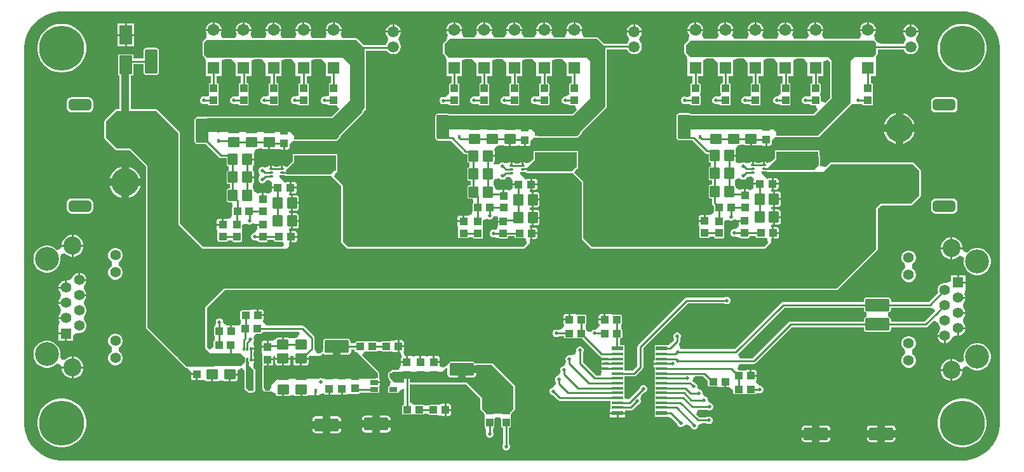
<source format=gbr>
G04*
G04 #@! TF.GenerationSoftware,Altium Limited,Altium Designer,25.1.2 (22)*
G04*
G04 Layer_Physical_Order=1*
G04 Layer_Color=204*
%FSLAX44Y44*%
%MOMM*%
G71*
G04*
G04 #@! TF.SameCoordinates,939082EE-E914-4D5A-B06F-098D18607A17*
G04*
G04*
G04 #@! TF.FilePolarity,Positive*
G04*
G01*
G75*
%ADD10C,0.2540*%
%ADD17R,0.6700X0.3000*%
%ADD18O,0.6700X0.3000*%
G04:AMPARAMS|DCode=19|XSize=3.3mm|YSize=1.7mm|CornerRadius=0.2125mm|HoleSize=0mm|Usage=FLASHONLY|Rotation=180.000|XOffset=0mm|YOffset=0mm|HoleType=Round|Shape=RoundedRectangle|*
%AMROUNDEDRECTD19*
21,1,3.3000,1.2750,0,0,180.0*
21,1,2.8750,1.7000,0,0,180.0*
1,1,0.4250,-1.4375,0.6375*
1,1,0.4250,1.4375,0.6375*
1,1,0.4250,1.4375,-0.6375*
1,1,0.4250,-1.4375,-0.6375*
%
%ADD19ROUNDEDRECTD19*%
G04:AMPARAMS|DCode=20|XSize=1mm|YSize=1.1mm|CornerRadius=0.075mm|HoleSize=0mm|Usage=FLASHONLY|Rotation=180.000|XOffset=0mm|YOffset=0mm|HoleType=Round|Shape=RoundedRectangle|*
%AMROUNDEDRECTD20*
21,1,1.0000,0.9500,0,0,180.0*
21,1,0.8500,1.1000,0,0,180.0*
1,1,0.1500,-0.4250,0.4750*
1,1,0.1500,0.4250,0.4750*
1,1,0.1500,0.4250,-0.4750*
1,1,0.1500,-0.4250,-0.4750*
%
%ADD20ROUNDEDRECTD20*%
%ADD21R,1.5000X0.6000*%
%ADD22R,1.5000X0.4000*%
%ADD23R,5.6000X2.1000*%
G04:AMPARAMS|DCode=24|XSize=3.3mm|YSize=1.7mm|CornerRadius=0.2125mm|HoleSize=0mm|Usage=FLASHONLY|Rotation=90.000|XOffset=0mm|YOffset=0mm|HoleType=Round|Shape=RoundedRectangle|*
%AMROUNDEDRECTD24*
21,1,3.3000,1.2750,0,0,90.0*
21,1,2.8750,1.7000,0,0,90.0*
1,1,0.4250,0.6375,1.4375*
1,1,0.4250,0.6375,-1.4375*
1,1,0.4250,-0.6375,-1.4375*
1,1,0.4250,-0.6375,1.4375*
%
%ADD24ROUNDEDRECTD24*%
%ADD25R,0.3000X0.6700*%
%ADD26O,0.3000X0.6700*%
G04:AMPARAMS|DCode=27|XSize=1mm|YSize=1.1mm|CornerRadius=0.075mm|HoleSize=0mm|Usage=FLASHONLY|Rotation=270.000|XOffset=0mm|YOffset=0mm|HoleType=Round|Shape=RoundedRectangle|*
%AMROUNDEDRECTD27*
21,1,1.0000,0.9500,0,0,270.0*
21,1,0.8500,1.1000,0,0,270.0*
1,1,0.1500,-0.4750,-0.4250*
1,1,0.1500,-0.4750,0.4250*
1,1,0.1500,0.4750,0.4250*
1,1,0.1500,0.4750,-0.4250*
%
%ADD27ROUNDEDRECTD27*%
G04:AMPARAMS|DCode=28|XSize=1.1mm|YSize=1mm|CornerRadius=0.1mm|HoleSize=0mm|Usage=FLASHONLY|Rotation=180.000|XOffset=0mm|YOffset=0mm|HoleType=Round|Shape=RoundedRectangle|*
%AMROUNDEDRECTD28*
21,1,1.1000,0.8000,0,0,180.0*
21,1,0.9000,1.0000,0,0,180.0*
1,1,0.2000,-0.4500,0.4000*
1,1,0.2000,0.4500,0.4000*
1,1,0.2000,0.4500,-0.4000*
1,1,0.2000,-0.4500,-0.4000*
%
%ADD28ROUNDEDRECTD28*%
%ADD29R,0.4000X0.4800*%
G04:AMPARAMS|DCode=30|XSize=1.3mm|YSize=1.5mm|CornerRadius=0.0975mm|HoleSize=0mm|Usage=FLASHONLY|Rotation=180.000|XOffset=0mm|YOffset=0mm|HoleType=Round|Shape=RoundedRectangle|*
%AMROUNDEDRECTD30*
21,1,1.3000,1.3050,0,0,180.0*
21,1,1.1050,1.5000,0,0,180.0*
1,1,0.1950,-0.5525,0.6525*
1,1,0.1950,0.5525,0.6525*
1,1,0.1950,0.5525,-0.6525*
1,1,0.1950,-0.5525,-0.6525*
%
%ADD30ROUNDEDRECTD30*%
G04:AMPARAMS|DCode=31|XSize=1.3mm|YSize=1.5mm|CornerRadius=0.0975mm|HoleSize=0mm|Usage=FLASHONLY|Rotation=90.000|XOffset=0mm|YOffset=0mm|HoleType=Round|Shape=RoundedRectangle|*
%AMROUNDEDRECTD31*
21,1,1.3000,1.3050,0,0,90.0*
21,1,1.1050,1.5000,0,0,90.0*
1,1,0.1950,0.6525,0.5525*
1,1,0.1950,0.6525,-0.5525*
1,1,0.1950,-0.6525,-0.5525*
1,1,0.1950,-0.6525,0.5525*
%
%ADD31ROUNDEDRECTD31*%
G04:AMPARAMS|DCode=32|XSize=1.1mm|YSize=1mm|CornerRadius=0.075mm|HoleSize=0mm|Usage=FLASHONLY|Rotation=90.000|XOffset=0mm|YOffset=0mm|HoleType=Round|Shape=RoundedRectangle|*
%AMROUNDEDRECTD32*
21,1,1.1000,0.8500,0,0,90.0*
21,1,0.9500,1.0000,0,0,90.0*
1,1,0.1500,0.4250,0.4750*
1,1,0.1500,0.4250,-0.4750*
1,1,0.1500,-0.4250,-0.4750*
1,1,0.1500,-0.4250,0.4750*
%
%ADD32ROUNDEDRECTD32*%
G04:AMPARAMS|DCode=33|XSize=1.1mm|YSize=1mm|CornerRadius=0.075mm|HoleSize=0mm|Usage=FLASHONLY|Rotation=0.000|XOffset=0mm|YOffset=0mm|HoleType=Round|Shape=RoundedRectangle|*
%AMROUNDEDRECTD33*
21,1,1.1000,0.8500,0,0,0.0*
21,1,0.9500,1.0000,0,0,0.0*
1,1,0.1500,0.4750,-0.4250*
1,1,0.1500,-0.4750,-0.4250*
1,1,0.1500,-0.4750,0.4250*
1,1,0.1500,0.4750,0.4250*
%
%ADD33ROUNDEDRECTD33*%
%ADD34R,0.8000X2.7000*%
%ADD35R,0.4500X0.5900*%
%ADD36R,1.7000X2.5000*%
G04:AMPARAMS|DCode=37|XSize=1.1mm|YSize=0.6mm|CornerRadius=0.03mm|HoleSize=0mm|Usage=FLASHONLY|Rotation=0.000|XOffset=0mm|YOffset=0mm|HoleType=Round|Shape=RoundedRectangle|*
%AMROUNDEDRECTD37*
21,1,1.1000,0.5400,0,0,0.0*
21,1,1.0400,0.6000,0,0,0.0*
1,1,0.0600,0.5200,-0.2700*
1,1,0.0600,-0.5200,-0.2700*
1,1,0.0600,-0.5200,0.2700*
1,1,0.0600,0.5200,0.2700*
%
%ADD37ROUNDEDRECTD37*%
G04:AMPARAMS|DCode=38|XSize=1.1mm|YSize=1mm|CornerRadius=0.1mm|HoleSize=0mm|Usage=FLASHONLY|Rotation=90.000|XOffset=0mm|YOffset=0mm|HoleType=Round|Shape=RoundedRectangle|*
%AMROUNDEDRECTD38*
21,1,1.1000,0.8000,0,0,90.0*
21,1,0.9000,1.0000,0,0,90.0*
1,1,0.2000,0.4000,0.4500*
1,1,0.2000,0.4000,-0.4500*
1,1,0.2000,-0.4000,-0.4500*
1,1,0.2000,-0.4000,0.4500*
%
%ADD38ROUNDEDRECTD38*%
%ADD63C,1.6000*%
G04:AMPARAMS|DCode=71|XSize=0.4mm|YSize=0.3mm|CornerRadius=0.0225mm|HoleSize=0mm|Usage=FLASHONLY|Rotation=180.000|XOffset=0mm|YOffset=0mm|HoleType=Round|Shape=RoundedRectangle|*
%AMROUNDEDRECTD71*
21,1,0.4000,0.2550,0,0,180.0*
21,1,0.3550,0.3000,0,0,180.0*
1,1,0.0450,-0.1775,0.1275*
1,1,0.0450,0.1775,0.1275*
1,1,0.0450,0.1775,-0.1275*
1,1,0.0450,-0.1775,-0.1275*
%
%ADD71ROUNDEDRECTD71*%
%ADD72C,1.0160*%
%ADD73R,1.6000X1.6000*%
%ADD74C,1.5000*%
%ADD75C,3.7000*%
G04:AMPARAMS|DCode=76|XSize=1.5mm|YSize=3mm|CornerRadius=0.375mm|HoleSize=0mm|Usage=FLASHONLY|Rotation=270.000|XOffset=0mm|YOffset=0mm|HoleType=Round|Shape=RoundedRectangle|*
%AMROUNDEDRECTD76*
21,1,1.5000,2.2500,0,0,270.0*
21,1,0.7500,3.0000,0,0,270.0*
1,1,0.7500,-1.1250,-0.3750*
1,1,0.7500,-1.1250,0.3750*
1,1,0.7500,1.1250,0.3750*
1,1,0.7500,1.1250,-0.3750*
%
%ADD76ROUNDEDRECTD76*%
%ADD77C,6.0000*%
%ADD78C,1.4080*%
%ADD79R,1.4080X1.4080*%
%ADD80C,2.4000*%
%ADD81C,3.2000*%
%ADD82C,0.5000*%
G36*
X151005Y700000D02*
X157001Y700000D01*
X1349000D01*
X1349000Y700000D01*
Y700000D01*
X1354864Y699671D01*
X1358971Y699130D01*
X1365429Y697399D01*
X1371606Y694841D01*
X1377396Y691498D01*
X1382700Y687428D01*
X1387428Y682700D01*
X1391498Y677396D01*
X1394841Y671606D01*
X1397399Y665429D01*
X1399130Y658971D01*
X1400002Y652343D01*
Y649000D01*
X1400002D01*
X1400000Y150500D01*
X1399967Y147178D01*
X1399041Y140599D01*
X1397269Y134196D01*
X1394682Y128077D01*
X1391322Y122345D01*
X1387247Y117097D01*
X1382527Y112422D01*
X1377239Y108399D01*
X1371474Y105096D01*
X1365330Y102568D01*
X1358910Y100859D01*
X1354862Y100330D01*
X1349000Y99998D01*
X1349000Y99998D01*
X151000Y99998D01*
X147657D01*
X141028Y100870D01*
X134571Y102601D01*
X128394Y105159D01*
X122604Y108502D01*
X117300Y112572D01*
X112572Y117300D01*
X108502Y122604D01*
X105159Y128394D01*
X102601Y134571D01*
X100870Y141028D01*
X99998Y147657D01*
Y151000D01*
X99998D01*
Y648997D01*
X100000Y649000D01*
Y652343D01*
X100873Y658971D01*
X102603Y665429D01*
X105162Y671606D01*
X108504Y677396D01*
X112575Y682700D01*
X117302Y687428D01*
X122606Y691498D01*
X128396Y694841D01*
X134573Y697399D01*
X141031Y699130D01*
X145140Y699671D01*
X151002Y700002D01*
X151005Y700000D01*
D02*
G37*
%LPC*%
G36*
X1115768Y685530D02*
X1115650D01*
Y676260D01*
X1124920D01*
Y676378D01*
X1124202Y679058D01*
X1122814Y681462D01*
X1120852Y683424D01*
X1118448Y684812D01*
X1115768Y685530D01*
D02*
G37*
G36*
X794268D02*
X794150D01*
Y676260D01*
X803420D01*
Y676378D01*
X802702Y679058D01*
X801314Y681462D01*
X799352Y683424D01*
X796948Y684812D01*
X794268Y685530D01*
D02*
G37*
G36*
X1113110D02*
X1112992D01*
X1110312Y684812D01*
X1107908Y683424D01*
X1105946Y681462D01*
X1104558Y679058D01*
X1103840Y676378D01*
Y676260D01*
X1113110D01*
Y685530D01*
D02*
G37*
G36*
X791610D02*
X791492D01*
X788812Y684812D01*
X786408Y683424D01*
X784446Y681462D01*
X783058Y679058D01*
X782340Y676378D01*
Y676260D01*
X791610D01*
Y685530D01*
D02*
G37*
G36*
X1225538D02*
X1225420D01*
Y676260D01*
X1234690D01*
Y676378D01*
X1233972Y679058D01*
X1232584Y681462D01*
X1230622Y683424D01*
X1228218Y684812D01*
X1225538Y685530D01*
D02*
G37*
G36*
X995768D02*
X995650D01*
Y676260D01*
X1004920D01*
Y676378D01*
X1004202Y679058D01*
X1002814Y681462D01*
X1000852Y683424D01*
X998448Y684812D01*
X995768Y685530D01*
D02*
G37*
G36*
X674268D02*
X674150D01*
Y676260D01*
X683420D01*
Y676378D01*
X682702Y679058D01*
X681314Y681462D01*
X679352Y683424D01*
X676948Y684812D01*
X674268Y685530D01*
D02*
G37*
G36*
X433488D02*
X433370D01*
Y676260D01*
X442640D01*
Y676378D01*
X441922Y679058D01*
X440534Y681462D01*
X438572Y683424D01*
X436168Y684812D01*
X433488Y685530D01*
D02*
G37*
G36*
X1222880D02*
X1222762D01*
X1220082Y684812D01*
X1217678Y683424D01*
X1215716Y681462D01*
X1214328Y679058D01*
X1213610Y676378D01*
Y676260D01*
X1222880D01*
Y685530D01*
D02*
G37*
G36*
X993110D02*
X992992D01*
X990312Y684812D01*
X987908Y683424D01*
X985946Y681462D01*
X984558Y679058D01*
X983840Y676378D01*
Y676260D01*
X993110D01*
Y685530D01*
D02*
G37*
G36*
X671610D02*
X671492D01*
X668812Y684812D01*
X666408Y683424D01*
X664446Y681462D01*
X663058Y679058D01*
X662340Y676378D01*
Y676260D01*
X671610D01*
Y685530D01*
D02*
G37*
G36*
X430830D02*
X430712D01*
X428032Y684812D01*
X425628Y683424D01*
X423666Y681462D01*
X422278Y679058D01*
X421560Y676378D01*
Y676260D01*
X430830D01*
Y685530D01*
D02*
G37*
G36*
X1035768D02*
X1035650D01*
Y676260D01*
X1044920D01*
Y676378D01*
X1044202Y679058D01*
X1042814Y681462D01*
X1040852Y683424D01*
X1038448Y684812D01*
X1035768Y685530D01*
D02*
G37*
G36*
X714268D02*
X714150D01*
Y676260D01*
X723420D01*
Y676378D01*
X722702Y679058D01*
X721314Y681462D01*
X719352Y683424D01*
X716948Y684812D01*
X714268Y685530D01*
D02*
G37*
G36*
X513488D02*
X513370D01*
Y676260D01*
X522640D01*
Y676378D01*
X521922Y679058D01*
X520534Y681462D01*
X518572Y683424D01*
X516168Y684812D01*
X513488Y685530D01*
D02*
G37*
G36*
X473488D02*
X473370D01*
Y676260D01*
X482640D01*
Y676378D01*
X481922Y679058D01*
X480534Y681462D01*
X478572Y683424D01*
X476168Y684812D01*
X473488Y685530D01*
D02*
G37*
G36*
X393488D02*
X393370D01*
Y676260D01*
X402640D01*
Y676378D01*
X401922Y679058D01*
X400534Y681462D01*
X398572Y683424D01*
X396168Y684812D01*
X393488Y685530D01*
D02*
G37*
G36*
X1033110D02*
X1032992D01*
X1030312Y684812D01*
X1027908Y683424D01*
X1025946Y681462D01*
X1024558Y679058D01*
X1023840Y676378D01*
Y676260D01*
X1033110D01*
Y685530D01*
D02*
G37*
G36*
X711610D02*
X711492D01*
X708812Y684812D01*
X706408Y683424D01*
X704446Y681462D01*
X703058Y679058D01*
X702340Y676378D01*
Y676260D01*
X711610D01*
Y685530D01*
D02*
G37*
G36*
X510830D02*
X510712D01*
X508032Y684812D01*
X505628Y683424D01*
X503666Y681462D01*
X502278Y679058D01*
X501560Y676378D01*
Y676260D01*
X510830D01*
Y685530D01*
D02*
G37*
G36*
X470830D02*
X470712D01*
X468032Y684812D01*
X465628Y683424D01*
X463666Y681462D01*
X462278Y679058D01*
X461560Y676378D01*
Y676260D01*
X470830D01*
Y685530D01*
D02*
G37*
G36*
X390830D02*
X390712D01*
X388032Y684812D01*
X385628Y683424D01*
X383666Y681462D01*
X382278Y679058D01*
X381560Y676378D01*
Y676260D01*
X390830D01*
Y685530D01*
D02*
G37*
G36*
X1075768D02*
X1075650D01*
Y676260D01*
X1084920D01*
Y676378D01*
X1084202Y679058D01*
X1082814Y681462D01*
X1080852Y683424D01*
X1078448Y684812D01*
X1075768Y685530D01*
D02*
G37*
G36*
X754268D02*
X754150D01*
Y676260D01*
X763420D01*
Y676378D01*
X762702Y679058D01*
X761314Y681462D01*
X759352Y683424D01*
X756948Y684812D01*
X754268Y685530D01*
D02*
G37*
G36*
X353488D02*
X353370D01*
Y676260D01*
X362640D01*
Y676378D01*
X361922Y679058D01*
X360534Y681462D01*
X358572Y683424D01*
X356168Y684812D01*
X353488Y685530D01*
D02*
G37*
G36*
X1073110D02*
X1072992D01*
X1070312Y684812D01*
X1067908Y683424D01*
X1065946Y681462D01*
X1064558Y679058D01*
X1063840Y676378D01*
Y676260D01*
X1073110D01*
Y685530D01*
D02*
G37*
G36*
X751610D02*
X751492D01*
X748812Y684812D01*
X746408Y683424D01*
X744446Y681462D01*
X743058Y679058D01*
X742340Y676378D01*
Y676260D01*
X751610D01*
Y685530D01*
D02*
G37*
G36*
X350830D02*
X350712D01*
X348032Y684812D01*
X345628Y683424D01*
X343666Y681462D01*
X342278Y679058D01*
X341560Y676378D01*
Y676260D01*
X350830D01*
Y685530D01*
D02*
G37*
G36*
X1155768D02*
X1155650D01*
Y676260D01*
X1164920D01*
Y676378D01*
X1164202Y679058D01*
X1162814Y681462D01*
X1160852Y683424D01*
X1158448Y684812D01*
X1155768Y685530D01*
D02*
G37*
G36*
X834268D02*
X834150D01*
Y676260D01*
X843420D01*
Y676378D01*
X842702Y679058D01*
X841314Y681462D01*
X839352Y683424D01*
X836948Y684812D01*
X834268Y685530D01*
D02*
G37*
G36*
X1153110D02*
X1152992D01*
X1150312Y684812D01*
X1147908Y683424D01*
X1145946Y681462D01*
X1144558Y679058D01*
X1143840Y676378D01*
Y676260D01*
X1153110D01*
Y685530D01*
D02*
G37*
G36*
X831610D02*
X831492D01*
X828812Y684812D01*
X826408Y683424D01*
X824446Y681462D01*
X823058Y679058D01*
X822340Y676378D01*
Y676260D01*
X831610D01*
Y685530D01*
D02*
G37*
G36*
X1282632Y682620D02*
X1282580D01*
Y673850D01*
X1291350D01*
Y673902D01*
X1290666Y676455D01*
X1289344Y678745D01*
X1287475Y680614D01*
X1285185Y681936D01*
X1282632Y682620D01*
D02*
G37*
G36*
X1280040D02*
X1279988D01*
X1277435Y681936D01*
X1275145Y680614D01*
X1273276Y678745D01*
X1271954Y676455D01*
X1271270Y673902D01*
Y673850D01*
X1280040D01*
Y682620D01*
D02*
G37*
G36*
X914182D02*
X914130D01*
Y673850D01*
X922900D01*
Y673902D01*
X922216Y676455D01*
X920894Y678745D01*
X919025Y680614D01*
X916735Y681936D01*
X914182Y682620D01*
D02*
G37*
G36*
X593022D02*
X592970D01*
Y673850D01*
X601740D01*
Y673902D01*
X601056Y676455D01*
X599734Y678745D01*
X597865Y680614D01*
X595575Y681936D01*
X593022Y682620D01*
D02*
G37*
G36*
X911590D02*
X911538D01*
X908985Y681936D01*
X906695Y680614D01*
X904826Y678745D01*
X903504Y676455D01*
X902820Y673902D01*
Y673850D01*
X911590D01*
Y682620D01*
D02*
G37*
G36*
X590430D02*
X590378D01*
X587825Y681936D01*
X585535Y680614D01*
X583666Y678745D01*
X582344Y676455D01*
X581660Y673902D01*
Y673850D01*
X590430D01*
Y682620D01*
D02*
G37*
G36*
X246290Y683290D02*
X236520D01*
Y669520D01*
X246290D01*
Y683290D01*
D02*
G37*
G36*
X233980D02*
X224210D01*
Y669520D01*
X233980D01*
Y683290D01*
D02*
G37*
G36*
X1124920Y673720D02*
X1114380D01*
X1103840D01*
Y673602D01*
X1104558Y670922D01*
X1105632Y669062D01*
X1105005Y666823D01*
X1102917Y663062D01*
X1085843D01*
X1083755Y666823D01*
X1083128Y669062D01*
X1084202Y670922D01*
X1084920Y673602D01*
Y673720D01*
X1074380D01*
X1063840D01*
Y673602D01*
X1064558Y670922D01*
X1065632Y669062D01*
X1065005Y666823D01*
X1062917Y663062D01*
X1045843D01*
X1043755Y666823D01*
X1043128Y669062D01*
X1044202Y670922D01*
X1044920Y673602D01*
Y673720D01*
X1034380D01*
X1023840D01*
Y673602D01*
X1024558Y670922D01*
X1025632Y669062D01*
X1025005Y666823D01*
X1022917Y663062D01*
X1005843Y663062D01*
X1003755Y666823D01*
X1003128Y669062D01*
X1004202Y670922D01*
X1004920Y673602D01*
Y673720D01*
X994380D01*
X983840D01*
Y673602D01*
X984558Y670922D01*
X985946Y668518D01*
X986125Y667742D01*
X985656Y661945D01*
X985268Y661152D01*
X980118Y656002D01*
X979676Y655340D01*
X979521Y654560D01*
X979521Y644406D01*
X979521Y644406D01*
X979676Y643626D01*
X979842Y643377D01*
X980118Y642964D01*
X980118Y642964D01*
X982788Y640294D01*
X983840Y634730D01*
X983840Y631674D01*
Y613650D01*
X990605D01*
Y604204D01*
X990240D01*
X989362Y604029D01*
X988618Y603532D01*
X988121Y602788D01*
X987946Y601910D01*
Y593750D01*
X987946Y592410D01*
X988047Y589160D01*
X987979Y586965D01*
X985866Y586251D01*
X983491Y585686D01*
X981946Y585608D01*
X981268Y585889D01*
X981000Y586000D01*
X981000Y586000D01*
X978995D01*
X977142Y585233D01*
X975725Y583815D01*
X975725Y583815D01*
X974958Y581963D01*
Y579958D01*
X974958Y579958D01*
X975614Y578373D01*
X975725Y578105D01*
X975725Y578105D01*
X977142Y576687D01*
X978995Y575920D01*
X981000D01*
X981000Y575920D01*
X981981Y576326D01*
X983049Y576341D01*
X985314Y575980D01*
X988417Y575088D01*
X988618Y574788D01*
X989362Y574291D01*
X990240Y574116D01*
X998740D01*
X999618Y574291D01*
X1000362Y574788D01*
X1000859Y575532D01*
X1001034Y576410D01*
Y584570D01*
X1001034Y585910D01*
X1000933Y589160D01*
X1001034Y592410D01*
X1001034Y593750D01*
Y601910D01*
X1000859Y602788D01*
X1000362Y603532D01*
X999618Y604029D01*
X998740Y604204D01*
X998375D01*
Y613650D01*
X1004920D01*
Y630641D01*
X1004920Y634730D01*
X1010128Y636641D01*
X1018632D01*
X1023840Y630641D01*
Y613650D01*
X1030605D01*
Y604204D01*
X1030240D01*
X1029362Y604029D01*
X1028618Y603532D01*
X1028121Y602788D01*
X1027946Y601910D01*
Y593750D01*
X1027946Y592410D01*
X1028047Y589160D01*
X1027984Y587145D01*
X1027158Y586640D01*
X1023005Y586000D01*
X1021000D01*
X1019147Y585233D01*
X1017730Y583815D01*
X1016963Y581963D01*
Y579958D01*
X1017730Y578105D01*
X1019147Y576687D01*
X1021000Y575920D01*
X1023005D01*
X1026972Y575619D01*
X1028618Y574788D01*
X1029362Y574291D01*
X1030240Y574116D01*
X1038740D01*
X1039618Y574291D01*
X1040362Y574788D01*
X1040859Y575532D01*
X1041034Y576410D01*
Y584570D01*
X1041034Y585910D01*
X1040933Y589160D01*
X1041034Y592410D01*
X1041034Y593750D01*
Y601910D01*
X1040859Y602788D01*
X1040362Y603532D01*
X1039618Y604029D01*
X1038740Y604204D01*
X1038375D01*
Y613650D01*
X1044920D01*
Y630641D01*
X1044920Y634730D01*
X1050128Y636641D01*
X1058632Y636641D01*
X1063840Y630641D01*
Y613650D01*
X1070605D01*
Y604204D01*
X1070240D01*
X1069362Y604029D01*
X1068618Y603532D01*
X1068121Y602788D01*
X1067946Y601910D01*
Y593750D01*
X1067946Y592410D01*
X1068047Y589160D01*
X1067987Y587228D01*
X1066572Y586545D01*
X1062999Y585985D01*
X1062000Y586000D01*
X1059995D01*
X1058143Y585233D01*
X1056725Y583815D01*
X1055957Y581963D01*
X1055957Y581962D01*
Y579958D01*
X1056725Y578105D01*
X1056725Y578105D01*
X1058143Y576687D01*
X1059995Y575920D01*
X1062000D01*
X1062000Y575920D01*
X1062127Y575973D01*
X1062404Y575993D01*
X1066403Y575671D01*
X1068618Y574788D01*
X1069362Y574291D01*
X1070240Y574116D01*
X1078740D01*
X1079618Y574291D01*
X1080362Y574788D01*
X1080859Y575532D01*
X1081034Y576410D01*
Y584570D01*
X1081034Y585910D01*
X1080933Y589160D01*
X1081034Y592410D01*
X1081034Y593750D01*
Y601910D01*
X1080859Y602788D01*
X1080362Y603532D01*
X1079618Y604029D01*
X1078740Y604204D01*
X1078375D01*
Y613650D01*
X1084920D01*
Y630641D01*
X1084920Y634730D01*
X1090128Y636641D01*
X1098632D01*
X1103840Y630641D01*
Y613650D01*
X1110605D01*
Y604204D01*
X1110240D01*
X1109362Y604029D01*
X1108618Y603532D01*
X1108121Y602788D01*
X1107946Y601910D01*
Y593750D01*
X1107946Y592410D01*
X1108010Y590341D01*
X1103391Y586000D01*
X1102000D01*
X1100148Y585233D01*
X1098730Y583815D01*
X1097962Y581963D01*
Y579958D01*
X1098730Y578105D01*
X1100148Y576687D01*
X1102000Y575920D01*
X1104005D01*
X1107443Y575596D01*
X1108618Y574788D01*
X1109362Y574291D01*
X1110240Y574116D01*
X1118740D01*
X1119618Y574291D01*
X1120362Y574788D01*
X1120859Y575532D01*
X1121034Y576410D01*
Y584570D01*
X1121034Y585910D01*
X1120933Y589160D01*
X1121034Y592410D01*
X1121034Y593750D01*
Y601910D01*
X1120859Y602788D01*
X1120362Y603532D01*
X1119618Y604029D01*
X1118740Y604204D01*
X1118375D01*
Y613650D01*
X1124920D01*
Y630641D01*
X1124920Y634730D01*
X1130128Y636641D01*
X1138632Y636641D01*
X1143840Y630641D01*
Y613650D01*
X1150605D01*
Y604204D01*
X1150240D01*
X1149362Y604029D01*
X1148618Y603532D01*
X1148121Y602788D01*
X1147946Y601910D01*
Y593750D01*
X1147946Y592410D01*
X1148047Y589160D01*
X1147987Y587228D01*
X1146572Y586545D01*
X1143000Y585985D01*
X1142000Y586000D01*
X1139995D01*
X1138143Y585233D01*
X1136725Y583815D01*
X1135957Y581963D01*
X1135957Y581962D01*
Y579958D01*
X1136725Y578105D01*
X1136725Y578105D01*
X1138143Y576687D01*
X1139995Y575920D01*
X1142000D01*
X1142000Y575920D01*
X1142127Y575973D01*
X1142404Y575993D01*
X1146403Y575671D01*
X1148618Y574788D01*
X1149362Y574291D01*
X1150240Y574116D01*
X1154721D01*
X1157191Y568116D01*
X1151851Y562822D01*
X988242D01*
X987119Y563573D01*
X985704Y563854D01*
X972954D01*
X971540Y563573D01*
X970341Y562771D01*
X969540Y561572D01*
X969258Y560158D01*
Y531408D01*
X969540Y529994D01*
X970341Y528795D01*
X971540Y527993D01*
X972954Y527712D01*
X985376D01*
X986494Y527490D01*
X990030D01*
X1007012Y510507D01*
X1008273Y509665D01*
X1009759Y509370D01*
X1012021D01*
Y500858D01*
X1012213Y499892D01*
X1012760Y499073D01*
X1013579Y498526D01*
X1014544Y498334D01*
X1014544Y492411D01*
X1013579Y492219D01*
X1012760Y491672D01*
X1012213Y490854D01*
X1012021Y489888D01*
Y476838D01*
X1012213Y475872D01*
X1012760Y475054D01*
X1013579Y474507D01*
X1014545Y474314D01*
X1016185D01*
Y468282D01*
X1014545D01*
X1013579Y468089D01*
X1012760Y467542D01*
X1012213Y466724D01*
X1012021Y465758D01*
Y452708D01*
X1012213Y451742D01*
X1012760Y450924D01*
X1013579Y450377D01*
X1014545Y450185D01*
X1016185D01*
Y443853D01*
X1016480Y442366D01*
X1017323Y441106D01*
X1018975Y439453D01*
Y434153D01*
X1019150Y433275D01*
X1017537Y429374D01*
X1012541Y427498D01*
X1011159Y427772D01*
X1007930D01*
Y420163D01*
X1006659D01*
Y418893D01*
X998550D01*
Y416163D01*
X998825Y414782D01*
X999465Y411093D01*
X999610Y408165D01*
X999610Y407999D01*
X999611Y406943D01*
Y400163D01*
X999805Y399188D01*
X1000357Y398361D01*
X1001184Y397808D01*
X1002159Y397614D01*
X1011159D01*
X1012135Y397808D01*
X1012962Y398361D01*
X1013514Y399188D01*
X1019415Y399093D01*
X1019590Y398215D01*
X1020087Y397471D01*
X1020832Y396974D01*
X1021710Y396799D01*
X1030209D01*
X1031087Y396974D01*
X1031832Y397471D01*
X1032329Y398215D01*
X1032504Y399093D01*
Y407253D01*
X1032504Y408593D01*
X1032403Y411843D01*
X1032504Y415093D01*
X1032504Y416433D01*
Y419529D01*
X1034838Y420698D01*
X1038503Y421369D01*
X1039145Y420727D01*
X1040997Y419960D01*
X1043002D01*
X1044855Y420727D01*
X1046273Y422145D01*
X1046355Y422344D01*
X1052140Y421193D01*
X1059959D01*
Y418653D01*
X1052355D01*
Y415952D01*
X1052355Y415173D01*
X1052355Y415173D01*
X1052497Y414459D01*
X1052248Y413844D01*
X1050694Y411284D01*
X1047002Y409040D01*
X1044997D01*
X1043145Y408273D01*
X1041727Y406855D01*
X1041727Y406855D01*
X1041727Y406855D01*
X1040960Y405003D01*
Y402998D01*
X1040960Y402998D01*
X1041727Y401145D01*
X1043145Y399727D01*
X1044997Y398960D01*
X1047002D01*
X1047430Y399137D01*
X1048608Y399144D01*
X1051401Y398668D01*
X1054087Y397551D01*
X1054832Y397054D01*
X1055710Y396879D01*
X1064209D01*
X1065087Y397054D01*
X1065832Y397551D01*
X1066329Y398295D01*
X1066504Y399173D01*
Y400198D01*
X1074445D01*
Y399833D01*
X1074620Y398955D01*
X1075117Y398211D01*
X1075862Y397714D01*
X1076740Y397539D01*
X1084899D01*
X1086239Y397539D01*
X1087770Y397587D01*
X1089499Y397220D01*
X1090171Y396814D01*
X1090893Y390271D01*
X1086021Y385398D01*
X1085961Y385309D01*
X856607D01*
X845079Y396838D01*
X845079Y471493D01*
X844923Y472273D01*
X844481Y472935D01*
X844481Y472935D01*
X832511Y484905D01*
X836349Y489553D01*
X837949D01*
Y491815D01*
X838215Y492213D01*
X838371Y492993D01*
Y503493D01*
X838215Y504273D01*
X837949Y504672D01*
Y513553D01*
X778949D01*
Y503219D01*
X774727Y498997D01*
X768942Y496856D01*
X767606Y497749D01*
X766029Y498062D01*
X765449D01*
Y493943D01*
X762909D01*
Y498062D01*
X762329D01*
X760753Y497749D01*
X760379Y497499D01*
X758643Y496856D01*
X754916D01*
X753180Y497499D01*
X752806Y497749D01*
X751229Y498062D01*
X750649D01*
Y493943D01*
X748109D01*
Y498062D01*
X747529D01*
X745953Y497749D01*
Y497749D01*
X743901Y496918D01*
X739855Y497273D01*
X738271Y497929D01*
X738002Y498040D01*
X738002Y498040D01*
X735997D01*
X734145Y497273D01*
X732995Y496123D01*
X732727Y495855D01*
X732727Y495855D01*
X730765Y495703D01*
X726417Y495974D01*
X725629Y496645D01*
Y496994D01*
X725982Y498313D01*
X726405Y498946D01*
X726678Y500318D01*
Y505573D01*
X717569D01*
Y508113D01*
X726678D01*
Y513368D01*
X726500Y514264D01*
X726574Y515089D01*
X728688Y519459D01*
X729380Y520264D01*
X730034D01*
X731406Y520537D01*
X731763Y520776D01*
X733513Y521314D01*
X737126D01*
X738876Y520776D01*
X739233Y520537D01*
X740604Y520264D01*
X745860D01*
Y529373D01*
X748400D01*
Y520264D01*
X753654D01*
X754746Y520481D01*
X755937Y520575D01*
X758275Y520671D01*
X761576Y520204D01*
X762143Y520091D01*
X762859Y519949D01*
X765839D01*
Y528053D01*
X768379D01*
Y519949D01*
X771359D01*
X772643Y520204D01*
X773731Y520931D01*
X774458Y522019D01*
X774714Y523303D01*
Y527308D01*
X778949Y531553D01*
X780714Y531553D01*
X784140D01*
X784794Y531116D01*
X785574Y530961D01*
X832195Y530961D01*
X836274Y530961D01*
X836275Y530961D01*
X836275Y530961D01*
X837055Y531116D01*
X837439Y531372D01*
X837950Y531553D01*
Y531791D01*
X842023Y535865D01*
X842023Y535865D01*
X842465Y536526D01*
X842621Y537307D01*
Y538367D01*
X875762Y571508D01*
X875762Y571508D01*
X876204Y572169D01*
X876359Y572950D01*
X876359Y648915D01*
X903448D01*
X903504Y648705D01*
X904826Y646415D01*
X906695Y644546D01*
X908985Y643224D01*
X911538Y642540D01*
X914182D01*
X916735Y643224D01*
X919025Y644546D01*
X920894Y646415D01*
X922216Y648705D01*
X922900Y651258D01*
Y653902D01*
X922216Y656455D01*
X920894Y658745D01*
X919658Y662580D01*
X920894Y666415D01*
X922216Y668705D01*
X922900Y671258D01*
Y671310D01*
X912860D01*
X902820D01*
Y671258D01*
X903504Y668705D01*
X904826Y666415D01*
X906062Y662580D01*
X904827Y658748D01*
X904805Y658709D01*
X903637Y656685D01*
X872539D01*
X864782Y664442D01*
X864120Y664884D01*
X863340Y665039D01*
X845886D01*
X842702Y670922D01*
X843420Y673602D01*
Y673720D01*
X832880D01*
X822340D01*
Y673602D01*
X823058Y670922D01*
X819874Y665039D01*
X805886D01*
X802702Y670922D01*
X803420Y673602D01*
Y673720D01*
X792880D01*
X782340D01*
Y673602D01*
X783058Y670922D01*
X779874Y665039D01*
X765886D01*
X762702Y670922D01*
X763420Y673602D01*
Y673720D01*
X752880D01*
X742340D01*
Y673602D01*
X743058Y670922D01*
X739874Y665039D01*
X725886D01*
X722702Y670922D01*
X723420Y673602D01*
Y673720D01*
X712880D01*
X702340D01*
Y673602D01*
X703058Y670922D01*
X699874Y665039D01*
X685886D01*
X682702Y670922D01*
X683420Y673602D01*
Y673720D01*
X672880D01*
X662340D01*
Y673602D01*
X663058Y670922D01*
X663712Y669789D01*
X664432Y668451D01*
X663082Y661974D01*
X663011Y661877D01*
X658649Y657696D01*
X658636Y657678D01*
X658618Y657666D01*
X658409Y657353D01*
X658193Y657044D01*
X658188Y657023D01*
X658176Y657004D01*
X658102Y656635D01*
X658021Y656267D01*
X658025Y656246D01*
X658021Y656224D01*
X658021Y643866D01*
X658021Y643866D01*
X658176Y643086D01*
X658342Y642837D01*
X658618Y642424D01*
X658618Y642424D01*
X660906Y640136D01*
X662340Y634730D01*
X662340Y631610D01*
Y613650D01*
X669105D01*
Y604204D01*
X668740D01*
X667862Y604029D01*
X667118Y603532D01*
X666621Y602788D01*
X666446Y601910D01*
Y593750D01*
X666446Y592410D01*
X666498Y590729D01*
X663117Y586127D01*
X660724Y585324D01*
X660190Y585299D01*
X659440Y585610D01*
X659172Y585721D01*
X659172Y585721D01*
X657167D01*
X655583Y585065D01*
X655314Y584953D01*
X655314Y584953D01*
X653897Y583536D01*
X653897Y583536D01*
X653130Y581683D01*
Y579678D01*
X653130Y579678D01*
X653897Y577826D01*
X655315Y576408D01*
X657167Y575641D01*
X659172D01*
X660531Y576204D01*
X661523Y576238D01*
X661890Y576206D01*
X666960Y575025D01*
X667118Y574788D01*
X667862Y574291D01*
X668740Y574116D01*
X677240D01*
X678118Y574291D01*
X678862Y574788D01*
X679359Y575532D01*
X679534Y576410D01*
Y584570D01*
X679534Y585910D01*
X679433Y589160D01*
X679534Y592410D01*
X679534Y593750D01*
Y601910D01*
X679359Y602788D01*
X678862Y603532D01*
X678118Y604029D01*
X677240Y604204D01*
X676875D01*
Y613650D01*
X683420D01*
Y629961D01*
X683420Y634730D01*
X688910Y635961D01*
X696850D01*
X702340Y629961D01*
Y613650D01*
X709105D01*
Y604204D01*
X708740D01*
X707862Y604029D01*
X707118Y603532D01*
X706621Y602788D01*
X706446Y601910D01*
Y593750D01*
X706446Y592410D01*
X706547Y589160D01*
X706487Y587235D01*
X704838Y586458D01*
X701735Y585885D01*
X700446Y585878D01*
X700275Y585949D01*
X698270D01*
X696417Y585182D01*
X694999Y583764D01*
X694232Y581911D01*
Y579906D01*
X694999Y578054D01*
X696417Y576636D01*
X698270Y575869D01*
X700275D01*
X700612Y576009D01*
X700968Y576033D01*
X704632Y575708D01*
X707118Y574788D01*
X707862Y574291D01*
X708740Y574116D01*
X717240D01*
X718118Y574291D01*
X718862Y574788D01*
X719359Y575532D01*
X719534Y576410D01*
Y584570D01*
X719534Y585910D01*
X719433Y589160D01*
X719534Y592410D01*
X719534Y593750D01*
Y601910D01*
X719359Y602788D01*
X718862Y603532D01*
X718118Y604029D01*
X717240Y604204D01*
X716875D01*
Y613650D01*
X723420D01*
Y629961D01*
X723420Y634730D01*
X728910Y635961D01*
X736850D01*
X742340Y629961D01*
Y613650D01*
X749105D01*
Y604204D01*
X748740D01*
X747862Y604029D01*
X747118Y603532D01*
X746621Y602788D01*
X746446Y601910D01*
Y593750D01*
X746446Y592410D01*
X746547Y589160D01*
X746486Y587191D01*
X745427Y586621D01*
X741000Y586000D01*
X738995D01*
X737142Y585233D01*
X735725Y583815D01*
X734958Y581963D01*
Y579958D01*
X735725Y578105D01*
X737142Y576687D01*
X738995Y575920D01*
X741000D01*
X745231Y575628D01*
X747118Y574788D01*
X747862Y574291D01*
X748740Y574116D01*
X757240D01*
X758118Y574291D01*
X758862Y574788D01*
X759359Y575532D01*
X759534Y576410D01*
Y584570D01*
X759534Y585910D01*
X759433Y589160D01*
X759534Y592410D01*
X759534Y593750D01*
Y601910D01*
X759359Y602788D01*
X758862Y603532D01*
X758118Y604029D01*
X757240Y604204D01*
X756875D01*
Y613650D01*
X763420D01*
Y629961D01*
X763420Y634730D01*
X768910Y635961D01*
X776850D01*
X782340Y629961D01*
Y613650D01*
X789105D01*
Y604204D01*
X788740D01*
X787862Y604029D01*
X787118Y603532D01*
X786621Y602788D01*
X786446Y601910D01*
Y593750D01*
X786446Y592410D01*
X786547Y589160D01*
X786486Y587191D01*
X785427Y586621D01*
X781000Y586000D01*
X778995D01*
X777142Y585233D01*
X775725Y583815D01*
X774958Y581963D01*
Y579958D01*
X775725Y578105D01*
X777142Y576687D01*
X778995Y575920D01*
X781000D01*
X785231Y575628D01*
X787118Y574788D01*
X787862Y574291D01*
X788740Y574116D01*
X797240D01*
X798118Y574291D01*
X798862Y574788D01*
X799359Y575532D01*
X799534Y576410D01*
Y584570D01*
X799534Y585910D01*
X799433Y589160D01*
X799534Y592410D01*
X799534Y593750D01*
Y601910D01*
X799359Y602788D01*
X798862Y603532D01*
X798118Y604029D01*
X797240Y604204D01*
X796875D01*
Y613650D01*
X803420D01*
Y629961D01*
X803420Y634730D01*
X808910Y635961D01*
X816850D01*
X822340Y629961D01*
Y613650D01*
X829105D01*
Y604204D01*
X828740D01*
X827862Y604029D01*
X827118Y603532D01*
X826621Y602788D01*
X826446Y601910D01*
Y593750D01*
X826446Y592410D01*
X826535Y589536D01*
X821891Y586000D01*
X819995D01*
X818143Y585233D01*
X816725Y583815D01*
X815957Y581963D01*
Y579958D01*
X816725Y578105D01*
X818143Y576687D01*
X819995Y575920D01*
X822000D01*
X825706Y575609D01*
X827118Y574788D01*
X827862Y574291D01*
X828740Y574116D01*
X833766D01*
X836236Y568116D01*
X830856Y562782D01*
X665994D01*
X665619Y563033D01*
X664204Y563314D01*
X651454D01*
X650040Y563033D01*
X648841Y562231D01*
X648040Y561032D01*
X647758Y559618D01*
Y530868D01*
X648040Y529454D01*
X648841Y528255D01*
X650040Y527453D01*
X651454Y527172D01*
X663876D01*
X664994Y526950D01*
X668530D01*
X685512Y509967D01*
X686773Y509125D01*
X688259Y508830D01*
X690521D01*
Y500318D01*
X690713Y499352D01*
X691260Y498533D01*
X692079Y497986D01*
X693044Y497794D01*
X693044Y491871D01*
X692079Y491679D01*
X691260Y491132D01*
X690713Y490314D01*
X690521Y489348D01*
Y476298D01*
X690713Y475332D01*
X691260Y474514D01*
X692079Y473967D01*
X693045Y473774D01*
X694685D01*
Y467742D01*
X693045D01*
X692079Y467549D01*
X691260Y467002D01*
X690713Y466184D01*
X690521Y465218D01*
Y452168D01*
X690713Y451202D01*
X691260Y450384D01*
X692079Y449837D01*
X693045Y449645D01*
X697014D01*
X697881Y447144D01*
X698147Y443735D01*
X697650Y442991D01*
X697475Y442113D01*
Y433613D01*
X697650Y432735D01*
X696037Y428834D01*
X691041Y426958D01*
X689659Y427232D01*
X686430D01*
Y419623D01*
X685160D01*
Y418353D01*
X677050D01*
Y415623D01*
X677325Y414242D01*
X677965Y410553D01*
X678110Y407625D01*
X678111Y407459D01*
X678111Y406403D01*
Y399623D01*
X678305Y398648D01*
X678857Y397821D01*
X679684Y397268D01*
X680659Y397074D01*
X689659D01*
X690635Y397268D01*
X691462Y397821D01*
X692014Y398648D01*
X697915Y398553D01*
X698090Y397675D01*
X698587Y396931D01*
X699332Y396434D01*
X700210Y396259D01*
X708709D01*
X709587Y396434D01*
X710332Y396931D01*
X710829Y397675D01*
X711003Y398553D01*
Y406713D01*
X711003Y408053D01*
X710903Y411303D01*
X711003Y414553D01*
X711003Y415893D01*
Y421030D01*
X711100Y421093D01*
X717003Y422869D01*
X717145Y422727D01*
X717145D01*
X718997Y421960D01*
X721003D01*
X722855Y422727D01*
X722855D01*
X724273Y424145D01*
X724884Y425621D01*
X726245Y426077D01*
X729424Y426288D01*
X729945Y426137D01*
X730154Y426007D01*
X731013Y424929D01*
X730855Y424133D01*
Y420653D01*
X738459D01*
Y418113D01*
X730855D01*
Y415412D01*
X730855Y414633D01*
X730855Y414633D01*
X730969Y414062D01*
X729236Y408469D01*
X727060Y408057D01*
X726003Y408040D01*
X723997D01*
X722145Y407273D01*
X720727Y405855D01*
X719960Y404002D01*
Y401997D01*
X720727Y400145D01*
X722145Y398727D01*
X723997Y397960D01*
X726003D01*
X726141Y398017D01*
X730320Y397833D01*
X732587Y397011D01*
X733332Y396514D01*
X734210Y396339D01*
X742709D01*
X743587Y396514D01*
X744332Y397011D01*
X744829Y397755D01*
X745004Y398633D01*
Y399658D01*
X752945D01*
Y399293D01*
X753120Y398415D01*
X753617Y397671D01*
X754362Y397174D01*
X755239Y396999D01*
X763399D01*
X764739Y396999D01*
X766270Y397047D01*
X767999Y396680D01*
X768671Y396274D01*
X769393Y389731D01*
X764972Y385309D01*
X531307D01*
X524299Y392318D01*
X524299Y466973D01*
X524299Y466973D01*
X524143Y467753D01*
X523701Y468415D01*
X512822Y479295D01*
X515569Y485033D01*
X517169D01*
Y509033D01*
X458169D01*
Y500241D01*
X450076Y492147D01*
X448162Y492336D01*
X446826Y493229D01*
X445249Y493542D01*
X444669D01*
Y489423D01*
X442129D01*
Y493542D01*
X441549D01*
X439973Y493229D01*
X439599Y492979D01*
X437863Y492336D01*
X434136D01*
X432400Y492979D01*
X432026Y493229D01*
X430449Y493542D01*
X429869D01*
Y489423D01*
X427329D01*
Y493542D01*
X426749D01*
X425173Y493229D01*
X423837Y492336D01*
X420645Y491483D01*
X418003Y492040D01*
X415998D01*
X414145Y491273D01*
X412727Y489855D01*
X411960Y488003D01*
Y485998D01*
X412727Y484145D01*
X413633Y481194D01*
X412667Y478305D01*
X412010Y476720D01*
X411899Y476452D01*
X411899Y476452D01*
Y474447D01*
X412667Y472595D01*
X414084Y471177D01*
X414084Y471177D01*
X415937Y470410D01*
X417942D01*
X417942Y470410D01*
X419794Y471177D01*
X421212Y472595D01*
X421721Y473822D01*
X424746Y474379D01*
X425147Y474366D01*
X428296Y473722D01*
X429729Y470802D01*
X429930Y469957D01*
X429675Y468673D01*
Y465693D01*
X437780D01*
Y463153D01*
X429675D01*
Y460173D01*
X429748Y459807D01*
X429914Y458879D01*
X425151Y455903D01*
X424552Y456275D01*
X424537Y456284D01*
X423463Y457002D01*
X422179Y457257D01*
X419199D01*
Y449153D01*
X416659D01*
Y457257D01*
X413680D01*
X412396Y457002D01*
X411898Y456670D01*
X409160Y457349D01*
X405898Y458979D01*
Y460698D01*
X405625Y462070D01*
X405151Y462779D01*
X404849Y463954D01*
Y468522D01*
X405151Y469697D01*
X405625Y470407D01*
X405898Y471778D01*
Y477033D01*
X396789D01*
Y479573D01*
X405898D01*
Y484828D01*
X405625Y486199D01*
X405202Y486833D01*
X404849Y488151D01*
Y492474D01*
X405202Y493793D01*
X405625Y494426D01*
X405898Y495798D01*
Y501053D01*
X396789D01*
Y503593D01*
X405898D01*
Y508848D01*
X405720Y509744D01*
X405794Y510569D01*
X407908Y514939D01*
X408601Y515744D01*
X409254D01*
X410626Y516017D01*
X410983Y516256D01*
X412733Y516794D01*
X416346D01*
X418096Y516256D01*
X418453Y516017D01*
X419824Y515744D01*
X425079D01*
Y524853D01*
X427619D01*
Y515744D01*
X432874D01*
X433966Y515961D01*
X435157Y516055D01*
X437495Y516151D01*
X440796Y515684D01*
X441363Y515571D01*
X442079Y515429D01*
X445059D01*
Y523533D01*
X447599D01*
Y515429D01*
X450579D01*
X451863Y515684D01*
X452951Y516411D01*
X453679Y517499D01*
X453934Y518783D01*
Y522788D01*
X458169Y527033D01*
X459934Y527033D01*
X463943D01*
X464221Y526847D01*
X465001Y526692D01*
X515718Y526692D01*
X516498Y526847D01*
X516776Y527033D01*
X517169D01*
Y527299D01*
X520701Y530831D01*
X520701Y530831D01*
X521143Y531493D01*
X521299Y532273D01*
Y533305D01*
X551402Y563408D01*
X551402Y563408D01*
X551844Y564069D01*
X551999Y564850D01*
Y565597D01*
X552456Y566700D01*
X553300Y567544D01*
X554320Y567966D01*
X554982Y568408D01*
X555424Y569070D01*
X555579Y569850D01*
X555579Y647200D01*
X583213D01*
X583666Y646415D01*
X585535Y644546D01*
X587825Y643224D01*
X590378Y642540D01*
X593022D01*
X595575Y643224D01*
X597865Y644546D01*
X599734Y646415D01*
X601056Y648705D01*
X601740Y651258D01*
Y653902D01*
X601056Y656455D01*
X599734Y658745D01*
X598498Y662580D01*
X599734Y666415D01*
X601056Y668705D01*
X601740Y671258D01*
Y671310D01*
X591700D01*
X581660D01*
Y671258D01*
X582344Y668705D01*
X583666Y666415D01*
X584902Y662580D01*
X583666Y658745D01*
X582344Y656455D01*
X581946Y654970D01*
X551964D01*
X543752Y663182D01*
X543090Y663624D01*
X542310Y663779D01*
X524280D01*
X522756Y665707D01*
X521262Y669779D01*
X521922Y670922D01*
X522640Y673602D01*
Y673720D01*
X512100D01*
X501560D01*
Y673602D01*
X502278Y670922D01*
X502938Y669779D01*
X501444Y665707D01*
X499920Y663779D01*
X484280Y663779D01*
X482756Y665707D01*
X481262Y669779D01*
X481922Y670922D01*
X482640Y673602D01*
Y673720D01*
X472100D01*
X461560D01*
Y673602D01*
X462278Y670922D01*
X462938Y669779D01*
X461444Y665707D01*
X459920Y663779D01*
X444280D01*
X442756Y665707D01*
X441262Y669779D01*
X441922Y670922D01*
X442640Y673602D01*
Y673720D01*
X432100D01*
X421560D01*
Y673602D01*
X422278Y670922D01*
X422938Y669779D01*
X421444Y665707D01*
X419920Y663779D01*
X404280D01*
X402756Y665707D01*
X401262Y669779D01*
X401922Y670922D01*
X402640Y673602D01*
Y673720D01*
X392100D01*
X381560D01*
Y673602D01*
X382278Y670922D01*
X382938Y669779D01*
X381444Y665707D01*
X379920Y663779D01*
X364280D01*
X362756Y665707D01*
X361262Y669779D01*
X361922Y670922D01*
X362640Y673602D01*
Y673720D01*
X352100D01*
X341560D01*
Y673602D01*
X342278Y670922D01*
X342959Y669743D01*
X342978Y668427D01*
X342831Y667437D01*
X342333Y665159D01*
X341048Y662651D01*
X337869Y659604D01*
X337856Y659585D01*
X337838Y659573D01*
X337629Y659260D01*
X337413Y658952D01*
X337408Y658930D01*
X337396Y658912D01*
X337323Y658542D01*
X337241Y658175D01*
X337245Y658153D01*
X337241Y658131D01*
X337241Y642230D01*
X337396Y641450D01*
X337673Y641035D01*
X337838Y640788D01*
X338969Y639657D01*
X341560Y634730D01*
X341560Y631137D01*
Y613650D01*
X348325D01*
Y604204D01*
X347960D01*
X347082Y604029D01*
X346338Y603532D01*
X345841Y602788D01*
X345666Y601910D01*
Y593750D01*
X345666Y592410D01*
X345767Y589160D01*
X345706Y587214D01*
X344528Y586620D01*
X340003Y586040D01*
X337998D01*
X336145Y585273D01*
X334727Y583855D01*
X333960Y582002D01*
Y579997D01*
X334727Y578145D01*
X336145Y576727D01*
X337998Y575960D01*
X340003D01*
X344368Y575640D01*
X346338Y574788D01*
X347082Y574291D01*
X347960Y574116D01*
X356460D01*
X357338Y574291D01*
X358082Y574788D01*
X358579Y575532D01*
X358754Y576410D01*
Y584570D01*
X358754Y585910D01*
X358653Y589160D01*
X358754Y592410D01*
X358754Y593750D01*
Y601910D01*
X358579Y602788D01*
X358082Y603532D01*
X357338Y604029D01*
X356460Y604204D01*
X356095D01*
Y613650D01*
X362640D01*
Y629751D01*
X362640Y634730D01*
X368217Y635751D01*
X375983D01*
X381560Y629751D01*
Y613650D01*
X388325D01*
Y604204D01*
X387960D01*
X387082Y604029D01*
X386338Y603532D01*
X385841Y602788D01*
X385666Y601910D01*
Y593750D01*
X385666Y592410D01*
X385767Y589160D01*
X385706Y587214D01*
X384528Y586620D01*
X380003Y586040D01*
X377998D01*
X376145Y585273D01*
X374727Y583855D01*
X373960Y582002D01*
Y579997D01*
X374727Y578145D01*
X376145Y576727D01*
X377998Y575960D01*
X380003D01*
X384368Y575640D01*
X386338Y574788D01*
X387082Y574291D01*
X387960Y574116D01*
X396460D01*
X397338Y574291D01*
X398082Y574788D01*
X398579Y575532D01*
X398754Y576410D01*
Y584570D01*
X398754Y585910D01*
X398653Y589160D01*
X398754Y592410D01*
X398754Y593750D01*
Y601910D01*
X398579Y602788D01*
X398082Y603532D01*
X397338Y604029D01*
X396460Y604204D01*
X396095D01*
Y613650D01*
X402640D01*
Y629751D01*
X402640Y634730D01*
X408217Y635751D01*
X415983D01*
X421560Y629751D01*
Y613650D01*
X428325D01*
Y604204D01*
X427960D01*
X427082Y604029D01*
X426338Y603532D01*
X425841Y602788D01*
X425666Y601910D01*
Y593750D01*
X425666Y592410D01*
X425767Y589160D01*
X425704Y587121D01*
X424987Y586656D01*
X421003Y586040D01*
X418997D01*
X417145Y585273D01*
X415727Y583855D01*
X414960Y582002D01*
Y579997D01*
X415727Y578145D01*
X417145Y576727D01*
X418997Y575960D01*
X421003D01*
X424843Y575620D01*
X426338Y574788D01*
X427082Y574291D01*
X427960Y574116D01*
X436460D01*
X437338Y574291D01*
X438082Y574788D01*
X438579Y575532D01*
X438754Y576410D01*
Y584570D01*
X438754Y585910D01*
X438653Y589160D01*
X438754Y592410D01*
X438754Y593750D01*
Y601910D01*
X438579Y602788D01*
X438082Y603532D01*
X437338Y604029D01*
X436460Y604204D01*
X436095D01*
Y613650D01*
X442640D01*
Y629751D01*
X442640Y634730D01*
X448217Y635751D01*
X455983D01*
X461560Y629751D01*
Y613650D01*
X468325D01*
Y604204D01*
X467960D01*
X467082Y604029D01*
X466338Y603532D01*
X465841Y602788D01*
X465666Y601910D01*
Y593750D01*
X465666Y592410D01*
X465767Y589160D01*
X465704Y587121D01*
X464987Y586656D01*
X461003Y586040D01*
X458997D01*
X457145Y585273D01*
X455727Y583855D01*
X454960Y582002D01*
Y579997D01*
X455727Y578145D01*
X457145Y576727D01*
X458997Y575960D01*
X461003D01*
X464843Y575620D01*
X466338Y574788D01*
X467082Y574291D01*
X467960Y574116D01*
X476460D01*
X477338Y574291D01*
X478082Y574788D01*
X478579Y575532D01*
X478754Y576410D01*
Y584570D01*
X478754Y585910D01*
X478653Y589160D01*
X478754Y592410D01*
X478754Y593750D01*
Y601910D01*
X478579Y602788D01*
X478082Y603532D01*
X477338Y604029D01*
X476460Y604204D01*
X476095D01*
Y613650D01*
X482640D01*
Y629751D01*
X482640Y634730D01*
X488217Y635751D01*
X495983D01*
X501560Y629751D01*
Y613650D01*
X508325D01*
Y604204D01*
X507960D01*
X507082Y604029D01*
X506338Y603532D01*
X505841Y602788D01*
X505666Y601910D01*
Y593750D01*
X505666Y592410D01*
X505767Y589160D01*
X505704Y587121D01*
X504987Y586656D01*
X501003Y586040D01*
X498997D01*
X497145Y585273D01*
X495727Y583855D01*
X494960Y582002D01*
Y579997D01*
X495727Y578145D01*
X497145Y576727D01*
X498997Y575960D01*
X501003D01*
X504843Y575620D01*
X506338Y574788D01*
X507082Y574291D01*
X507960Y574116D01*
X513884Y574116D01*
X513920D01*
X513920D01*
X516003Y574116D01*
X517267Y572640D01*
X519296Y568932D01*
X509541Y559262D01*
X343260D01*
X342479Y559107D01*
X342011Y558794D01*
X330674D01*
X329260Y558513D01*
X328061Y557711D01*
X327260Y556512D01*
X326978Y555098D01*
Y526348D01*
X327260Y524934D01*
X328061Y523735D01*
X329260Y522933D01*
X330674Y522652D01*
X341627D01*
X359448Y504831D01*
X360708Y503989D01*
X362195Y503693D01*
X369741D01*
Y495798D01*
X369933Y494832D01*
X370480Y494013D01*
X371299Y493466D01*
X372264Y493274D01*
X372264Y487351D01*
X371299Y487159D01*
X370480Y486612D01*
X369933Y485794D01*
X369741Y484828D01*
Y471778D01*
X369933Y470812D01*
X370480Y469994D01*
X371299Y469447D01*
X372265Y469254D01*
X373905D01*
Y463222D01*
X372265D01*
X371299Y463029D01*
X370480Y462482D01*
X369933Y461664D01*
X369741Y460698D01*
Y447648D01*
X369933Y446682D01*
X370480Y445864D01*
X371299Y445317D01*
X372265Y445125D01*
X376234D01*
X377101Y442624D01*
X377367Y439215D01*
X376870Y438471D01*
X376695Y437593D01*
Y429093D01*
X376870Y428215D01*
X375257Y424314D01*
X370261Y422438D01*
X368879Y422712D01*
X365649D01*
Y415103D01*
X364379D01*
Y413833D01*
X356270D01*
Y411103D01*
X356545Y409722D01*
X357185Y406033D01*
X357330Y403105D01*
X357331Y402939D01*
X357331Y401883D01*
Y395103D01*
X357524Y394128D01*
X358077Y393301D01*
X358904Y392748D01*
X359879Y392554D01*
X368879D01*
X369855Y392748D01*
X370682Y393301D01*
X371234Y394128D01*
X377135Y394033D01*
X377310Y393155D01*
X377807Y392411D01*
X378552Y391914D01*
X379430Y391739D01*
X387929D01*
X388807Y391914D01*
X389552Y392411D01*
X390049Y393155D01*
X390224Y394033D01*
Y402193D01*
X390224Y403533D01*
X390123Y406783D01*
X390224Y410033D01*
X390224Y411373D01*
Y414809D01*
X393924Y416380D01*
X396223Y416649D01*
X397145Y415727D01*
X398997Y414960D01*
X401003D01*
X402855Y415727D01*
X404075Y416947D01*
X405130Y416898D01*
X410075Y415474D01*
Y410892D01*
X410075Y410113D01*
X410075Y410113D01*
X410180Y409583D01*
X409589Y408079D01*
X408514Y406485D01*
X406619Y404040D01*
X405998D01*
X404145Y403273D01*
X402727Y401855D01*
X401960Y400003D01*
Y397998D01*
X402727Y396145D01*
X404145Y394727D01*
X405998Y393960D01*
X408003D01*
X411121Y393276D01*
X411807Y392491D01*
X412552Y391994D01*
X413429Y391819D01*
X421929D01*
X422807Y391994D01*
X423552Y392491D01*
X424049Y393235D01*
X424224Y394113D01*
Y395138D01*
X432165D01*
Y394773D01*
X432340Y393895D01*
X432837Y393151D01*
X433582Y392654D01*
X434459Y392479D01*
X442619D01*
X443799Y392479D01*
X444282Y391949D01*
X446295Y388640D01*
X446298Y388009D01*
X443836Y385309D01*
X338305D01*
X307299Y416315D01*
Y536950D01*
X307299Y536950D01*
X307144Y537730D01*
X306702Y538392D01*
X276552Y568542D01*
X275890Y568984D01*
X275110Y569139D01*
X241686D01*
Y614250D01*
X245250D01*
Y629115D01*
X258929D01*
Y618625D01*
X259210Y617211D01*
X260012Y616012D01*
X261211Y615210D01*
X262625Y614929D01*
X275375D01*
X276789Y615210D01*
X277988Y616012D01*
X278790Y617211D01*
X279071Y618625D01*
Y647375D01*
X278790Y648789D01*
X277988Y649988D01*
X276789Y650790D01*
X275375Y651071D01*
X262625D01*
X261211Y650790D01*
X260012Y649988D01*
X259210Y648789D01*
X258929Y647375D01*
Y636885D01*
X245250D01*
Y642250D01*
X225250D01*
Y614250D01*
X226314D01*
Y569139D01*
X222180D01*
X221400Y568984D01*
X220738Y568542D01*
X207248Y555052D01*
X206806Y554390D01*
X206651Y553610D01*
X206651Y531020D01*
X206806Y530240D01*
X207248Y529578D01*
X207248Y529578D01*
X221898Y514928D01*
X222560Y514486D01*
X223340Y514331D01*
X240405D01*
X261961Y492775D01*
Y278000D01*
X261961Y278000D01*
X262116Y277220D01*
X262558Y276558D01*
X262558Y276558D01*
X301195Y237921D01*
X301579Y237664D01*
X302664Y236579D01*
X302921Y236195D01*
X314768Y224348D01*
X314778Y224341D01*
X314784Y224332D01*
X315107Y224121D01*
X315430Y223906D01*
X315441Y223904D01*
X315451Y223897D01*
X315831Y223826D01*
X316210Y223751D01*
X316222Y223753D01*
X316233Y223751D01*
X316988Y223759D01*
X317039Y223738D01*
X317853Y223162D01*
X321945Y217814D01*
Y216790D01*
X329550D01*
Y215520D01*
X330820D01*
Y207416D01*
X333800D01*
X334120Y207479D01*
X335296Y207663D01*
X337623Y207571D01*
X339157Y207413D01*
X341955Y206490D01*
X341993Y206464D01*
X343365Y206191D01*
X348620D01*
Y215300D01*
X351160D01*
Y206191D01*
X356415D01*
X357786Y206464D01*
X358406Y206878D01*
X359749Y207241D01*
X364031D01*
X365374Y206878D01*
X365993Y206464D01*
X367365Y206191D01*
X372620D01*
Y215300D01*
X373890D01*
Y216570D01*
X383999D01*
Y220224D01*
X388846Y223609D01*
X391680Y221987D01*
X392768Y220678D01*
X393211Y220059D01*
Y197250D01*
X393366Y196470D01*
X393808Y195808D01*
X393808Y195808D01*
X396750Y192866D01*
Y192250D01*
X397366D01*
X398058Y191558D01*
X398720Y191116D01*
X399500Y190961D01*
X404000D01*
X404780Y191116D01*
X405442Y191558D01*
X405442Y191558D01*
X406134Y192250D01*
X407750D01*
Y222250D01*
X406884D01*
X405493Y223641D01*
X405288Y224324D01*
X405163Y230087D01*
X406055Y231424D01*
X406056Y231424D01*
X406369Y233000D01*
Y233580D01*
X402250D01*
Y236120D01*
X406369D01*
Y236700D01*
X406055Y238276D01*
X405806Y238650D01*
X405163Y240386D01*
Y244114D01*
X405806Y245850D01*
X406055Y246224D01*
X406369Y247800D01*
Y248380D01*
X402250D01*
Y250920D01*
X406369D01*
Y251500D01*
X406055Y253076D01*
X405175Y254938D01*
X405270Y259036D01*
X405876Y260603D01*
X406040Y260998D01*
Y263002D01*
X405656Y263929D01*
X407196Y267562D01*
X408797Y269816D01*
X415430D01*
X416308Y269991D01*
X417052Y270488D01*
X417549Y271232D01*
X417724Y272110D01*
Y272475D01*
X465601D01*
X467167Y270309D01*
X464101Y264309D01*
X462085D01*
X460714Y264036D01*
X460094Y263622D01*
X458751Y263259D01*
X454469D01*
X453126Y263622D01*
X452506Y264036D01*
X451135Y264309D01*
X445880D01*
Y255200D01*
X443340D01*
Y264309D01*
X438085D01*
X436713Y264036D01*
X435551Y263259D01*
X435173Y262694D01*
X433962Y261748D01*
X432394Y261076D01*
X429725Y260167D01*
X428501Y260025D01*
X428200Y260084D01*
X425220D01*
Y251980D01*
X423950D01*
Y250710D01*
X416345D01*
Y247230D01*
X416578Y246059D01*
X416609Y245894D01*
X417209Y241928D01*
X417398Y239823D01*
X417406Y239223D01*
X417406Y238214D01*
Y230230D01*
X417580Y229352D01*
X417787Y228078D01*
X417452Y227467D01*
X417422Y227371D01*
X417366Y227287D01*
X417308Y226993D01*
X417221Y226706D01*
X417231Y226605D01*
X417211Y226506D01*
X417211Y197612D01*
X417211Y197250D01*
X417211Y197250D01*
X417211Y197249D01*
X417366Y196470D01*
X417523Y196234D01*
X418750Y192250D01*
X420277Y192250D01*
X428625D01*
X428625Y192250D01*
X428625Y192250D01*
X433838Y190350D01*
X434781Y189911D01*
Y189775D01*
X435054Y188403D01*
X435831Y187241D01*
X436993Y186464D01*
X438365Y186191D01*
X443620D01*
Y195300D01*
X446160D01*
Y186191D01*
X451415D01*
X452786Y186464D01*
X453406Y186878D01*
X454749Y187241D01*
X459031D01*
X460374Y186878D01*
X460993Y186464D01*
X462365Y186191D01*
X467620D01*
Y195300D01*
X470160D01*
Y186191D01*
X475415D01*
X476786Y186464D01*
X477767Y187119D01*
X483352Y187846D01*
X483478Y187860D01*
X484735Y187860D01*
X486980D01*
Y193350D01*
X489520D01*
Y187860D01*
X493040D01*
Y189198D01*
X498951Y190236D01*
X499678Y189148D01*
X500766Y188421D01*
X502050Y188165D01*
X505030D01*
Y196270D01*
X507570D01*
Y188165D01*
X510550D01*
X510843Y188224D01*
X512144Y188430D01*
X514800Y188507D01*
X517456Y188430D01*
X518757Y188224D01*
X519050Y188165D01*
X522030D01*
Y196270D01*
X524570D01*
Y188165D01*
X527550D01*
X528834Y188421D01*
X529256Y188703D01*
X529256Y188703D01*
X531675Y189272D01*
X535646Y189552D01*
X536151Y189483D01*
X536640Y189386D01*
X545140D01*
X546018Y189561D01*
X546762Y190058D01*
X547259Y190802D01*
X547322Y191115D01*
X559427D01*
X559502Y191002D01*
X560098Y190604D01*
X560800Y190465D01*
X571200D01*
X571902Y190604D01*
X572498Y191002D01*
X572896Y191598D01*
X573035Y192300D01*
Y197700D01*
X572896Y198402D01*
X573248Y199752D01*
X573875Y200692D01*
X574096Y201800D01*
Y203230D01*
X566000D01*
Y205770D01*
X574096D01*
Y207200D01*
X573875Y208308D01*
X573248Y209247D01*
X572896Y210598D01*
X573035Y211300D01*
Y216700D01*
X572896Y217402D01*
X572498Y217998D01*
X571969Y218351D01*
X571884Y218780D01*
X571442Y219442D01*
X571442Y219442D01*
X565442Y225442D01*
X565442Y225442D01*
X550291Y240593D01*
X551532Y243590D01*
X553094Y246112D01*
X555820Y246197D01*
X559070Y246096D01*
X560410Y246096D01*
X568570D01*
X569448Y246271D01*
X570192Y246768D01*
X573558Y247054D01*
X576619Y246566D01*
X576698Y246448D01*
X577525Y245895D01*
X578500Y245701D01*
X585280D01*
X586336Y245701D01*
X586502Y245701D01*
X589430Y245556D01*
X593119Y244915D01*
X594500Y244641D01*
X597230D01*
Y252750D01*
Y260859D01*
X594500D01*
X593119Y260585D01*
X589430Y259944D01*
X586502Y259799D01*
X586336Y259799D01*
X585280Y259799D01*
X578500D01*
X577525Y259605D01*
X576698Y259052D01*
X576585Y258884D01*
X573723Y258342D01*
X570192Y258512D01*
X569448Y259009D01*
X568570Y259184D01*
X560410D01*
X559070Y259184D01*
X555820Y259083D01*
X552570Y259184D01*
X551230Y259184D01*
X543070D01*
X542192Y259009D01*
X541448Y258512D01*
X540951Y257768D01*
X540776Y256890D01*
Y256525D01*
X534621D01*
Y259075D01*
X534340Y260489D01*
X533539Y261688D01*
X532339Y262490D01*
X530925Y262771D01*
X502175D01*
X500761Y262490D01*
X499562Y261688D01*
X498760Y260489D01*
X498479Y259075D01*
Y251331D01*
X498434Y251038D01*
X497419Y245698D01*
X496771Y245314D01*
X496682Y245267D01*
X496583Y245247D01*
X496333Y245081D01*
X496069Y244939D01*
X496005Y244861D01*
X495921Y244805D01*
X494166Y243050D01*
X490233Y243579D01*
X486834Y249336D01*
X486885Y249590D01*
Y264000D01*
X486589Y265487D01*
X485747Y266747D01*
X473387Y279107D01*
X472127Y279949D01*
X470640Y280245D01*
X423088D01*
X417911Y285792D01*
X417915Y286245D01*
X418305Y288062D01*
X418305Y288062D01*
X418669Y288606D01*
X418924Y289890D01*
Y292870D01*
X410820D01*
Y294140D01*
X409550D01*
Y301744D01*
X406849D01*
X406070Y301744D01*
X406070Y301744D01*
X405202Y301572D01*
X403889Y301365D01*
X399075Y300698D01*
X398063Y300684D01*
X390070Y300684D01*
X389192Y300509D01*
X388448Y300012D01*
X387951Y299268D01*
X387776Y298390D01*
Y289890D01*
X387951Y289012D01*
X388448Y288268D01*
X388455Y288203D01*
X388386Y282718D01*
X388308Y282232D01*
X388199Y282069D01*
X385620Y280872D01*
X383797Y280359D01*
X381636Y280217D01*
X381604Y280239D01*
X380320Y280494D01*
X376840D01*
Y272890D01*
X374300D01*
Y280494D01*
X371599D01*
X370820Y280494D01*
X370820Y280494D01*
X370017Y280335D01*
X367310Y282234D01*
X365040Y284389D01*
Y286003D01*
X364273Y287855D01*
X362855Y289273D01*
X361003Y290040D01*
X358997D01*
X357145Y289273D01*
X355727Y287855D01*
X354960Y286003D01*
Y283997D01*
X354092Y279958D01*
X353198Y278762D01*
X352701Y278018D01*
X352526Y277140D01*
Y268640D01*
X352701Y267762D01*
X353198Y267018D01*
X353660Y266709D01*
X353815Y264630D01*
X353794Y264321D01*
X353265Y260538D01*
X352808Y260232D01*
X352311Y259488D01*
X352136Y258610D01*
X352136Y251572D01*
X347010Y248404D01*
X343319Y251322D01*
Y304435D01*
X366845Y327961D01*
X373901D01*
X374101Y328001D01*
X375898D01*
X376099Y327961D01*
X403901D01*
X404101Y328001D01*
X405898D01*
X406099Y327961D01*
X433901D01*
X434101Y328001D01*
X435898D01*
X436099Y327961D01*
X493901D01*
X493901Y327961D01*
X493901Y327961D01*
X494101Y328001D01*
X495898D01*
X496098Y327961D01*
X496098Y327961D01*
X496099Y327961D01*
X553901D01*
X553901Y327961D01*
X553901Y327961D01*
X554101Y328001D01*
X555898D01*
X556098Y327961D01*
X556098Y327961D01*
X556099Y327961D01*
X613901D01*
X613901Y327961D01*
X613901Y327961D01*
X614101Y328001D01*
X615898D01*
X616098Y327961D01*
X616098Y327961D01*
X616099Y327961D01*
X643901D01*
X643901Y327961D01*
X643901Y327961D01*
X644101Y328001D01*
X645898D01*
X646098Y327961D01*
X646098Y327961D01*
X646098Y327961D01*
X673901D01*
X673901Y327961D01*
X673901Y327961D01*
X674101Y328001D01*
X675898D01*
X676098Y327961D01*
X676098Y327961D01*
X676098Y327961D01*
X703901D01*
X703901Y327961D01*
X703901Y327961D01*
X704101Y328001D01*
X705898D01*
X706098Y327961D01*
X706098Y327961D01*
X706098Y327961D01*
X763901D01*
X763901Y327961D01*
X763901Y327961D01*
X764101Y328001D01*
X765898D01*
X766098Y327961D01*
X766098Y327961D01*
X766098Y327961D01*
X823901Y327961D01*
X824101Y328001D01*
X825898D01*
X826098Y327961D01*
X913901D01*
X914101Y328001D01*
X915898D01*
X916098Y327961D01*
X943901D01*
X944101Y328001D01*
X945898D01*
X946098Y327961D01*
X973901D01*
X974101Y328001D01*
X975898D01*
X976098Y327961D01*
X1033901D01*
X1034101Y328001D01*
X1035898D01*
X1036098Y327961D01*
X1063901D01*
X1064101Y328001D01*
X1065898D01*
X1066098Y327961D01*
X1123901D01*
X1124101Y328001D01*
X1125898D01*
X1126098Y327961D01*
X1153901D01*
X1154101Y328001D01*
X1155898D01*
X1156098Y327961D01*
X1182890D01*
X1183670Y328116D01*
X1184332Y328558D01*
X1236902Y381128D01*
X1237344Y381790D01*
X1237499Y382570D01*
X1237499Y436555D01*
X1241905Y440961D01*
X1282000Y440961D01*
X1282000Y440961D01*
X1282780Y441116D01*
X1283442Y441558D01*
X1294192Y452308D01*
X1294634Y452970D01*
X1294789Y453750D01*
X1294789Y487250D01*
X1294789Y487250D01*
X1294634Y488030D01*
X1294192Y488692D01*
X1294192Y488692D01*
X1285442Y497442D01*
X1284780Y497884D01*
X1284000Y498039D01*
X1174830D01*
X1174830Y498039D01*
X1174050Y497884D01*
X1173388Y497442D01*
X1168120Y492174D01*
X1161482Y493116D01*
X1160741Y494083D01*
X1160897Y494863D01*
Y505363D01*
X1160741Y506143D01*
X1160299Y506805D01*
X1160299Y506805D01*
X1159449Y507655D01*
Y514093D01*
X1100449D01*
Y504063D01*
X1096106Y499719D01*
X1090442Y497396D01*
X1089106Y498289D01*
X1087529Y498602D01*
X1086949D01*
Y494483D01*
X1084409D01*
Y498602D01*
X1083829D01*
X1082253Y498289D01*
X1081879Y498039D01*
X1080143Y497396D01*
X1076416D01*
X1074680Y498039D01*
X1074306Y498289D01*
X1072729Y498602D01*
X1072149D01*
Y494483D01*
X1069609D01*
Y498602D01*
X1069029D01*
X1067453Y498289D01*
X1067453Y498289D01*
X1065523Y497382D01*
X1061236Y497282D01*
X1059690Y497755D01*
X1059003Y498040D01*
X1056998D01*
X1055145Y497273D01*
X1054783Y496910D01*
X1049617Y497286D01*
X1049492Y497330D01*
X1047905Y499486D01*
X1048178Y500858D01*
Y506113D01*
X1039069D01*
Y508653D01*
X1048178D01*
Y513908D01*
X1048000Y514804D01*
X1048074Y515629D01*
X1050188Y519999D01*
X1050881Y520804D01*
X1051534D01*
X1052906Y521077D01*
X1053263Y521316D01*
X1055013Y521854D01*
X1058626D01*
X1060376Y521316D01*
X1060733Y521077D01*
X1062104Y520804D01*
X1067359D01*
Y529913D01*
X1069900D01*
Y520804D01*
X1075154D01*
X1076246Y521021D01*
X1077437Y521115D01*
X1079775Y521211D01*
X1083076Y520744D01*
X1083643Y520631D01*
X1084359Y520489D01*
X1087339D01*
Y528593D01*
X1089879D01*
Y520489D01*
X1092859D01*
X1094143Y520744D01*
X1095231Y521471D01*
X1095958Y522559D01*
X1096214Y523843D01*
Y527848D01*
X1100449Y532093D01*
X1102214Y532093D01*
X1106741D01*
X1107406Y531961D01*
X1153504Y531961D01*
X1158090Y531961D01*
X1158090Y531961D01*
X1159449Y532093D01*
Y532503D01*
X1159532Y532558D01*
X1159532Y532558D01*
X1164815Y537841D01*
X1164815Y537841D01*
X1165257Y538503D01*
X1165336Y538900D01*
X1201735Y575298D01*
X1203396Y576245D01*
X1204823Y576390D01*
X1207707Y576468D01*
X1209192Y576294D01*
X1209997Y575960D01*
X1212002D01*
X1216394Y575641D01*
X1218388Y574788D01*
X1219132Y574291D01*
X1220010Y574116D01*
X1228510D01*
X1229388Y574291D01*
X1230132Y574788D01*
X1230630Y575532D01*
X1230804Y576410D01*
Y584570D01*
X1230804Y585910D01*
X1230703Y589160D01*
X1230804Y592410D01*
X1230804Y593750D01*
Y601910D01*
X1230630Y602788D01*
X1230132Y603532D01*
X1229388Y604029D01*
X1228510Y604204D01*
X1228145D01*
Y613650D01*
X1234690D01*
Y631828D01*
X1234690Y634730D01*
X1235247Y640499D01*
X1236572Y641823D01*
X1237014Y642485D01*
X1237169Y643265D01*
X1237169Y648695D01*
X1271960D01*
X1273276Y646415D01*
X1275145Y644546D01*
X1277435Y643224D01*
X1279988Y642540D01*
X1282632D01*
X1285185Y643224D01*
X1287475Y644546D01*
X1289344Y646415D01*
X1290666Y648705D01*
X1291350Y651258D01*
Y653902D01*
X1290666Y656455D01*
X1289344Y658745D01*
X1288108Y662580D01*
X1289344Y666415D01*
X1290666Y668705D01*
X1291350Y671258D01*
Y671310D01*
X1281310D01*
X1271270D01*
Y671258D01*
X1271954Y668705D01*
X1273276Y666415D01*
X1274512Y662580D01*
X1273276Y658745D01*
X1271960Y656465D01*
X1242897D01*
X1237169Y657870D01*
X1237014Y658650D01*
X1236572Y659312D01*
X1236572Y659312D01*
X1234014Y661870D01*
X1233933Y661981D01*
X1233191Y664119D01*
X1232781Y667095D01*
X1232790Y668875D01*
X1233972Y670922D01*
X1234690Y673602D01*
Y673720D01*
X1224150D01*
X1213610D01*
Y673602D01*
X1214328Y670922D01*
X1215402Y669062D01*
X1214775Y666824D01*
X1212687Y663062D01*
X1165843Y663062D01*
X1163755Y666824D01*
X1163128Y669062D01*
X1164202Y670922D01*
X1164920Y673602D01*
Y673720D01*
X1154380D01*
X1143840D01*
Y673602D01*
X1144558Y670922D01*
X1145632Y669062D01*
X1145005Y666824D01*
X1142917Y663062D01*
X1125843Y663062D01*
X1123755Y666824D01*
X1123128Y669062D01*
X1124202Y670922D01*
X1124920Y673602D01*
Y673720D01*
D02*
G37*
G36*
X246290Y666980D02*
X236520D01*
Y653210D01*
X246290D01*
Y666980D01*
D02*
G37*
G36*
X233980D02*
X224210D01*
Y653210D01*
X233980D01*
Y666980D01*
D02*
G37*
G36*
X1352361Y683140D02*
X1347239D01*
X1342180Y682339D01*
X1337309Y680756D01*
X1332745Y678431D01*
X1328602Y675420D01*
X1324980Y671798D01*
X1321969Y667655D01*
X1319644Y663091D01*
X1318061Y658220D01*
X1317260Y653161D01*
Y648039D01*
X1318061Y642980D01*
X1319644Y638109D01*
X1321969Y633545D01*
X1324980Y629402D01*
X1328602Y625780D01*
X1332745Y622769D01*
X1337309Y620444D01*
X1342180Y618861D01*
X1347239Y618060D01*
X1352361D01*
X1357420Y618861D01*
X1362291Y620444D01*
X1366855Y622769D01*
X1370998Y625780D01*
X1374620Y629402D01*
X1377631Y633545D01*
X1379956Y638109D01*
X1381539Y642980D01*
X1382340Y648039D01*
Y653161D01*
X1381539Y658220D01*
X1379956Y663091D01*
X1377631Y667655D01*
X1374620Y671798D01*
X1370998Y675420D01*
X1366855Y678431D01*
X1362291Y680756D01*
X1357420Y682339D01*
X1352361Y683140D01*
D02*
G37*
G36*
X152361D02*
X147239D01*
X142180Y682339D01*
X137309Y680756D01*
X132745Y678431D01*
X128602Y675420D01*
X124980Y671798D01*
X121969Y667655D01*
X119644Y663091D01*
X118061Y658220D01*
X117260Y653161D01*
Y648039D01*
X118061Y642980D01*
X119644Y638109D01*
X121969Y633545D01*
X124980Y629402D01*
X128602Y625780D01*
X132745Y622769D01*
X137309Y620444D01*
X142180Y618861D01*
X147239Y618060D01*
X152361D01*
X157420Y618861D01*
X162291Y620444D01*
X166855Y622769D01*
X170998Y625780D01*
X174620Y629402D01*
X177631Y633545D01*
X179956Y638109D01*
X181539Y642980D01*
X182340Y648039D01*
Y653161D01*
X181539Y658220D01*
X179956Y663091D01*
X177631Y667655D01*
X174620Y671798D01*
X170998Y675420D01*
X166855Y678431D01*
X162291Y680756D01*
X157420Y682339D01*
X152361Y683140D01*
D02*
G37*
G36*
X1337250Y585163D02*
X1314750D01*
X1312296Y584675D01*
X1310215Y583285D01*
X1308825Y581204D01*
X1308337Y578750D01*
Y571250D01*
X1308825Y568796D01*
X1310215Y566715D01*
X1312296Y565325D01*
X1314750Y564837D01*
X1337250D01*
X1339704Y565325D01*
X1341785Y566715D01*
X1343175Y568796D01*
X1343663Y571250D01*
Y578750D01*
X1343175Y581204D01*
X1341785Y583285D01*
X1339704Y584675D01*
X1337250Y585163D01*
D02*
G37*
G36*
X185250Y585163D02*
X162750D01*
X160296Y584675D01*
X158215Y583285D01*
X156825Y581204D01*
X156337Y578750D01*
Y571250D01*
X156825Y568796D01*
X158215Y566715D01*
X160296Y565325D01*
X162750Y564837D01*
X185250D01*
X187704Y565325D01*
X189785Y566715D01*
X191175Y568796D01*
X191663Y571250D01*
Y578750D01*
X191175Y581204D01*
X189785Y583285D01*
X187704Y584675D01*
X185250Y585163D01*
D02*
G37*
G36*
X1271080Y563942D02*
Y548580D01*
X1286442D01*
X1286231Y549637D01*
X1284645Y553466D01*
X1282343Y556912D01*
X1279412Y559843D01*
X1275966Y562145D01*
X1272137Y563731D01*
X1271080Y563942D01*
D02*
G37*
G36*
X1260920Y563942D02*
X1259863Y563731D01*
X1256034Y562145D01*
X1252588Y559843D01*
X1249657Y556912D01*
X1247355Y553466D01*
X1245769Y549637D01*
X1245558Y548580D01*
X1260920D01*
Y563942D01*
D02*
G37*
G36*
X1286442Y538420D02*
X1271080D01*
Y523058D01*
X1272137Y523269D01*
X1275966Y524855D01*
X1279412Y527157D01*
X1282343Y530088D01*
X1284645Y533534D01*
X1286231Y537363D01*
X1286442Y538420D01*
D02*
G37*
G36*
X1260920D02*
X1245558D01*
X1245769Y537363D01*
X1247355Y533534D01*
X1249657Y530088D01*
X1252588Y527157D01*
X1256034Y524855D01*
X1259863Y523269D01*
X1260920Y523058D01*
Y538420D01*
D02*
G37*
G36*
X239080Y491942D02*
Y476580D01*
X254442D01*
X254231Y477637D01*
X252645Y481466D01*
X250343Y484912D01*
X247412Y487843D01*
X243966Y490145D01*
X240137Y491731D01*
X239080Y491942D01*
D02*
G37*
G36*
X228920D02*
X227863Y491731D01*
X224034Y490145D01*
X220588Y487843D01*
X217657Y484912D01*
X215355Y481466D01*
X213769Y477637D01*
X213558Y476580D01*
X228920D01*
Y491942D01*
D02*
G37*
G36*
X254442Y466420D02*
X239080D01*
Y451058D01*
X240137Y451269D01*
X243966Y452855D01*
X247412Y455157D01*
X250343Y458088D01*
X252645Y461534D01*
X254231Y465363D01*
X254442Y466420D01*
D02*
G37*
G36*
X228920D02*
X213558D01*
X213769Y465363D01*
X215355Y461534D01*
X217657Y458088D01*
X220588Y455157D01*
X224034Y452855D01*
X227863Y451269D01*
X228920Y451058D01*
Y466420D01*
D02*
G37*
G36*
X1337250Y450163D02*
X1314750D01*
X1312296Y449675D01*
X1310215Y448285D01*
X1308825Y446204D01*
X1308337Y443750D01*
Y436250D01*
X1308825Y433796D01*
X1310215Y431715D01*
X1312296Y430325D01*
X1314750Y429837D01*
X1337250D01*
X1339704Y430325D01*
X1341785Y431715D01*
X1343175Y433796D01*
X1343663Y436250D01*
Y443750D01*
X1343175Y446204D01*
X1341785Y448285D01*
X1339704Y449675D01*
X1337250Y450163D01*
D02*
G37*
G36*
X185250Y450163D02*
X162750D01*
X160296Y449675D01*
X158215Y448285D01*
X156825Y446204D01*
X156337Y443750D01*
Y436250D01*
X156825Y433796D01*
X158215Y431715D01*
X160296Y430325D01*
X162750Y429837D01*
X185250D01*
X187704Y430325D01*
X189785Y431715D01*
X191175Y433796D01*
X191663Y436250D01*
Y443750D01*
X191175Y446204D01*
X189785Y448285D01*
X187704Y449675D01*
X185250Y450163D01*
D02*
G37*
G36*
X1005389Y427772D02*
X1002159D01*
X1000778Y427498D01*
X999607Y426715D01*
X998825Y425544D01*
X998550Y424163D01*
Y421433D01*
X1005389D01*
Y427772D01*
D02*
G37*
G36*
X683889Y427232D02*
X680659D01*
X679278Y426958D01*
X678107Y426175D01*
X677325Y425004D01*
X677050Y423623D01*
Y420893D01*
X683889D01*
Y427232D01*
D02*
G37*
G36*
X363109Y422712D02*
X359879D01*
X358498Y422438D01*
X357327Y421655D01*
X356545Y420484D01*
X356270Y419103D01*
Y416373D01*
X363109D01*
Y422712D01*
D02*
G37*
G36*
X166184Y401460D02*
X165540D01*
Y388190D01*
X178810D01*
Y388834D01*
X177819Y392532D01*
X175905Y395848D01*
X173198Y398555D01*
X169882Y400469D01*
X166184Y401460D01*
D02*
G37*
G36*
X163000D02*
X162356D01*
X158658Y400469D01*
X155342Y398555D01*
X152635Y395848D01*
X150721Y392532D01*
X149730Y388834D01*
Y388190D01*
X163000D01*
Y401460D01*
D02*
G37*
G36*
X1337644Y398120D02*
X1337000D01*
Y384850D01*
X1350270D01*
Y385494D01*
X1349279Y389192D01*
X1347365Y392508D01*
X1344658Y395215D01*
X1341342Y397129D01*
X1337644Y398120D01*
D02*
G37*
G36*
X1334460D02*
X1333816D01*
X1330118Y397129D01*
X1326802Y395215D01*
X1324095Y392508D01*
X1322181Y389192D01*
X1321190Y385494D01*
Y384850D01*
X1334460D01*
Y398120D01*
D02*
G37*
G36*
X1371803Y383830D02*
X1368257D01*
X1364780Y383138D01*
X1361504Y381781D01*
X1358556Y379812D01*
X1357052Y378307D01*
X1352723Y378839D01*
X1350503Y382310D01*
X1337000D01*
Y369040D01*
X1337644D01*
X1341342Y370031D01*
X1344658Y371945D01*
X1346142Y373429D01*
X1350083Y372816D01*
X1352415Y369537D01*
X1352030Y367603D01*
Y364057D01*
X1352722Y360580D01*
X1354079Y357304D01*
X1356048Y354356D01*
X1358556Y351848D01*
X1361504Y349879D01*
X1364780Y348522D01*
X1368257Y347830D01*
X1371803D01*
X1375280Y348522D01*
X1378556Y349879D01*
X1381504Y351848D01*
X1384012Y354356D01*
X1385981Y357304D01*
X1387338Y360580D01*
X1388030Y364057D01*
Y367603D01*
X1387338Y371080D01*
X1385981Y374356D01*
X1384012Y377304D01*
X1381504Y379812D01*
X1378556Y381781D01*
X1375280Y383138D01*
X1371803Y383830D01*
D02*
G37*
G36*
X178810Y385650D02*
X165540D01*
Y372380D01*
X166184D01*
X169882Y373371D01*
X173198Y375285D01*
X175905Y377992D01*
X177819Y381308D01*
X178810Y385006D01*
Y385650D01*
D02*
G37*
G36*
X131743Y387170D02*
X128197D01*
X124720Y386478D01*
X121444Y385121D01*
X118496Y383152D01*
X115989Y380644D01*
X114019Y377696D01*
X112662Y374420D01*
X111970Y370943D01*
Y367397D01*
X112662Y363920D01*
X114019Y360644D01*
X115989Y357696D01*
X118496Y355188D01*
X121444Y353219D01*
X124720Y351862D01*
X128197Y351170D01*
X131743D01*
X135220Y351862D01*
X138496Y353219D01*
X141444Y355188D01*
X143952Y357696D01*
X145921Y360644D01*
X147278Y363920D01*
X147970Y367397D01*
Y370943D01*
X147586Y372872D01*
X149918Y376156D01*
X153858Y376769D01*
X155342Y375285D01*
X158658Y373371D01*
X162356Y372380D01*
X163000D01*
Y385650D01*
X149497D01*
X147277Y382179D01*
X142948Y381647D01*
X141444Y383152D01*
X138496Y385121D01*
X135220Y386478D01*
X131743Y387170D01*
D02*
G37*
G36*
X1334460Y382310D02*
X1321190D01*
Y381666D01*
X1322181Y377968D01*
X1324095Y374652D01*
X1326802Y371945D01*
X1330118Y370031D01*
X1333816Y369040D01*
X1334460D01*
Y382310D01*
D02*
G37*
G36*
X174440Y350948D02*
Y342640D01*
X182748D01*
X182097Y345068D01*
X180836Y347252D01*
X179052Y349036D01*
X176868Y350297D01*
X174440Y350948D01*
D02*
G37*
G36*
X222631Y383850D02*
X220109D01*
X217672Y383197D01*
X215488Y381936D01*
X213704Y380152D01*
X212443Y377968D01*
X211790Y375531D01*
Y373009D01*
X212443Y370572D01*
X213704Y368388D01*
X215488Y366604D01*
X216293Y366139D01*
X216903Y363555D01*
Y362085D01*
X216293Y359501D01*
X215488Y359036D01*
X213704Y357252D01*
X212443Y355068D01*
X211790Y352631D01*
Y350109D01*
X212443Y347672D01*
X213704Y345488D01*
X215488Y343704D01*
X217672Y342443D01*
X220109Y341790D01*
X222631D01*
X225068Y342443D01*
X227252Y343704D01*
X229036Y345488D01*
X230297Y347672D01*
X230950Y350109D01*
Y352631D01*
X230297Y355068D01*
X229036Y357252D01*
X227252Y359036D01*
X226447Y359501D01*
X225837Y362085D01*
Y363555D01*
X226447Y366139D01*
X227252Y366604D01*
X229036Y368388D01*
X230297Y370572D01*
X230950Y373009D01*
Y375531D01*
X230297Y377968D01*
X229036Y380152D01*
X227252Y381936D01*
X225068Y383197D01*
X222631Y383850D01*
D02*
G37*
G36*
X171900Y350948D02*
X169472Y350297D01*
X167288Y349036D01*
X165504Y347252D01*
X164243Y345068D01*
X164004Y344175D01*
X161031Y341719D01*
X157590Y340493D01*
X156640Y340748D01*
Y331170D01*
X155370D01*
Y329900D01*
X145792D01*
X146443Y327472D01*
X147704Y325288D01*
X148308Y324683D01*
X149009Y320970D01*
X148308Y317257D01*
X147704Y316652D01*
X146443Y314468D01*
X145792Y312040D01*
X155370D01*
Y309500D01*
X145792D01*
X146443Y307072D01*
X147704Y304888D01*
X148308Y304283D01*
X149009Y300570D01*
X148308Y296857D01*
X147704Y296252D01*
X146443Y294068D01*
X145792Y291640D01*
X155370D01*
Y289100D01*
X145792D01*
X146443Y286672D01*
X147091Y285550D01*
X145790Y279550D01*
X145790Y278417D01*
Y271240D01*
X155370D01*
Y269970D01*
X156640D01*
Y260390D01*
X164950D01*
Y266926D01*
X166792Y268684D01*
X170950Y270847D01*
X171909Y270590D01*
X174431D01*
X176868Y271243D01*
X179052Y272504D01*
X180836Y274288D01*
X182097Y276472D01*
X182750Y278909D01*
Y281431D01*
X182097Y283868D01*
X180836Y286052D01*
X180231Y286657D01*
X179531Y290370D01*
X180231Y294083D01*
X180836Y294688D01*
X182097Y296872D01*
X182750Y299309D01*
Y301831D01*
X182097Y304268D01*
X180836Y306452D01*
X180231Y307057D01*
X179531Y310770D01*
X180231Y314483D01*
X180836Y315088D01*
X182097Y317272D01*
X182748Y319700D01*
X173170D01*
Y322240D01*
X182748D01*
X182097Y324668D01*
X180836Y326852D01*
X180231Y327457D01*
X179531Y331170D01*
X180231Y334883D01*
X180836Y335488D01*
X182097Y337672D01*
X182748Y340100D01*
X173170D01*
Y341370D01*
X171900D01*
Y350948D01*
D02*
G37*
G36*
X1354210Y347610D02*
X1345900D01*
Y339300D01*
X1354210D01*
Y347610D01*
D02*
G37*
G36*
X1279891Y380510D02*
X1277369D01*
X1274932Y379857D01*
X1272748Y378596D01*
X1270964Y376812D01*
X1269703Y374628D01*
X1269050Y372191D01*
Y369669D01*
X1269703Y367232D01*
X1270964Y365048D01*
X1272748Y363264D01*
X1273553Y362799D01*
X1274163Y360215D01*
Y358745D01*
X1273553Y356161D01*
X1272748Y355696D01*
X1270964Y353912D01*
X1269703Y351728D01*
X1269050Y349291D01*
Y346769D01*
X1269703Y344332D01*
X1270964Y342148D01*
X1272748Y340364D01*
X1274932Y339103D01*
X1277369Y338450D01*
X1279891D01*
X1282328Y339103D01*
X1284512Y340364D01*
X1286296Y342148D01*
X1287557Y344332D01*
X1288210Y346769D01*
Y349291D01*
X1287557Y351728D01*
X1286296Y353912D01*
X1284512Y355696D01*
X1283707Y356161D01*
X1283097Y358745D01*
Y360215D01*
X1283707Y362799D01*
X1284512Y363264D01*
X1286296Y365048D01*
X1287557Y367232D01*
X1288210Y369669D01*
Y372191D01*
X1287557Y374628D01*
X1286296Y376812D01*
X1284512Y378596D01*
X1282328Y379857D01*
X1279891Y380510D01*
D02*
G37*
G36*
X1343360Y347610D02*
X1335050D01*
Y341074D01*
X1333208Y339316D01*
X1329050Y337153D01*
X1328091Y337410D01*
X1325569D01*
X1323132Y336757D01*
X1320948Y335496D01*
X1319164Y333712D01*
X1317903Y331528D01*
X1317250Y329091D01*
Y326569D01*
X1317847Y324341D01*
X1305391Y311885D01*
X1255071D01*
Y314375D01*
X1254790Y315789D01*
X1253988Y316989D01*
X1252789Y317790D01*
X1251375Y318071D01*
X1222625D01*
X1221211Y317790D01*
X1220012Y316989D01*
X1219210Y315789D01*
X1218929Y314375D01*
Y311885D01*
X1111333D01*
X1109846Y311589D01*
X1108586Y310747D01*
X1046724Y248885D01*
X974243D01*
X973855Y249273D01*
X972307Y254769D01*
X972378Y255884D01*
X972747Y256253D01*
X973589Y257513D01*
X973885Y259000D01*
Y262757D01*
X974273Y263145D01*
X975040Y264998D01*
Y267003D01*
X974273Y268855D01*
X972855Y270273D01*
X971003Y271040D01*
X968997D01*
X967145Y270273D01*
X965727Y268855D01*
X964960Y267003D01*
Y264998D01*
X965727Y263145D01*
X966115Y262757D01*
Y260609D01*
X962839Y257332D01*
X958008Y254508D01*
X940009D01*
Y245508D01*
Y234048D01*
X938969D01*
Y230778D01*
X949009D01*
Y228238D01*
X938969D01*
Y224968D01*
X940009D01*
Y213008D01*
Y206508D01*
Y200008D01*
Y193508D01*
Y187008D01*
Y180508D01*
Y174007D01*
Y167507D01*
Y159008D01*
X958008D01*
X962980Y156526D01*
X969960Y149546D01*
Y148997D01*
X970727Y147145D01*
X971940Y145933D01*
X972145Y145727D01*
X972145D01*
X973997Y144960D01*
X976003D01*
X977855Y145727D01*
X977855D01*
X979273Y147145D01*
X982596Y148081D01*
X987960Y145997D01*
X988727Y144145D01*
X989940Y142933D01*
X990145Y142727D01*
X990145D01*
X991998Y141960D01*
X994003D01*
X995855Y142727D01*
X995855D01*
X997067Y143940D01*
X997273Y144145D01*
Y144145D01*
X998040Y145997D01*
Y148003D01*
X1003583Y150115D01*
X1008757D01*
X1009145Y149727D01*
X1010997Y148960D01*
X1013002D01*
X1014855Y149727D01*
X1016273Y151145D01*
X1017040Y152998D01*
Y155002D01*
X1016273Y156855D01*
X1014855Y158273D01*
X1013002Y159040D01*
X1010997D01*
X1009145Y158273D01*
X1008757Y157885D01*
X999609D01*
X995378Y162115D01*
X997864Y168115D01*
X1009757D01*
X1010145Y167727D01*
X1011998Y166960D01*
X1014003D01*
X1015855Y167727D01*
X1017273Y169145D01*
X1018040Y170998D01*
Y173002D01*
X1017273Y174855D01*
X1015855Y176273D01*
X1014398Y176876D01*
X1014003Y177040D01*
X1011519Y179519D01*
X1011040Y182003D01*
X1010273Y183855D01*
X1008855Y185273D01*
X1007398Y185876D01*
X1007002Y186040D01*
X1004519Y188519D01*
X1004040Y191003D01*
X1003273Y192855D01*
X1001855Y194273D01*
X1000152Y194978D01*
X1000003Y195040D01*
X997413Y197482D01*
X996793Y200071D01*
X996026Y201923D01*
X994608Y203341D01*
X992964Y204022D01*
X992547Y204365D01*
X990706Y206623D01*
X992243Y210890D01*
X994026Y212623D01*
X1005093D01*
X1011026Y206690D01*
Y201390D01*
X1011201Y200512D01*
X1011698Y199768D01*
X1012442Y199270D01*
X1013320Y199096D01*
X1021313Y199096D01*
X1022325Y199082D01*
X1027139Y198415D01*
X1028452Y198208D01*
X1029320Y198036D01*
X1029320Y198036D01*
X1030099Y198036D01*
X1032800D01*
Y205640D01*
X1035340D01*
Y198036D01*
X1038820D01*
X1038886Y198049D01*
X1043842Y195381D01*
X1044886Y194569D01*
Y191110D01*
X1045061Y190232D01*
X1045558Y189488D01*
X1046302Y188991D01*
X1047180Y188816D01*
X1055340D01*
X1056680Y188816D01*
X1059930Y188917D01*
X1063180Y188816D01*
X1064520Y188816D01*
X1072680D01*
X1073558Y188991D01*
X1074302Y189488D01*
X1075853Y190164D01*
X1078997Y189960D01*
X1081003D01*
X1082855Y190727D01*
X1084273Y192145D01*
X1085040Y193997D01*
Y196003D01*
X1084273Y197855D01*
X1082855Y199273D01*
X1081003Y200040D01*
X1080227D01*
X1074954Y204365D01*
X1075165Y206723D01*
X1075324Y207216D01*
X1075919Y208106D01*
X1076174Y209390D01*
Y212370D01*
X1068070D01*
Y213640D01*
X1066800D01*
Y221244D01*
X1064099D01*
X1063320Y221244D01*
X1063320Y221244D01*
X1062452Y221072D01*
X1061139Y220865D01*
X1056325Y220198D01*
X1055313Y220184D01*
X1052496Y220184D01*
X1050239Y223115D01*
X1053094Y229115D01*
X1072250D01*
X1073737Y229411D01*
X1074997Y230253D01*
X1122859Y278115D01*
X1218929D01*
Y275625D01*
X1219210Y274211D01*
X1220012Y273011D01*
X1221211Y272210D01*
X1222625Y271929D01*
X1251375D01*
X1252789Y272210D01*
X1253988Y273011D01*
X1254790Y274211D01*
X1255071Y275625D01*
Y278115D01*
X1301400D01*
X1302887Y278411D01*
X1304147Y279253D01*
X1311250Y286356D01*
X1313543Y286132D01*
X1317651Y284272D01*
X1317903Y283332D01*
X1319164Y281148D01*
X1319769Y280543D01*
X1320469Y276830D01*
X1319769Y273117D01*
X1319164Y272512D01*
X1317903Y270328D01*
X1317252Y267900D01*
X1326830D01*
Y266630D01*
X1328100D01*
Y257052D01*
X1330528Y257703D01*
X1332712Y258964D01*
X1334496Y260748D01*
X1335757Y262932D01*
X1335996Y263825D01*
X1338969Y266281D01*
X1342410Y267507D01*
X1343360Y267252D01*
Y276830D01*
X1344630D01*
Y278100D01*
X1354208D01*
X1353557Y280528D01*
X1352296Y282712D01*
X1351691Y283317D01*
X1350991Y287030D01*
X1351691Y290743D01*
X1352296Y291348D01*
X1353557Y293532D01*
X1354208Y295960D01*
X1344630D01*
Y298500D01*
X1354208D01*
X1353557Y300928D01*
X1352296Y303112D01*
X1351691Y303717D01*
X1350991Y307430D01*
X1351691Y311143D01*
X1352296Y311748D01*
X1353557Y313932D01*
X1354208Y316360D01*
X1344630D01*
Y318900D01*
X1354208D01*
X1353557Y321328D01*
X1352909Y322450D01*
X1354210Y328450D01*
X1354210Y329764D01*
Y336760D01*
X1344630D01*
Y338030D01*
X1343360D01*
Y347610D01*
D02*
G37*
G36*
X154100Y340748D02*
X151672Y340097D01*
X149488Y338836D01*
X147704Y337052D01*
X146443Y334868D01*
X145792Y332440D01*
X154100D01*
Y340748D01*
D02*
G37*
G36*
X1037002Y319040D02*
X1034997D01*
X1033145Y318273D01*
X1032757Y317885D01*
X983000D01*
X981513Y317589D01*
X980253Y316747D01*
X918210Y254704D01*
X917368Y253443D01*
X917072Y251957D01*
Y226566D01*
X910899Y220392D01*
X899509D01*
Y232508D01*
Y239008D01*
Y245508D01*
Y254508D01*
X893705D01*
Y263346D01*
X894570D01*
X895448Y263521D01*
X896192Y264018D01*
X896689Y264762D01*
X896864Y265640D01*
Y274140D01*
X896689Y275018D01*
X896192Y275762D01*
X895947Y275926D01*
X895541Y278876D01*
X895774Y282312D01*
X895872Y282378D01*
X896369Y283122D01*
X896544Y284000D01*
Y292500D01*
X896369Y293378D01*
X895872Y294122D01*
X895128Y294619D01*
X894250Y294794D01*
X886257Y294794D01*
X885245Y294808D01*
X880431Y295475D01*
X879118Y295682D01*
X878250Y295854D01*
X878250Y295854D01*
X877471Y295854D01*
X874770D01*
Y288250D01*
X873500D01*
Y286980D01*
X865396D01*
Y284000D01*
X865651Y282716D01*
X866378Y281628D01*
X866382Y281617D01*
X866521Y280470D01*
X861299Y275039D01*
X861003Y275040D01*
X858997D01*
X857145Y274273D01*
X855727Y272855D01*
X855018Y271144D01*
X849364Y273428D01*
Y274140D01*
X849189Y275018D01*
X848692Y275762D01*
X848361Y275983D01*
X847982Y279308D01*
X848286Y282310D01*
X848552Y282488D01*
X849049Y283232D01*
X849224Y284110D01*
Y292610D01*
X849049Y293488D01*
X848552Y294232D01*
X847808Y294729D01*
X846930Y294904D01*
X838937Y294904D01*
X837925Y294918D01*
X833111Y295585D01*
X831798Y295792D01*
X830930Y295964D01*
X830930Y295965D01*
X830151Y295964D01*
X827450D01*
Y288360D01*
X826180D01*
Y287090D01*
X818076D01*
Y284110D01*
X818331Y282826D01*
X819058Y281738D01*
X819330Y280826D01*
X819454Y279811D01*
X819423Y279413D01*
X817116Y276605D01*
X811855Y274273D01*
X810003Y275040D01*
X807998D01*
X806145Y274273D01*
X804727Y272855D01*
X803960Y271003D01*
Y268997D01*
X804727Y267145D01*
X806145Y265727D01*
X807998Y264960D01*
X810003D01*
X811855Y265727D01*
X812243Y266115D01*
X819276D01*
Y265640D01*
X819451Y264762D01*
X819948Y264018D01*
X820692Y263521D01*
X821570Y263346D01*
X829730D01*
X831070Y263346D01*
X834320Y263447D01*
X837570Y263346D01*
X838910Y263346D01*
X843514D01*
X843803Y262913D01*
X866955Y239761D01*
X868216Y238919D01*
X868756Y237275D01*
Y237270D01*
X873350D01*
Y234730D01*
X868756D01*
Y234725D01*
X868970Y233646D01*
X869569Y232750D01*
X868970Y231854D01*
X868756Y230775D01*
Y230770D01*
X873350D01*
Y228230D01*
X868756D01*
Y228225D01*
X868970Y227146D01*
X869569Y226250D01*
X869060Y225487D01*
X868970Y225354D01*
Y225354D01*
X868756Y224275D01*
Y224270D01*
X873350D01*
Y221730D01*
X868756D01*
Y221725D01*
X868970Y220646D01*
X869474Y219892D01*
X868343Y213892D01*
X868343Y213892D01*
X861601D01*
X844337Y231157D01*
Y244201D01*
X844725Y244589D01*
X845492Y246441D01*
Y248446D01*
X844725Y250299D01*
X843307Y251716D01*
X841455Y252484D01*
X839450D01*
X837866Y251828D01*
X837598Y251716D01*
X837598Y251716D01*
X836180Y250299D01*
X835413Y248446D01*
Y246441D01*
X835413Y246441D01*
X835711Y245720D01*
X834809Y242908D01*
X832907Y241925D01*
X827981Y240527D01*
X827364Y240782D01*
X825359D01*
X823775Y240126D01*
X823507Y240015D01*
X823507Y240015D01*
X822089Y238597D01*
X821322Y236745D01*
Y234740D01*
X821322Y234740D01*
X822089Y232887D01*
X819872Y227579D01*
X818569Y226549D01*
X816985Y225893D01*
X816717Y225782D01*
X816717Y225782D01*
X815299Y224364D01*
X814532Y222512D01*
Y220507D01*
X814532Y220506D01*
X814869Y219692D01*
X812310Y214165D01*
X811140Y213727D01*
X809288Y212960D01*
X807870Y211542D01*
X807103Y209690D01*
Y207685D01*
X807870Y205832D01*
X808258Y205444D01*
Y202857D01*
X808251Y202842D01*
X804636Y198137D01*
X804388Y197932D01*
X803852Y197608D01*
X802288Y196960D01*
X800870Y195542D01*
X800103Y193690D01*
Y191685D01*
X800870Y189832D01*
X802288Y188415D01*
X804140Y187647D01*
X804689D01*
X811076Y181261D01*
X812336Y180419D01*
X813822Y180123D01*
X881509D01*
Y169048D01*
X880469D01*
Y164778D01*
X890509D01*
X900548D01*
Y167119D01*
X908004D01*
X909490Y167415D01*
X910751Y168257D01*
X917454Y174960D01*
X918002D01*
X919587Y175616D01*
X919855Y175727D01*
X919855Y175727D01*
X921068Y176940D01*
X921273Y177145D01*
Y177145D01*
X922040Y178997D01*
Y181003D01*
X922040Y181003D01*
X921273Y182855D01*
Y182855D01*
X923328Y188834D01*
X925454Y190960D01*
X926003D01*
X927855Y191727D01*
X929273Y193145D01*
X930040Y194998D01*
Y197003D01*
X929273Y198855D01*
X927855Y200273D01*
X926003Y201040D01*
X923997D01*
X922145Y200273D01*
X920727Y198855D01*
X919960Y197003D01*
Y196454D01*
X905508Y182002D01*
X899509Y182865D01*
Y193508D01*
Y200008D01*
Y212623D01*
X912508D01*
X913994Y212919D01*
X915255Y213761D01*
X923704Y222210D01*
X924546Y223470D01*
X924841Y224957D01*
Y250348D01*
X984609Y310115D01*
X1032757D01*
X1033145Y309727D01*
X1034997Y308960D01*
X1037002D01*
X1038855Y309727D01*
X1040273Y311145D01*
X1041040Y312997D01*
Y315002D01*
X1040273Y316855D01*
X1038855Y318273D01*
X1037002Y319040D01*
D02*
G37*
G36*
X412090Y301744D02*
Y295410D01*
X418924D01*
Y298390D01*
X418669Y299674D01*
X417942Y300762D01*
X416854Y301489D01*
X415570Y301744D01*
X412090D01*
D02*
G37*
G36*
X824910Y295964D02*
X821430D01*
X820146Y295709D01*
X819058Y294982D01*
X818331Y293894D01*
X818076Y292610D01*
Y289630D01*
X824910D01*
Y295964D01*
D02*
G37*
G36*
X872230Y295854D02*
X868750D01*
X867466Y295599D01*
X866378Y294872D01*
X865651Y293784D01*
X865396Y292500D01*
Y289520D01*
X872230D01*
Y295854D01*
D02*
G37*
G36*
X1354208Y275560D02*
X1345900D01*
Y267252D01*
X1348328Y267903D01*
X1350512Y269164D01*
X1352296Y270948D01*
X1353557Y273132D01*
X1354208Y275560D01*
D02*
G37*
G36*
X154100Y268700D02*
X145790D01*
Y260390D01*
X154100D01*
Y268700D01*
D02*
G37*
G36*
X1325560Y265360D02*
X1317252D01*
X1317903Y262932D01*
X1319164Y260748D01*
X1320948Y258964D01*
X1323132Y257703D01*
X1325560Y257052D01*
Y265360D01*
D02*
G37*
G36*
X602500Y260859D02*
X599770D01*
Y254020D01*
X606109D01*
Y257250D01*
X605835Y258631D01*
X605052Y259802D01*
X603881Y260585D01*
X602500Y260859D01*
D02*
G37*
G36*
X422680Y260084D02*
X419700D01*
X418416Y259829D01*
X417328Y259102D01*
X416601Y258014D01*
X416345Y256730D01*
Y253250D01*
X422680D01*
Y260084D01*
D02*
G37*
G36*
X649950Y239834D02*
X646970D01*
Y233000D01*
X653305D01*
Y236480D01*
X653049Y237764D01*
X652322Y238852D01*
X651234Y239579D01*
X649950Y239834D01*
D02*
G37*
G36*
X606109Y251480D02*
X599770D01*
Y244641D01*
X601199Y244641D01*
X603058Y239303D01*
X603100Y238900D01*
X603078Y238852D01*
X602351Y237764D01*
X602351Y237764D01*
X602096Y236480D01*
Y233000D01*
X608430D01*
Y239834D01*
X606751Y239834D01*
X604972Y245526D01*
X605052Y245698D01*
X605835Y246869D01*
X605835Y246869D01*
X606109Y248250D01*
Y251480D01*
D02*
G37*
G36*
X1371803Y256830D02*
X1368257D01*
X1364780Y256138D01*
X1361504Y254781D01*
X1358556Y252812D01*
X1356048Y250304D01*
X1354079Y247356D01*
X1352722Y244080D01*
X1352030Y240603D01*
Y237057D01*
X1352414Y235128D01*
X1350081Y231844D01*
X1346142Y231231D01*
X1344658Y232715D01*
X1341342Y234629D01*
X1337644Y235620D01*
X1337000D01*
Y222350D01*
X1350503D01*
X1352723Y225821D01*
X1357052Y226353D01*
X1358556Y224848D01*
X1361504Y222879D01*
X1364780Y221522D01*
X1368257Y220830D01*
X1371803D01*
X1375280Y221522D01*
X1378556Y222879D01*
X1381504Y224848D01*
X1384012Y227356D01*
X1385981Y230304D01*
X1387338Y233580D01*
X1388030Y237057D01*
Y240603D01*
X1387338Y244080D01*
X1385981Y247356D01*
X1384012Y250304D01*
X1381504Y252812D01*
X1378556Y254781D01*
X1375280Y256138D01*
X1371803Y256830D01*
D02*
G37*
G36*
X222631Y269550D02*
X220109D01*
X217672Y268897D01*
X215488Y267636D01*
X213704Y265852D01*
X212443Y263668D01*
X211790Y261231D01*
Y258709D01*
X212443Y256272D01*
X213704Y254088D01*
X215488Y252304D01*
X216293Y251839D01*
X216903Y249255D01*
Y247785D01*
X216293Y245201D01*
X215488Y244736D01*
X213704Y242952D01*
X212443Y240768D01*
X211790Y238331D01*
Y235809D01*
X212443Y233372D01*
X213704Y231188D01*
X215488Y229404D01*
X217672Y228143D01*
X220109Y227490D01*
X222631D01*
X225068Y228143D01*
X227252Y229404D01*
X229036Y231188D01*
X230297Y233372D01*
X230950Y235809D01*
Y238331D01*
X230297Y240768D01*
X229036Y242952D01*
X227252Y244736D01*
X226447Y245201D01*
X225837Y247785D01*
Y249255D01*
X226447Y251839D01*
X227252Y252304D01*
X229036Y254088D01*
X230297Y256272D01*
X230950Y258709D01*
Y261231D01*
X230297Y263668D01*
X229036Y265852D01*
X227252Y267636D01*
X225068Y268897D01*
X222631Y269550D01*
D02*
G37*
G36*
X166184Y238960D02*
X165540D01*
Y225690D01*
X178810D01*
Y226334D01*
X177819Y230032D01*
X175905Y233348D01*
X173198Y236055D01*
X169882Y237969D01*
X166184Y238960D01*
D02*
G37*
G36*
X131743Y260170D02*
X128197D01*
X124720Y259478D01*
X121444Y258121D01*
X118496Y256152D01*
X115989Y253644D01*
X114019Y250696D01*
X112662Y247420D01*
X111970Y243943D01*
Y240397D01*
X112662Y236920D01*
X114019Y233644D01*
X115989Y230696D01*
X118496Y228188D01*
X121444Y226219D01*
X124720Y224862D01*
X128197Y224170D01*
X131743D01*
X135220Y224862D01*
X138496Y226219D01*
X141444Y228188D01*
X142948Y229692D01*
X147277Y229161D01*
X149497Y225690D01*
X163000D01*
Y238960D01*
X162356D01*
X158658Y237969D01*
X155342Y236055D01*
X153858Y234571D01*
X149916Y235184D01*
X147585Y238463D01*
X147970Y240397D01*
Y243943D01*
X147278Y247420D01*
X145921Y250696D01*
X143952Y253644D01*
X141444Y256152D01*
X138496Y258121D01*
X135220Y259478D01*
X131743Y260170D01*
D02*
G37*
G36*
X1279891Y266210D02*
X1277369D01*
X1274932Y265557D01*
X1272748Y264296D01*
X1270964Y262512D01*
X1269703Y260328D01*
X1269050Y257891D01*
Y255369D01*
X1269703Y252932D01*
X1270964Y250748D01*
X1272748Y248964D01*
X1273553Y248499D01*
X1274163Y245915D01*
Y244445D01*
X1273553Y241861D01*
X1272748Y241396D01*
X1270964Y239612D01*
X1269703Y237428D01*
X1269050Y234991D01*
Y232469D01*
X1269703Y230032D01*
X1270964Y227848D01*
X1272748Y226064D01*
X1274932Y224803D01*
X1277369Y224150D01*
X1279891D01*
X1282328Y224803D01*
X1284512Y226064D01*
X1286296Y227848D01*
X1287557Y230032D01*
X1288210Y232469D01*
Y234991D01*
X1287557Y237428D01*
X1286296Y239612D01*
X1284512Y241396D01*
X1283707Y241861D01*
X1283097Y244445D01*
Y245915D01*
X1283707Y248499D01*
X1284512Y248964D01*
X1286296Y250748D01*
X1287557Y252932D01*
X1288210Y255369D01*
Y257891D01*
X1287557Y260328D01*
X1286296Y262512D01*
X1284512Y264296D01*
X1282328Y265557D01*
X1279891Y266210D01*
D02*
G37*
G36*
X1334460Y235620D02*
X1333816D01*
X1330118Y234629D01*
X1326802Y232715D01*
X1324095Y230008D01*
X1322181Y226692D01*
X1321190Y222994D01*
Y222350D01*
X1334460D01*
Y235620D01*
D02*
G37*
G36*
X1069340Y221244D02*
Y214910D01*
X1076174D01*
Y217890D01*
X1075919Y219174D01*
X1075192Y220262D01*
X1074104Y220989D01*
X1072820Y221244D01*
X1069340D01*
D02*
G37*
G36*
X178810Y223150D02*
X165540D01*
Y209880D01*
X166184D01*
X169882Y210871D01*
X173198Y212785D01*
X175905Y215492D01*
X177819Y218808D01*
X178810Y222506D01*
Y223150D01*
D02*
G37*
G36*
X163000D02*
X149730D01*
Y222506D01*
X150721Y218808D01*
X152635Y215492D01*
X155342Y212785D01*
X158658Y210871D01*
X162356Y209880D01*
X163000D01*
Y223150D01*
D02*
G37*
G36*
X328280Y214250D02*
X321945D01*
Y210770D01*
X322201Y209486D01*
X322928Y208398D01*
X324016Y207671D01*
X325300Y207416D01*
X328280D01*
Y214250D01*
D02*
G37*
G36*
X1350270Y219810D02*
X1337000D01*
Y206540D01*
X1337644D01*
X1341342Y207531D01*
X1344658Y209445D01*
X1347365Y212152D01*
X1349279Y215468D01*
X1350270Y219166D01*
Y219810D01*
D02*
G37*
G36*
X1334460D02*
X1321190D01*
Y219166D01*
X1322181Y215468D01*
X1324095Y212152D01*
X1326802Y209445D01*
X1330118Y207531D01*
X1333816Y206540D01*
X1334460D01*
Y219810D01*
D02*
G37*
G36*
X383999Y214030D02*
X375160D01*
Y206191D01*
X380415D01*
X381786Y206464D01*
X382949Y207241D01*
X383726Y208403D01*
X383999Y209775D01*
Y214030D01*
D02*
G37*
G36*
X665340Y176059D02*
X662610D01*
Y169220D01*
X668949D01*
Y172450D01*
X668675Y173831D01*
X667892Y175002D01*
X666721Y175785D01*
X665340Y176059D01*
D02*
G37*
G36*
X668949Y166680D02*
X662610D01*
Y159841D01*
X665340D01*
X666721Y160115D01*
X667892Y160898D01*
X668675Y162069D01*
X668949Y163450D01*
Y166680D01*
D02*
G37*
G36*
X900548Y162237D02*
X891779D01*
Y157968D01*
X900548D01*
Y162237D01*
D02*
G37*
G36*
X889239D02*
X880469D01*
Y157968D01*
X889239D01*
Y162237D01*
D02*
G37*
G36*
X583375Y160131D02*
X574080D01*
Y154080D01*
X588131D01*
Y155375D01*
X587769Y157195D01*
X586738Y158738D01*
X585195Y159769D01*
X583375Y160131D01*
D02*
G37*
G36*
X563920D02*
X554625D01*
X552805Y159769D01*
X551262Y158738D01*
X550231Y157195D01*
X549869Y155375D01*
Y154080D01*
X563920D01*
Y160131D01*
D02*
G37*
G36*
X517375Y159131D02*
X508080D01*
Y153080D01*
X522131D01*
Y154375D01*
X521769Y156195D01*
X520738Y157738D01*
X519195Y158769D01*
X517375Y159131D01*
D02*
G37*
G36*
X497920D02*
X488625D01*
X486805Y158769D01*
X485262Y157738D01*
X484231Y156195D01*
X483869Y154375D01*
Y153080D01*
X497920D01*
Y159131D01*
D02*
G37*
G36*
X1169375Y147131D02*
X1160080D01*
Y141080D01*
X1174131D01*
Y142375D01*
X1173769Y144195D01*
X1172738Y145738D01*
X1171195Y146769D01*
X1169375Y147131D01*
D02*
G37*
G36*
X1256375D02*
X1247080D01*
Y141080D01*
X1261131D01*
Y142375D01*
X1260769Y144195D01*
X1259738Y145738D01*
X1258195Y146769D01*
X1256375Y147131D01*
D02*
G37*
G36*
X1236920D02*
X1227625D01*
X1225805Y146769D01*
X1224262Y145738D01*
X1223231Y144195D01*
X1222869Y142375D01*
Y141080D01*
X1236920D01*
Y147131D01*
D02*
G37*
G36*
X1149920D02*
X1140625D01*
X1138805Y146769D01*
X1137262Y145738D01*
X1136231Y144195D01*
X1135869Y142375D01*
Y141080D01*
X1149920D01*
Y147131D01*
D02*
G37*
G36*
X588131Y143920D02*
X574080D01*
Y137869D01*
X583375D01*
X585195Y138231D01*
X586738Y139262D01*
X587769Y140805D01*
X588131Y142625D01*
Y143920D01*
D02*
G37*
G36*
X563920D02*
X549869D01*
Y142625D01*
X550231Y140805D01*
X551262Y139262D01*
X552805Y138231D01*
X554625Y137869D01*
X563920D01*
Y143920D01*
D02*
G37*
G36*
X522131Y142920D02*
X508080D01*
Y136869D01*
X517375D01*
X519195Y137231D01*
X520738Y138262D01*
X521769Y139805D01*
X522131Y141625D01*
Y142920D01*
D02*
G37*
G36*
X497920D02*
X483869D01*
Y141625D01*
X484231Y139805D01*
X485262Y138262D01*
X486805Y137231D01*
X488625Y136869D01*
X497920D01*
Y142920D01*
D02*
G37*
G36*
X1261131Y130920D02*
X1247080D01*
Y124869D01*
X1256375D01*
X1258195Y125231D01*
X1259738Y126262D01*
X1260769Y127805D01*
X1261131Y129625D01*
Y130920D01*
D02*
G37*
G36*
X1236920D02*
X1222869D01*
Y129625D01*
X1223231Y127805D01*
X1224262Y126262D01*
X1225805Y125231D01*
X1227625Y124869D01*
X1236920D01*
Y130920D01*
D02*
G37*
G36*
X1174131D02*
X1160080D01*
Y124869D01*
X1169375D01*
X1171195Y125231D01*
X1172738Y126262D01*
X1173769Y127805D01*
X1174131Y129625D01*
Y130920D01*
D02*
G37*
G36*
X1149920D02*
X1135869D01*
Y129625D01*
X1136231Y127805D01*
X1137262Y126262D01*
X1138805Y125231D01*
X1140625Y124869D01*
X1149920D01*
Y130920D01*
D02*
G37*
G36*
X1352361Y183140D02*
X1347239D01*
X1342180Y182339D01*
X1337309Y180756D01*
X1332745Y178431D01*
X1328602Y175420D01*
X1324980Y171798D01*
X1321969Y167655D01*
X1319644Y163091D01*
X1318061Y158220D01*
X1317260Y153161D01*
Y148039D01*
X1318061Y142980D01*
X1319644Y138109D01*
X1321969Y133545D01*
X1324980Y129402D01*
X1328602Y125780D01*
X1332745Y122769D01*
X1337309Y120444D01*
X1342180Y118861D01*
X1347239Y118060D01*
X1352361D01*
X1357420Y118861D01*
X1362291Y120444D01*
X1366855Y122769D01*
X1370998Y125780D01*
X1374620Y129402D01*
X1377631Y133545D01*
X1379956Y138109D01*
X1381539Y142980D01*
X1382340Y148039D01*
Y153161D01*
X1381539Y158220D01*
X1379956Y163091D01*
X1377631Y167655D01*
X1374620Y171798D01*
X1370998Y175420D01*
X1366855Y178431D01*
X1362291Y180756D01*
X1357420Y182339D01*
X1352361Y183140D01*
D02*
G37*
G36*
X152361D02*
X147239D01*
X142180Y182339D01*
X137309Y180756D01*
X132745Y178431D01*
X128602Y175420D01*
X124980Y171798D01*
X121969Y167655D01*
X119644Y163091D01*
X118061Y158220D01*
X117260Y153161D01*
Y148039D01*
X118061Y142980D01*
X119644Y138109D01*
X121969Y133545D01*
X124980Y129402D01*
X128602Y125780D01*
X132745Y122769D01*
X137309Y120444D01*
X142180Y118861D01*
X147239Y118060D01*
X152361D01*
X157420Y118861D01*
X162291Y120444D01*
X166855Y122769D01*
X170998Y125780D01*
X174620Y129402D01*
X177631Y133545D01*
X179956Y138109D01*
X181539Y142980D01*
X182340Y148039D01*
Y153161D01*
X181539Y158220D01*
X179956Y163091D01*
X177631Y167655D01*
X174620Y171798D01*
X170998Y175420D01*
X166855Y178431D01*
X162291Y180756D01*
X157420Y182339D01*
X152361Y183140D01*
D02*
G37*
G36*
X610970Y239834D02*
Y231730D01*
X609700D01*
Y230460D01*
X602096D01*
Y227039D01*
X602095Y226980D01*
X599489Y222287D01*
X598442Y221039D01*
X591000D01*
X590220Y220884D01*
X589558Y220442D01*
X587651Y218535D01*
X586800D01*
X586098Y218395D01*
X585502Y217998D01*
X585104Y217402D01*
X584965Y216700D01*
Y211300D01*
X585104Y210598D01*
X585502Y210002D01*
X585961Y209696D01*
Y209000D01*
X585961Y209000D01*
X586116Y208220D01*
X586558Y207558D01*
X588581Y205535D01*
X587274Y201133D01*
X586213Y199418D01*
X586098Y199396D01*
X585502Y198998D01*
X585104Y198402D01*
X584965Y197700D01*
Y192300D01*
X585104Y191598D01*
X585502Y191002D01*
X586098Y190604D01*
X586800Y190465D01*
X597200D01*
X597902Y190604D01*
X598498Y191002D01*
X598896Y191598D01*
X599035Y192300D01*
Y192477D01*
X605035Y196502D01*
X605896Y196150D01*
X605921Y196121D01*
Y174779D01*
X605661D01*
X604783Y174604D01*
X604039Y174107D01*
X603542Y173363D01*
X603367Y172485D01*
Y163985D01*
X603542Y163107D01*
X604039Y162363D01*
X604783Y161866D01*
X605661Y161691D01*
X613821D01*
X615161Y161691D01*
X618411Y161792D01*
X621661Y161691D01*
X623001Y161691D01*
X631161D01*
X632039Y161866D01*
X632783Y162363D01*
X632982Y162661D01*
X635374Y162767D01*
X639206Y162143D01*
X639538Y161648D01*
X640365Y161095D01*
X641340Y160901D01*
X648120D01*
X649176Y160901D01*
X649342Y160901D01*
X652270Y160756D01*
X655959Y160115D01*
X657340Y159841D01*
X660070D01*
Y167950D01*
Y176059D01*
X657340D01*
X655959Y175785D01*
X652270Y175144D01*
X649342Y174999D01*
X649176Y174999D01*
X648120Y174999D01*
X641340D01*
X640365Y174805D01*
X639538Y174252D01*
X639294Y173888D01*
X636047Y173549D01*
X632953Y173854D01*
X632783Y174107D01*
X632039Y174604D01*
X631161Y174779D01*
X623001D01*
X621661Y174779D01*
X619665Y174717D01*
X613690Y177866D01*
Y201961D01*
X689155D01*
X707961Y183155D01*
Y169000D01*
X707961Y169000D01*
X708116Y168220D01*
X708558Y167558D01*
X708558Y167558D01*
X712596Y163520D01*
X713423Y160193D01*
X713447Y159430D01*
X713346Y156180D01*
X713346Y154840D01*
Y146680D01*
X713521Y145802D01*
X714018Y145058D01*
X714650Y144636D01*
X715568Y139707D01*
X715549Y138424D01*
X714960Y137002D01*
Y134998D01*
X715727Y133145D01*
X717145Y131727D01*
X718997Y130960D01*
X721003D01*
X722855Y131727D01*
X724273Y133145D01*
X725040Y134998D01*
Y137002D01*
X724419Y138502D01*
X724373Y139476D01*
X725215Y144692D01*
X725762Y145058D01*
X726259Y145802D01*
X726434Y146680D01*
Y154840D01*
X726434Y156180D01*
X726865Y156711D01*
X728469Y157473D01*
X733310D01*
X734915Y156711D01*
X735346Y156180D01*
X735346Y154840D01*
Y146680D01*
X735521Y145802D01*
X736018Y145058D01*
X736762Y144561D01*
X737640Y144386D01*
X738115D01*
Y122243D01*
X737727Y121855D01*
X736960Y120002D01*
Y117998D01*
X737727Y116145D01*
X739145Y114727D01*
X740997Y113960D01*
X743002D01*
X744855Y114727D01*
X746273Y116145D01*
X747040Y117998D01*
Y120002D01*
X746273Y121855D01*
X745885Y122243D01*
Y144386D01*
X746140D01*
X747018Y144561D01*
X747762Y145058D01*
X748259Y145802D01*
X748434Y146680D01*
Y154840D01*
X748434Y156180D01*
X748374Y158121D01*
X748383Y159534D01*
X748411Y160098D01*
X749368Y163484D01*
X753442Y167558D01*
X753884Y168220D01*
X754039Y169000D01*
Y199000D01*
X754039Y199000D01*
X753884Y199780D01*
X753442Y200442D01*
X724442Y229442D01*
X723780Y229884D01*
X723000Y230039D01*
X702131D01*
X700790Y229789D01*
X699988Y230989D01*
X698789Y231790D01*
X697375Y232071D01*
X668625D01*
X667211Y231790D01*
X666012Y230989D01*
X665210Y229789D01*
X662695Y226735D01*
X661915Y226579D01*
X661253Y226137D01*
X661253Y226137D01*
X659373Y224257D01*
X653571Y226426D01*
X653305Y226980D01*
X653305Y227039D01*
Y230460D01*
X645700D01*
Y231730D01*
X644430D01*
Y239834D01*
X641450D01*
X640463Y239638D01*
X640166Y239579D01*
X636700Y239112D01*
X633234Y239579D01*
X632937Y239638D01*
X631950Y239834D01*
X628970D01*
Y231730D01*
X626430D01*
Y239834D01*
X623450D01*
X622463Y239638D01*
X622166Y239579D01*
X618700Y239112D01*
X615234Y239579D01*
X614937Y239638D01*
X613950Y239834D01*
X610970D01*
D02*
G37*
%LPD*%
G36*
X1172700Y633526D02*
X1173901Y632072D01*
X1173901Y584680D01*
X1167034Y577873D01*
X1161034Y580374D01*
Y584570D01*
X1161034Y585910D01*
X1160933Y589160D01*
X1161034Y592410D01*
X1161034Y593750D01*
Y601910D01*
X1160860Y602788D01*
X1160362Y603532D01*
X1159618Y604029D01*
X1158740Y604204D01*
X1158375D01*
Y613650D01*
X1164920D01*
X1164920Y632574D01*
X1170797Y635028D01*
X1172700Y633526D01*
D02*
G37*
G36*
X863340Y663000D02*
X874320Y652020D01*
X874320Y572950D01*
X840581Y539212D01*
Y537307D01*
X836275Y533000D01*
X785574Y533000D01*
X776081Y542493D01*
X663331D01*
X661714Y544110D01*
Y545243D01*
X661418Y546730D01*
X660576Y547990D01*
X659331Y548822D01*
Y555493D01*
X664581Y560743D01*
X831331D01*
X831513Y560562D01*
X854440Y583290D01*
X854440Y633490D01*
X849930Y638000D01*
X665927Y638000D01*
X660060Y643866D01*
X660060Y656224D01*
X667130Y663000D01*
X863340Y663000D01*
D02*
G37*
G36*
X542310Y661740D02*
X553540Y650510D01*
X553540Y569850D01*
X552145Y569272D01*
X550727Y567855D01*
X549960Y566002D01*
Y564850D01*
X519740Y534630D01*
X519259D01*
Y532273D01*
X515718Y528731D01*
X465001Y528731D01*
X454759Y538973D01*
X342009D01*
X340934Y540048D01*
Y540723D01*
X340638Y542210D01*
X339796Y543470D01*
X338536Y544312D01*
X338009Y544417D01*
Y551973D01*
X343260Y557223D01*
X510009D01*
X510194Y557038D01*
X533660Y580300D01*
Y628970D01*
X524840Y637790D01*
X343720Y637790D01*
X339280Y642230D01*
X339280Y658131D01*
X343046Y661740D01*
X542310Y661740D01*
D02*
G37*
G36*
X1231977Y661022D02*
X1235130Y657870D01*
X1235130Y643265D01*
X1230545Y638680D01*
X1206681Y638680D01*
X1201330Y633310D01*
X1201330Y577777D01*
X1163373Y539821D01*
Y539283D01*
X1158090Y534000D01*
X1107406Y534000D01*
X1098873Y542533D01*
X986123D01*
X983214Y545442D01*
Y545783D01*
X982918Y547270D01*
X982123Y548459D01*
Y555533D01*
X987373Y560783D01*
X1152691D01*
X1175940Y583830D01*
X1175940Y634030D01*
X1171290Y638680D01*
X987286Y638680D01*
X981560Y644406D01*
X981560Y654560D01*
X988023Y661022D01*
X1231977Y661022D01*
D02*
G37*
G36*
X1155607Y508613D02*
X1158857Y505363D01*
Y494863D01*
X1151812Y487818D01*
X1092612D01*
X1092288Y488213D01*
X1085679D01*
Y490598D01*
X1086459Y490753D01*
X1091396D01*
X1091335Y491059D01*
X1090932Y491662D01*
X1108633Y509363D01*
X1155607D01*
Y508613D01*
D02*
G37*
G36*
X833081Y506743D02*
X836331Y503493D01*
Y492993D01*
X829286Y485948D01*
X770414D01*
X769735Y487218D01*
X769835Y487367D01*
X769896Y487673D01*
X764179D01*
Y490058D01*
X764959Y490213D01*
X769896D01*
X769835Y490519D01*
X769554Y490940D01*
X786107Y507493D01*
X833081D01*
Y506743D01*
D02*
G37*
G36*
X511759Y503223D02*
X515009Y499973D01*
Y489473D01*
X507964Y482428D01*
X450186D01*
X449637Y483153D01*
X443399D01*
Y485538D01*
X444179Y485693D01*
X449116D01*
X449055Y485999D01*
X448162Y487336D01*
X448161Y487349D01*
X464785Y503973D01*
X511759D01*
Y503223D01*
D02*
G37*
G36*
X1072188Y474902D02*
X1071955Y473733D01*
Y470753D01*
X1080060D01*
Y468213D01*
X1071955D01*
Y465233D01*
X1072028Y464867D01*
X1072194Y463939D01*
X1067431Y460963D01*
X1066832Y461335D01*
X1066817Y461344D01*
X1065743Y462062D01*
X1064459Y462318D01*
X1061479D01*
Y454213D01*
X1058939D01*
Y462318D01*
X1055959D01*
X1054676Y462062D01*
X1054178Y461730D01*
X1051440Y462409D01*
X1048178Y464039D01*
Y465758D01*
X1047906Y467130D01*
X1047431Y467839D01*
X1047129Y469014D01*
Y473582D01*
X1047431Y474757D01*
X1047906Y475467D01*
X1047913Y475504D01*
X1052385Y476766D01*
X1054136Y476736D01*
X1055145Y475727D01*
X1056998Y474960D01*
X1059003D01*
X1060855Y475727D01*
X1062273Y477145D01*
X1063040Y478997D01*
X1068851Y479960D01*
X1072188Y474902D01*
D02*
G37*
G36*
X747028Y478943D02*
X750545Y473644D01*
X750455Y473193D01*
Y470213D01*
X758559D01*
Y467673D01*
X750455D01*
Y464693D01*
X750528Y464327D01*
X750694Y463399D01*
X745931Y460423D01*
X745332Y460795D01*
X745317Y460804D01*
X744243Y461522D01*
X742959Y461777D01*
X739979D01*
Y453673D01*
X737439D01*
Y461777D01*
X734460D01*
X733176Y461522D01*
X732678Y461190D01*
X729940Y461869D01*
X726678Y463499D01*
Y465218D01*
X726405Y466590D01*
X725931Y467299D01*
X725629Y468474D01*
Y473042D01*
X725931Y474217D01*
X726405Y474927D01*
X726678Y476298D01*
X732678Y477263D01*
X732727Y477145D01*
X732728Y477145D01*
X734145Y475727D01*
X735729Y475071D01*
X735997Y474960D01*
X735998Y474960D01*
X738002D01*
X738002Y474960D01*
X739855Y475727D01*
X741272Y477145D01*
X741273Y477145D01*
X741957Y478798D01*
X742270Y479111D01*
X747028Y478943D01*
D02*
G37*
G36*
X305260Y536950D02*
Y415470D01*
X337460Y383270D01*
X449556D01*
X452759Y386473D01*
Y391419D01*
X453940D01*
Y399023D01*
Y406628D01*
X452759D01*
Y409824D01*
X455429D01*
Y419933D01*
Y430042D01*
X452759D01*
Y433954D01*
X455429D01*
Y444063D01*
Y454172D01*
X452759D01*
Y456819D01*
X453509D01*
Y464423D01*
Y472028D01*
X450029D01*
X448746Y471772D01*
X447676Y471057D01*
X441009Y477723D01*
Y479973D01*
X441509Y480473D01*
X449718D01*
X449907Y480407D01*
X450048Y480416D01*
X450186Y480388D01*
X507964D01*
X508390Y480473D01*
X508759D01*
X522259Y466973D01*
X522259Y391473D01*
X530462Y383270D01*
X766023D01*
X765963Y383416D01*
X773539Y390993D01*
Y395939D01*
X774719D01*
Y403543D01*
Y411147D01*
X773539D01*
Y414344D01*
X776209D01*
Y424453D01*
Y434562D01*
X773539D01*
Y438474D01*
X776209D01*
Y448583D01*
Y458692D01*
X773539D01*
Y461339D01*
X774289D01*
Y468943D01*
Y476548D01*
X770809D01*
X769526Y476292D01*
X768456Y475577D01*
X761789Y482243D01*
Y484493D01*
X762289Y484993D01*
X768612D01*
X768616Y484986D01*
X768806Y484755D01*
X768972Y484506D01*
X769056Y484449D01*
X769121Y484371D01*
X769385Y484230D01*
X769634Y484064D01*
X769733Y484044D01*
X769822Y483996D01*
X770121Y483967D01*
X770414Y483908D01*
X829286D01*
X829286Y483908D01*
X830066Y484064D01*
X830308Y484225D01*
X843039Y471493D01*
X843039Y395993D01*
X855616Y383416D01*
X855555Y383270D01*
X1087747D01*
X1087463Y383956D01*
X1095039Y391533D01*
Y396479D01*
X1096219D01*
Y404083D01*
Y411688D01*
X1095039D01*
Y414884D01*
X1097709D01*
Y424993D01*
Y435102D01*
X1095039D01*
Y439014D01*
X1097709D01*
Y449123D01*
Y459232D01*
X1095039D01*
Y461879D01*
X1095789D01*
Y469483D01*
Y477088D01*
X1092309D01*
X1091026Y476832D01*
X1089956Y476117D01*
X1083289Y482783D01*
Y485033D01*
X1083789Y485533D01*
X1164363D01*
X1174830Y496000D01*
X1284000D01*
X1292750Y487250D01*
X1292750Y453750D01*
X1282000Y443000D01*
X1241060Y443000D01*
X1235460Y437400D01*
X1235460Y382570D01*
X1182890Y330000D01*
X1156098D01*
X1156002Y330040D01*
X1153997D01*
X1153901Y330000D01*
X1126098D01*
X1126002Y330040D01*
X1123997D01*
X1123901Y330000D01*
X1066098D01*
X1066002Y330040D01*
X1063997D01*
X1063901Y330000D01*
X1036098D01*
X1036002Y330040D01*
X1033997D01*
X1033901Y330000D01*
X976098D01*
X976002Y330040D01*
X973997D01*
X973901Y330000D01*
X946098D01*
X946002Y330040D01*
X943997D01*
X943901Y330000D01*
X916098D01*
X916002Y330040D01*
X913997D01*
X913901Y330000D01*
X826098D01*
X826002Y330040D01*
X823997D01*
X823901Y330000D01*
X766098Y330000D01*
X766002Y330040D01*
X763997D01*
X763901Y330000D01*
X706098D01*
X706002Y330040D01*
X703997D01*
X703901Y330000D01*
X676098D01*
X676002Y330040D01*
X673997D01*
X673901Y330000D01*
X646098D01*
X646002Y330040D01*
X643997D01*
X643901Y330000D01*
X616099D01*
X616002Y330040D01*
X613997D01*
X613901Y330000D01*
X556099D01*
X556002Y330040D01*
X553997D01*
X553901Y330000D01*
X496099D01*
X496002Y330040D01*
X493997D01*
X493901Y330000D01*
X436099D01*
X436002Y330040D01*
X433997D01*
X433901Y330000D01*
X406099D01*
X406002Y330040D01*
X403997D01*
X403901Y330000D01*
X376099D01*
X376002Y330040D01*
X373997D01*
X373901Y330000D01*
X366000D01*
X341280Y305280D01*
Y250000D01*
X348000Y243280D01*
Y243000D01*
X388000D01*
X393206Y237794D01*
Y231206D01*
X388600Y226600D01*
X316210Y225790D01*
X304363Y237637D01*
X304272Y237855D01*
X302855Y239272D01*
X302637Y239363D01*
X264000Y278000D01*
Y493620D01*
X241250Y516370D01*
X223340D01*
X208690Y531020D01*
X208690Y553610D01*
X222180Y567100D01*
X275110D01*
X305260Y536950D01*
D02*
G37*
G36*
X521630Y241569D02*
X530925D01*
X532745Y241931D01*
X534288Y242962D01*
X535319Y244505D01*
X535681Y246325D01*
Y248000D01*
X539793D01*
X539971Y247106D01*
X540698Y246018D01*
X541786Y245291D01*
X542938Y245062D01*
X564000Y224000D01*
X570000Y218000D01*
Y211000D01*
X568250Y209250D01*
X497877Y209250D01*
X497855Y209273D01*
X496002Y210040D01*
X493997D01*
X492145Y209273D01*
X492122Y209250D01*
X437500D01*
X429000Y200750D01*
X429000Y197250D01*
X426250Y194500D01*
X422000D01*
X419250Y197250D01*
Y226506D01*
X419700Y226875D01*
X422680D01*
Y234980D01*
X423950D01*
Y236250D01*
X431554D01*
Y238730D01*
X432713Y240000D01*
X434501D01*
Y237470D01*
X444610D01*
X454719D01*
Y240000D01*
X458501D01*
Y237470D01*
X468610D01*
X478719D01*
Y240000D01*
X494000Y240000D01*
X497363Y243363D01*
X498627Y243239D01*
X498812Y242962D01*
X500355Y241931D01*
X502175Y241569D01*
X511470D01*
Y252700D01*
X521630D01*
Y241569D01*
D02*
G37*
G36*
X398365Y237635D02*
Y234850D01*
X398661Y233363D01*
X399250Y232482D01*
Y227000D01*
X405500Y220750D01*
Y194500D01*
X404000Y193000D01*
X399500D01*
X395250Y197250D01*
Y236750D01*
X396250Y237750D01*
X398250D01*
X398365Y237635D01*
D02*
G37*
%LPC*%
G36*
X1101809Y477088D02*
X1098329D01*
Y470753D01*
X1105164D01*
Y473733D01*
X1104909Y475017D01*
X1104181Y476105D01*
X1103093Y476832D01*
X1101809Y477088D01*
D02*
G37*
G36*
X780309Y476548D02*
X776830D01*
Y470213D01*
X783664D01*
Y473193D01*
X783409Y474477D01*
X782681Y475565D01*
X781593Y476292D01*
X780309Y476548D01*
D02*
G37*
G36*
X459529Y472028D02*
X456049D01*
Y465693D01*
X462884D01*
Y468673D01*
X462629Y469957D01*
X461901Y471045D01*
X460813Y471772D01*
X459529Y472028D01*
D02*
G37*
G36*
X1105164Y468213D02*
X1098329D01*
Y461879D01*
X1101809D01*
X1103093Y462134D01*
X1104181Y462861D01*
X1104909Y463949D01*
X1105164Y465233D01*
Y468213D01*
D02*
G37*
G36*
X783664Y467673D02*
X776830D01*
Y461339D01*
X780309D01*
X781593Y461594D01*
X782681Y462321D01*
X783409Y463409D01*
X783664Y464693D01*
Y467673D01*
D02*
G37*
G36*
X462884Y463153D02*
X456049D01*
Y456819D01*
X459529D01*
X460813Y457074D01*
X461901Y457801D01*
X462629Y458889D01*
X462884Y460173D01*
Y463153D01*
D02*
G37*
G36*
X1104504Y459232D02*
X1100249D01*
Y450393D01*
X1108088D01*
Y455648D01*
X1107815Y457020D01*
X1107039Y458182D01*
X1105876Y458959D01*
X1104504Y459232D01*
D02*
G37*
G36*
X783004Y458692D02*
X778749D01*
Y449853D01*
X786588D01*
Y455108D01*
X786316Y456479D01*
X785539Y457642D01*
X784376Y458419D01*
X783004Y458692D01*
D02*
G37*
G36*
X462224Y454172D02*
X457969D01*
Y445333D01*
X465808D01*
Y450588D01*
X465536Y451959D01*
X464759Y453122D01*
X463596Y453899D01*
X462224Y454172D01*
D02*
G37*
G36*
X1108088Y447853D02*
X1100249D01*
Y439014D01*
X1104504D01*
X1105876Y439287D01*
X1107039Y440064D01*
X1107815Y441227D01*
X1108088Y442598D01*
Y447853D01*
D02*
G37*
G36*
X786588Y447313D02*
X778749D01*
Y438474D01*
X783004D01*
X784376Y438747D01*
X785539Y439524D01*
X786316Y440687D01*
X786588Y442058D01*
Y447313D01*
D02*
G37*
G36*
X465808Y442793D02*
X457969D01*
Y433954D01*
X462224D01*
X463596Y434227D01*
X464759Y435004D01*
X465536Y436167D01*
X465808Y437538D01*
Y442793D01*
D02*
G37*
G36*
X1104504Y435102D02*
X1100249D01*
Y426263D01*
X1108088D01*
Y431518D01*
X1107815Y432890D01*
X1107039Y434052D01*
X1105876Y434829D01*
X1104504Y435102D01*
D02*
G37*
G36*
X783004Y434562D02*
X778749D01*
Y425723D01*
X786588D01*
Y430978D01*
X786316Y432350D01*
X785539Y433512D01*
X784376Y434289D01*
X783004Y434562D01*
D02*
G37*
G36*
X462224Y430042D02*
X457969D01*
Y421203D01*
X465808D01*
Y426458D01*
X465536Y427830D01*
X464759Y428992D01*
X463596Y429769D01*
X462224Y430042D01*
D02*
G37*
G36*
X1108088Y423723D02*
X1100249D01*
Y414884D01*
X1104504D01*
X1105876Y415157D01*
X1107039Y415934D01*
X1107815Y417097D01*
X1108088Y418468D01*
Y423723D01*
D02*
G37*
G36*
X786588Y423183D02*
X778749D01*
Y414344D01*
X783004D01*
X784376Y414617D01*
X785539Y415394D01*
X786316Y416557D01*
X786588Y417928D01*
Y423183D01*
D02*
G37*
G36*
X465808Y418663D02*
X457969D01*
Y409824D01*
X462224D01*
X463596Y410097D01*
X464759Y410874D01*
X465536Y412037D01*
X465808Y413408D01*
Y418663D01*
D02*
G37*
G36*
X1102239Y411688D02*
X1098759D01*
Y405353D01*
X1105594D01*
Y408333D01*
X1105339Y409617D01*
X1104611Y410705D01*
X1103523Y411432D01*
X1102239Y411688D01*
D02*
G37*
G36*
X780739Y411147D02*
X777259D01*
Y404813D01*
X784094D01*
Y407793D01*
X783839Y409077D01*
X783111Y410165D01*
X782023Y410892D01*
X780739Y411147D01*
D02*
G37*
G36*
X459959Y406628D02*
X456479D01*
Y400293D01*
X463314D01*
Y403273D01*
X463059Y404557D01*
X462331Y405645D01*
X461243Y406372D01*
X459959Y406628D01*
D02*
G37*
G36*
X1105594Y402813D02*
X1098759D01*
Y396479D01*
X1102239D01*
X1103523Y396734D01*
X1104611Y397461D01*
X1105339Y398549D01*
X1105594Y399833D01*
Y402813D01*
D02*
G37*
G36*
X784094Y402273D02*
X777259D01*
Y395939D01*
X780739D01*
X782023Y396194D01*
X783111Y396921D01*
X783839Y398009D01*
X784094Y399293D01*
Y402273D01*
D02*
G37*
G36*
X463314Y397753D02*
X456479D01*
Y391419D01*
X459959D01*
X461243Y391674D01*
X462331Y392401D01*
X463059Y393489D01*
X463314Y394773D01*
Y397753D01*
D02*
G37*
G36*
X478719Y234930D02*
X469880D01*
Y227091D01*
X475135D01*
X476506Y227364D01*
X477669Y228141D01*
X478446Y229303D01*
X478719Y230675D01*
Y234930D01*
D02*
G37*
G36*
X467340D02*
X458501D01*
Y230675D01*
X458774Y229303D01*
X459551Y228141D01*
X460714Y227364D01*
X462085Y227091D01*
X467340D01*
Y234930D01*
D02*
G37*
G36*
X454719D02*
X445880D01*
Y227091D01*
X451135D01*
X452506Y227364D01*
X453669Y228141D01*
X454446Y229303D01*
X454719Y230675D01*
Y234930D01*
D02*
G37*
G36*
X443340D02*
X434501D01*
Y230675D01*
X434774Y229303D01*
X435551Y228141D01*
X436713Y227364D01*
X438085Y227091D01*
X443340D01*
Y234930D01*
D02*
G37*
G36*
X431554Y233710D02*
X425220D01*
Y226875D01*
X428200D01*
X429484Y227131D01*
X430572Y227858D01*
X431299Y228946D01*
X431554Y230230D01*
Y233710D01*
D02*
G37*
%LPD*%
G36*
X1310002Y303483D02*
X1313091Y301590D01*
X1313722Y300900D01*
X1313756Y299849D01*
X1313615Y299709D01*
X1313615Y299709D01*
X1299791Y285885D01*
X1255071D01*
Y288375D01*
X1254790Y289789D01*
X1253988Y290989D01*
X1252789Y291790D01*
X1251375Y292071D01*
Y297929D01*
X1252789Y298210D01*
X1253988Y299011D01*
X1254790Y300211D01*
X1255071Y301625D01*
Y304115D01*
X1307000D01*
X1307839Y304282D01*
X1310002Y303483D01*
D02*
G37*
G36*
X1218929Y301625D02*
X1219210Y300211D01*
X1220012Y299011D01*
X1221211Y298210D01*
X1222625Y297929D01*
Y292071D01*
X1221211Y291790D01*
X1220012Y290989D01*
X1219210Y289789D01*
X1218929Y288375D01*
Y285885D01*
X1121250D01*
X1119764Y285589D01*
X1118503Y284747D01*
X1070641Y236885D01*
X1053845D01*
X1052100Y240272D01*
X1051711Y242885D01*
X1112942Y304115D01*
X1218929D01*
Y301625D01*
D02*
G37*
G36*
X752000Y199000D02*
Y169000D01*
X746000Y163000D01*
X716000D01*
X710000Y169000D01*
Y184000D01*
X690000Y204000D01*
X613690D01*
Y214624D01*
X613395Y216111D01*
X612552Y217371D01*
X612447Y217477D01*
X612068Y217730D01*
X612453Y219000D01*
X657000D01*
X662695Y224695D01*
X663869Y224209D01*
Y215625D01*
X664231Y213805D01*
X665262Y212262D01*
X666805Y211231D01*
X668625Y210869D01*
X677920D01*
Y222000D01*
X683000D01*
Y227080D01*
X702131D01*
Y228000D01*
X723000D01*
X752000Y199000D01*
D02*
G37*
G36*
X607332Y217730D02*
X606953Y217477D01*
X606111Y216217D01*
X605815Y214730D01*
X605921Y214199D01*
Y204000D01*
X593000D01*
X588000Y209000D01*
Y216000D01*
X591000Y219000D01*
X606947D01*
X607332Y217730D01*
D02*
G37*
%LPC*%
G36*
X702131Y216920D02*
X688080D01*
Y210869D01*
X697375D01*
X699195Y211231D01*
X700738Y212262D01*
X701769Y213805D01*
X702131Y215625D01*
Y216920D01*
D02*
G37*
%LPD*%
D10*
X1224100Y581000D02*
X1224260Y581160D01*
X1211000Y581000D02*
X1224100D01*
X1154290Y580960D02*
X1154490Y581160D01*
X1140997Y580960D02*
X1154290D01*
X1114290D02*
X1114490Y581160D01*
X1103002Y580960D02*
X1114290D01*
X1060997D02*
X1074290D01*
X1074490Y581160D01*
X1022002Y580960D02*
X1034290D01*
X1034490Y581160D01*
X979997Y580960D02*
X994290D01*
X994490Y581160D01*
X820997Y580960D02*
X832790D01*
X832990Y581160D01*
X792790Y580960D02*
X792990Y581160D01*
X779997Y580960D02*
X792790D01*
X752790D02*
X752990Y581160D01*
X739997Y580960D02*
X752790D01*
X712739Y580909D02*
X712990Y581160D01*
X699272Y580909D02*
X712739D01*
X659314Y581160D02*
X672990D01*
X658835Y580681D02*
X659314Y581160D01*
X658169Y580681D02*
X658835D01*
X1224150Y649590D02*
X1226725Y652165D01*
X1231953D02*
X1232368Y652580D01*
X1226725Y652165D02*
X1231953D01*
X1232368Y652580D02*
X1281310D01*
X963754Y229754D02*
X964000Y230000D01*
X949255Y229754D02*
X963754D01*
X949009Y229508D02*
X949255Y229754D01*
X406000Y412000D02*
X406006D01*
X408869Y414863D01*
X417679D01*
X840452Y229548D02*
Y247444D01*
Y229548D02*
X859992Y210008D01*
X854669Y247495D02*
X855235D01*
X866730Y236000D01*
X854669Y237430D02*
X855300D01*
X863230Y229500D01*
X854605Y228003D02*
X859608Y223000D01*
X872000D01*
X859992Y210008D02*
X890509D01*
X826362Y229638D02*
Y235742D01*
X852492Y203508D02*
X890509D01*
X826362Y229638D02*
X852492Y203508D01*
X837992Y197008D02*
X890509D01*
X819572Y215428D02*
X837992Y197008D01*
X819572Y215428D02*
Y221509D01*
X824492Y190508D02*
X890509D01*
X812142Y202857D02*
Y208687D01*
Y202857D02*
X824492Y190508D01*
X813822Y184007D02*
X890509D01*
X805143Y192687D02*
X813822Y184007D01*
X863230Y229500D02*
X872196D01*
X866730Y236000D02*
X871696D01*
X512210Y597160D02*
Y624080D01*
X512100Y624190D02*
X512210Y624080D01*
X949009Y250008D02*
X961008D01*
X970000Y259000D02*
Y266000D01*
X961008Y250008D02*
X970000Y259000D01*
X1068290Y195000D02*
X1080000D01*
X1067930Y195360D02*
X1068290Y195000D01*
X860000Y270000D02*
X873710D01*
X873820Y269890D01*
X842180Y288360D02*
X842250Y288290D01*
Y269960D02*
Y288290D01*
Y269960D02*
X842320Y269890D01*
X809000Y270000D02*
X826210D01*
X826320Y269890D01*
X842820D02*
X846550Y266160D01*
Y265660D02*
Y266160D01*
Y265660D02*
X869702Y242508D01*
X890509D01*
X983000Y314000D02*
X1036000D01*
X920957Y251957D02*
X983000Y314000D01*
X645072Y168218D02*
X645340Y167950D01*
X626429Y168218D02*
X645072D01*
X626411Y168235D02*
X626429Y168218D01*
X609806Y168841D02*
X610411Y168235D01*
X609806Y168841D02*
Y214624D01*
X609700Y214730D02*
X609806Y214624D01*
X742000Y119000D02*
Y151320D01*
X741890Y151430D02*
X742000Y151320D01*
X720000Y136000D02*
Y151320D01*
X920957Y224957D02*
Y251957D01*
X890509Y216508D02*
X912508D01*
X920957Y224957D01*
X1051930Y195360D02*
X1052000Y195430D01*
Y213570D01*
X1052070Y213640D01*
X1051570D02*
X1052070D01*
X1042202Y223008D02*
X1051570Y213640D01*
X949009Y223008D02*
X1042202D01*
X1017570Y205640D02*
X1018070D01*
X1006702Y216508D02*
X1017570Y205640D01*
X949009Y216508D02*
X1006702D01*
X1316362Y296962D02*
X1316362D01*
X1301400Y282000D02*
X1316362Y296962D01*
X1237000Y282000D02*
X1301400D01*
X1316362Y296962D02*
X1326830Y307430D01*
X1307000Y308000D02*
X1326830Y327830D01*
X1237000Y308000D02*
X1307000D01*
X1121250Y282000D02*
X1236000D01*
X1072250Y233000D02*
X1121250Y282000D01*
X971000Y233000D02*
X1072250D01*
X1111333Y308000D02*
X1237000D01*
X1048333Y245000D02*
X1111333Y308000D01*
X971000Y245000D02*
X1048333D01*
X949009Y203508D02*
X987269D01*
X991708Y199069D01*
X991753D01*
X988000Y190000D02*
X999000D01*
X983992Y210008D02*
X984000Y210000D01*
X949009Y210008D02*
X983992D01*
X989000Y181000D02*
X1006000D01*
X990000Y172000D02*
X1013000D01*
X961492Y163507D02*
X975000Y150000D01*
X949009Y163507D02*
X961492D01*
X974492Y177507D02*
X998000Y154000D01*
X1012000D01*
X949009Y177507D02*
X974492D01*
X949009Y184007D02*
X977992D01*
X990000Y172000D01*
X949009Y190508D02*
X979492D01*
X989000Y181000D01*
X980993Y197008D02*
X988000Y190000D01*
X949009Y197008D02*
X980993D01*
X968992Y171007D02*
X993000Y147000D01*
X949009Y171007D02*
X968992D01*
X908004Y171004D02*
X917000Y180000D01*
X890512Y171004D02*
X908004D01*
X890509Y177507D02*
X906507D01*
X925000Y196000D01*
X890509Y171007D02*
X890512Y171004D01*
X352050Y581000D02*
X352210Y581160D01*
X339000Y581000D02*
X352050D01*
X392050D02*
X392210Y581160D01*
X379000Y581000D02*
X392050D01*
X432050D02*
X432210Y581160D01*
X420000Y581000D02*
X432050D01*
X472050D02*
X472210Y581160D01*
X460000Y581000D02*
X472050D01*
X512050D02*
X512210Y581160D01*
X500000Y581000D02*
X512050D01*
X949009Y242508D02*
X967842D01*
X970334Y245000D01*
X971000D01*
X967996Y236004D02*
X971000Y233000D01*
X949012Y236004D02*
X967996D01*
X410680Y276360D02*
X470640D01*
X483000Y249590D02*
Y264000D01*
X470640Y276360D02*
X483000Y264000D01*
X469610Y236200D02*
X483000Y249590D01*
X468610Y236200D02*
X469610D01*
X397250Y249650D02*
Y257584D01*
X401000Y261334D01*
Y262000D01*
X360000Y273320D02*
Y285000D01*
X359570Y272890D02*
X360000Y273320D01*
X392250Y249650D02*
Y260912D01*
X394680Y263342D01*
Y276360D01*
X949009Y236008D02*
X949012Y236004D01*
X1060036Y404000D02*
X1060119Y404083D01*
X1046000Y404000D02*
X1060036D01*
X1058000Y493000D02*
X1058666D01*
X1062183Y489483D01*
X1070879D01*
X1062483Y484483D02*
X1070879D01*
X1058000Y480000D02*
X1062483Y484483D01*
X1042000Y425000D02*
Y438384D01*
X1042019Y438403D01*
X738076Y403000D02*
X738459Y403383D01*
X725000Y403000D02*
X738076D01*
X737000Y493000D02*
X737666D01*
X741723Y488943D01*
X749379D01*
X741609Y483943D02*
X749379D01*
X737666Y480000D02*
X741609Y483943D01*
X737000Y480000D02*
X737666D01*
X720000Y427000D02*
Y437344D01*
X720519Y437863D01*
X417542Y399000D02*
X417679Y398863D01*
X407000Y399000D02*
X417542D01*
X417679Y398863D02*
X417840Y399023D01*
X417000Y487000D02*
X417666D01*
X420243Y484423D01*
X428599D01*
X417466Y475450D02*
X421439Y479423D01*
X428599D01*
X416939Y475450D02*
X417466D01*
X400000Y420000D02*
Y433083D01*
X399739Y433343D02*
X400000Y433083D01*
X542320Y195000D02*
X566000D01*
X540890Y196430D02*
X542320Y195000D01*
X890501Y223000D02*
X890509Y223008D01*
X878454Y223000D02*
X890501D01*
X890501Y229500D02*
X890509Y229508D01*
X878298Y229500D02*
X890501D01*
Y236000D02*
X890509Y236008D01*
X878551Y236000D02*
X890501D01*
X889500Y288250D02*
X889660Y288090D01*
Y270050D02*
Y288090D01*
Y270050D02*
X889820Y269890D01*
Y250696D02*
Y269890D01*
Y250696D02*
X890509Y250008D01*
X582390Y252640D02*
X582500Y252750D01*
X563820Y252640D02*
X582390D01*
X516610D02*
X547820D01*
X516550Y252700D02*
X516610Y252640D01*
X513465Y252700D02*
X516550D01*
X506300Y245535D02*
X513465Y252700D01*
X240000Y633000D02*
X269000D01*
X235250Y628250D02*
X240000Y633000D01*
X444610Y255200D02*
X468610D01*
X442612Y253202D02*
X444610Y255200D01*
X425173Y253202D02*
X442612D01*
X423950Y251980D02*
X425173Y253202D01*
X402250Y234850D02*
Y249650D01*
X394680Y276360D02*
X394750Y276430D01*
Y294070D01*
X394820Y294140D01*
X359375Y272695D02*
X359570Y272890D01*
X359375Y254555D02*
Y272695D01*
X359180Y254360D02*
X359375Y254555D01*
X373890Y234300D02*
X375180Y235590D01*
Y254360D01*
X512100Y649590D02*
X513595Y651085D01*
X590205D01*
X591700Y652580D01*
X833438Y652800D02*
X912860D01*
X1060019Y438403D02*
X1060209Y438213D01*
X1042019Y438403D02*
X1060019D01*
X1080060Y449203D02*
Y469483D01*
X1079979Y449123D02*
X1080060Y449203D01*
X1079979Y424993D02*
Y449123D01*
X1060119Y404083D02*
X1081489D01*
X1025639Y404163D02*
X1025959Y403843D01*
X1006659Y404163D02*
X1025639D01*
X1025959Y419843D02*
Y438343D01*
X1026019Y438403D01*
X1025519D02*
X1026019D01*
X1020069Y443853D02*
X1025519Y438403D01*
X1020069Y443853D02*
Y459233D01*
Y483363D01*
X1020069Y483363D02*
X1020069Y483363D01*
X1020069Y483363D02*
Y507383D01*
Y508024D01*
X1014839Y513254D02*
X1020069Y508024D01*
X1009759Y513254D02*
X1014839D01*
X991639Y531374D02*
X1009759Y513254D01*
X986494Y531374D02*
X991639D01*
X979329Y538539D02*
X986494Y531374D01*
X979329Y538539D02*
Y545783D01*
X1070879Y494483D02*
X1085679D01*
X1058587Y455835D02*
X1060209Y454213D01*
X1042467Y455835D02*
X1058587D01*
X1039069Y459233D02*
X1042467Y455835D01*
X1039069Y459233D02*
Y483363D01*
X1039069Y483363D02*
X1039069Y483363D01*
X1039069Y483363D02*
Y507383D01*
X1000919Y531843D02*
Y532243D01*
Y531843D02*
X1002849Y529913D01*
X1021389D01*
X1045009D01*
X1068629D01*
X1069677Y528866D01*
X1088337D01*
X1088609Y528593D01*
X717569Y458693D02*
X720532Y455730D01*
X736653D01*
X738709Y453673D01*
X717569Y458693D02*
Y482823D01*
Y506843D01*
X717569Y506843D02*
X717569Y506843D01*
X749379Y493943D02*
X764179D01*
X758559Y448663D02*
Y468943D01*
X758480Y448583D02*
X758559Y448663D01*
X758480Y424453D02*
Y448583D01*
X755057Y421031D02*
X758480Y424453D01*
X740107Y421031D02*
X755057D01*
X738459Y419383D02*
X740107Y421031D01*
X738620Y403543D02*
X759989D01*
X738459Y403383D02*
X738620Y403543D01*
X738520Y437863D02*
X738709Y437673D01*
X720519Y437863D02*
X738520D01*
X704139Y403623D02*
X704459Y403303D01*
X685159Y403623D02*
X704139D01*
X704459Y419303D02*
Y437803D01*
X704519Y437863D01*
Y446673D01*
X703800Y447393D02*
X704519Y446673D01*
X703800Y447393D02*
Y453463D01*
X698569Y458693D02*
X703800Y453463D01*
X698569Y458693D02*
Y482823D01*
Y506843D01*
X698569Y506843D02*
X698569Y506843D01*
X698569Y506843D02*
Y507484D01*
X693339Y512714D02*
X698569Y507484D01*
X688259Y512714D02*
X693339D01*
X670139Y530834D02*
X688259Y512714D01*
X664994Y530834D02*
X670139D01*
X657829Y537999D02*
X664994Y530834D01*
X657829Y537999D02*
Y545243D01*
X679419Y531303D02*
Y531703D01*
Y531303D02*
X681349Y529373D01*
X699889D01*
X766837Y528326D02*
X767109Y528053D01*
X748177Y528326D02*
X766837D01*
X747129Y529373D02*
X748177Y528326D01*
X723509Y529373D02*
X747129D01*
X699889D02*
X723509D01*
X383359Y399103D02*
X383679Y398783D01*
X364379Y399103D02*
X383359D01*
X428599Y489423D02*
X443399D01*
X437780Y444143D02*
Y464423D01*
X437700Y444063D02*
X437780Y444143D01*
X437700Y419933D02*
Y444063D01*
X417840Y399023D02*
X439210D01*
X417739Y433343D02*
X417929Y433153D01*
X399739Y433343D02*
X417739D01*
X396789Y454173D02*
Y478303D01*
Y502323D01*
X396789Y502323D02*
X396789Y502323D01*
X446057Y523806D02*
X446329Y523533D01*
X427397Y523806D02*
X446057D01*
X426349Y524853D02*
X427397Y523806D01*
X402729Y524853D02*
X426349D01*
X379109D02*
X402729D01*
X376780Y527183D02*
X379109Y524853D01*
X358639Y527183D02*
X376780D01*
X337049Y532723D02*
Y540723D01*
Y532723D02*
X362195Y507578D01*
X372559D01*
X377789Y502348D01*
Y502323D02*
Y502348D01*
Y502323D02*
X377789Y502323D01*
Y478303D02*
Y502323D01*
Y454173D02*
Y478303D01*
Y453173D02*
Y454173D01*
Y453173D02*
X383739Y447223D01*
Y433343D02*
Y447223D01*
X383679Y433283D02*
X383739Y433343D01*
X383679Y414783D02*
Y433283D01*
X1224260Y602150D02*
Y629070D01*
X1224150Y629180D02*
X1224260Y629070D01*
X1154490Y602220D02*
Y629140D01*
X1154380Y629250D02*
X1154490Y629140D01*
X1114490Y602220D02*
Y629140D01*
X1114380Y629250D02*
X1114490Y629140D01*
X1074490Y602220D02*
Y629140D01*
X1074380Y629250D02*
X1074490Y629140D01*
X1034490Y602220D02*
Y629140D01*
X1034380Y629250D02*
X1034490Y629140D01*
X994490Y602220D02*
Y629140D01*
X994380Y629250D02*
X994490Y629140D01*
X832990Y601680D02*
Y628600D01*
X832880Y628710D02*
X832990Y628600D01*
X792990Y601680D02*
Y628600D01*
X792880Y628710D02*
X792990Y628600D01*
X752990Y601680D02*
Y628600D01*
X752880Y628710D02*
X752990Y628600D01*
X712990Y601680D02*
Y628600D01*
X712880Y628710D02*
X712990Y628600D01*
X672990Y601680D02*
Y628600D01*
X672880Y628710D02*
X672990Y628600D01*
X472210Y597160D02*
Y624080D01*
X472100Y624190D02*
X472210Y624080D01*
X432210Y597160D02*
Y624080D01*
X432100Y624190D02*
X432210Y624080D01*
X392210Y597160D02*
Y624080D01*
X392100Y624190D02*
X392210Y624080D01*
X352210Y597160D02*
Y624080D01*
X352100Y624190D02*
X352210Y624080D01*
D17*
X1085679Y484483D02*
D03*
X443399Y479423D02*
D03*
X764179Y483943D02*
D03*
D18*
X1085679Y489483D02*
D03*
Y494483D02*
D03*
X1070879Y484483D02*
D03*
Y489483D02*
D03*
Y494483D02*
D03*
X428599Y489423D02*
D03*
Y484423D02*
D03*
Y479423D02*
D03*
X443399Y489423D02*
D03*
Y484423D02*
D03*
X764179Y488943D02*
D03*
Y493943D02*
D03*
X749379Y483943D02*
D03*
Y488943D02*
D03*
Y493943D02*
D03*
D19*
X516550Y252700D02*
D03*
X503000Y148000D02*
D03*
X1237000Y308000D02*
D03*
Y282000D02*
D03*
X683000Y222000D02*
D03*
X1155000Y136000D02*
D03*
X1242000D02*
D03*
X569000Y149000D02*
D03*
D20*
X719890Y167430D02*
D03*
Y151430D02*
D03*
X741890Y167430D02*
D03*
Y151430D02*
D03*
X352210Y581160D02*
D03*
Y597160D02*
D03*
X392210Y581160D02*
D03*
Y597160D02*
D03*
X432210Y581160D02*
D03*
Y597160D02*
D03*
X472210Y581160D02*
D03*
Y597160D02*
D03*
X512210Y581160D02*
D03*
Y597160D02*
D03*
X417929Y433153D02*
D03*
Y449153D02*
D03*
X417679Y398863D02*
D03*
Y414863D02*
D03*
X383679Y414783D02*
D03*
Y398783D02*
D03*
X994490Y597160D02*
D03*
Y581160D02*
D03*
X1034490Y597160D02*
D03*
Y581160D02*
D03*
X1074490Y597160D02*
D03*
Y581160D02*
D03*
X1114490Y597160D02*
D03*
Y581160D02*
D03*
X1154490Y597160D02*
D03*
Y581160D02*
D03*
X1060209Y454213D02*
D03*
Y438213D02*
D03*
X1059959Y419923D02*
D03*
Y403923D02*
D03*
X1025959Y403843D02*
D03*
Y419843D02*
D03*
X672990Y597160D02*
D03*
Y581160D02*
D03*
X712990Y597160D02*
D03*
Y581160D02*
D03*
X752990Y597160D02*
D03*
Y581160D02*
D03*
X792990Y597160D02*
D03*
Y581160D02*
D03*
X832990Y597160D02*
D03*
Y581160D02*
D03*
X738709Y453673D02*
D03*
Y437673D02*
D03*
X738459Y419383D02*
D03*
Y403383D02*
D03*
X704459Y403303D02*
D03*
Y419303D02*
D03*
X1224260Y581160D02*
D03*
Y597160D02*
D03*
X540890Y196430D02*
D03*
Y212430D02*
D03*
D21*
X949009Y250008D02*
D03*
Y163507D02*
D03*
X890509D02*
D03*
Y250008D02*
D03*
D22*
X949009Y210008D02*
D03*
Y203508D02*
D03*
Y197008D02*
D03*
Y190508D02*
D03*
Y171007D02*
D03*
Y177507D02*
D03*
Y184007D02*
D03*
X890509D02*
D03*
Y177507D02*
D03*
Y171007D02*
D03*
Y190508D02*
D03*
Y197008D02*
D03*
Y203508D02*
D03*
Y210008D02*
D03*
Y229508D02*
D03*
Y236008D02*
D03*
Y242508D02*
D03*
Y223008D02*
D03*
Y216508D02*
D03*
X949009D02*
D03*
Y223008D02*
D03*
Y242508D02*
D03*
Y236008D02*
D03*
Y229508D02*
D03*
D23*
X1129949Y502093D02*
D03*
Y544093D02*
D03*
X808449Y501553D02*
D03*
Y543553D02*
D03*
X487669Y497033D02*
D03*
Y539033D02*
D03*
D24*
X269000Y633000D02*
D03*
X337049Y540723D02*
D03*
X979329Y545783D02*
D03*
X657829Y545243D02*
D03*
D25*
X392250Y234850D02*
D03*
D26*
X397250D02*
D03*
X402250D02*
D03*
X392250Y249650D02*
D03*
X397250D02*
D03*
X402250D02*
D03*
D27*
X383739Y433343D02*
D03*
X399739D02*
D03*
X455210Y399023D02*
D03*
X439210D02*
D03*
X1042019Y438403D02*
D03*
X1026019D02*
D03*
X1081489Y404083D02*
D03*
X1097489D02*
D03*
X720519Y437863D02*
D03*
X704519D02*
D03*
X759989Y403543D02*
D03*
X775990D02*
D03*
X394820Y294140D02*
D03*
X410820D02*
D03*
X410680Y276360D02*
D03*
X394680D02*
D03*
X375180Y254360D02*
D03*
X359180D02*
D03*
X359570Y272890D02*
D03*
X375570D02*
D03*
X826180Y288360D02*
D03*
X842180D02*
D03*
X873500Y288250D02*
D03*
X889500D02*
D03*
X1051930Y195360D02*
D03*
X1067930D02*
D03*
X842320Y269890D02*
D03*
X826320D02*
D03*
X889820D02*
D03*
X873820D02*
D03*
X1018070Y205640D02*
D03*
X1034070D02*
D03*
X1068070Y213640D02*
D03*
X1052070D02*
D03*
X626411Y168235D02*
D03*
X610411D02*
D03*
X563820Y252640D02*
D03*
X547820D02*
D03*
D28*
X364379Y415103D02*
D03*
Y399103D02*
D03*
X1006659Y404163D02*
D03*
Y420163D02*
D03*
X685159Y403623D02*
D03*
Y419623D02*
D03*
D29*
X358639Y540383D02*
D03*
Y527183D02*
D03*
X1000919Y532243D02*
D03*
Y545443D02*
D03*
X679419Y531703D02*
D03*
Y544903D02*
D03*
D30*
X396789Y454173D02*
D03*
X377789D02*
D03*
X396789Y478303D02*
D03*
X377789D02*
D03*
X396789Y502323D02*
D03*
X377789D02*
D03*
X437700Y444063D02*
D03*
X456699D02*
D03*
X437700Y419933D02*
D03*
X456699D02*
D03*
X1020069Y459233D02*
D03*
X1039069D02*
D03*
X1020069Y483363D02*
D03*
X1039069D02*
D03*
X1020069Y507383D02*
D03*
X1039069D02*
D03*
X1098979Y449123D02*
D03*
X1079979D02*
D03*
X1098979Y424993D02*
D03*
X1079979D02*
D03*
X698569Y458693D02*
D03*
X717569D02*
D03*
X698569Y482823D02*
D03*
X717569D02*
D03*
X698569Y506843D02*
D03*
X717569D02*
D03*
X777479Y448583D02*
D03*
X758480D02*
D03*
X777479Y424453D02*
D03*
X758480D02*
D03*
D31*
X426349Y524853D02*
D03*
Y543853D02*
D03*
X402729Y524853D02*
D03*
Y543853D02*
D03*
X379109Y524853D02*
D03*
Y543853D02*
D03*
X1068629Y548913D02*
D03*
Y529913D02*
D03*
X1045009Y548913D02*
D03*
Y529913D02*
D03*
X1021389Y548913D02*
D03*
Y529913D02*
D03*
X747129Y548373D02*
D03*
Y529373D02*
D03*
X723509Y548373D02*
D03*
Y529373D02*
D03*
X699889Y548373D02*
D03*
Y529373D02*
D03*
X444890Y214300D02*
D03*
Y195300D02*
D03*
X444610Y236200D02*
D03*
Y255200D02*
D03*
X349890Y234300D02*
D03*
Y215300D02*
D03*
X373890Y234300D02*
D03*
Y215300D02*
D03*
X468890Y214300D02*
D03*
Y195300D02*
D03*
X468610Y236200D02*
D03*
Y255200D02*
D03*
D32*
X446329Y540533D02*
D03*
Y523533D02*
D03*
X1088609Y528593D02*
D03*
Y545593D02*
D03*
X767109Y528053D02*
D03*
Y545053D02*
D03*
X423950Y234980D02*
D03*
Y251980D02*
D03*
X329550Y232520D02*
D03*
Y215520D02*
D03*
X523300Y196270D02*
D03*
Y213270D02*
D03*
X506300Y196270D02*
D03*
Y213270D02*
D03*
X645700Y231730D02*
D03*
Y214730D02*
D03*
X627700Y231730D02*
D03*
Y214730D02*
D03*
X609700Y231730D02*
D03*
Y214730D02*
D03*
D33*
X454780Y464423D02*
D03*
X437780D02*
D03*
X1080060Y469483D02*
D03*
X1097059D02*
D03*
X758559Y468943D02*
D03*
X775559D02*
D03*
D34*
X424250Y207250D02*
D03*
X402250D02*
D03*
D35*
X488250Y193350D02*
D03*
Y215150D02*
D03*
D36*
X235250Y628250D02*
D03*
Y668250D02*
D03*
D37*
X592000Y195000D02*
D03*
X566000Y214000D02*
D03*
Y204500D02*
D03*
Y195000D02*
D03*
X592000Y214000D02*
D03*
D38*
X661340Y167950D02*
D03*
X645340D02*
D03*
X598500Y252750D02*
D03*
X582500D02*
D03*
D63*
X352100Y674990D02*
D03*
Y649590D02*
D03*
X392100Y674990D02*
D03*
Y649590D02*
D03*
X432100Y674990D02*
D03*
Y649590D02*
D03*
X472100Y674990D02*
D03*
Y649590D02*
D03*
X512100Y674990D02*
D03*
Y649590D02*
D03*
X994380Y674990D02*
D03*
Y649590D02*
D03*
X1034380Y674990D02*
D03*
Y649590D02*
D03*
X1074380Y674990D02*
D03*
Y649590D02*
D03*
X1114380Y674990D02*
D03*
Y649590D02*
D03*
X1154380Y674990D02*
D03*
Y649590D02*
D03*
X672880Y674990D02*
D03*
Y649590D02*
D03*
X712880Y674990D02*
D03*
Y649590D02*
D03*
X752880Y674990D02*
D03*
Y649590D02*
D03*
X792880Y674990D02*
D03*
Y649590D02*
D03*
X832880Y674990D02*
D03*
Y649590D02*
D03*
X1224150Y674990D02*
D03*
Y649590D02*
D03*
D71*
X877000Y223000D02*
D03*
X873350D02*
D03*
X877000Y229500D02*
D03*
X873350D02*
D03*
X877000Y236000D02*
D03*
X873350D02*
D03*
D72*
X234000Y543500D02*
Y627000D01*
X235250Y628250D01*
D73*
X352100Y624190D02*
D03*
X392100D02*
D03*
X432100D02*
D03*
X472100D02*
D03*
X512100D02*
D03*
X994380D02*
D03*
X1034380D02*
D03*
X1074380D02*
D03*
X1114380D02*
D03*
X1154380D02*
D03*
X672880D02*
D03*
X712880D02*
D03*
X752880D02*
D03*
X792880D02*
D03*
X832880D02*
D03*
X1224150D02*
D03*
D74*
X1281310Y672580D02*
D03*
Y652580D02*
D03*
X912860Y672580D02*
D03*
Y652580D02*
D03*
X591700Y672580D02*
D03*
Y652580D02*
D03*
D75*
X1266000Y543500D02*
D03*
Y471500D02*
D03*
X234000Y471500D02*
D03*
Y543500D02*
D03*
D76*
X1326000Y575000D02*
D03*
Y440000D02*
D03*
X174000Y440000D02*
D03*
Y575000D02*
D03*
D77*
X1349800Y150600D02*
D03*
Y650600D02*
D03*
X149800D02*
D03*
Y150600D02*
D03*
D78*
X1278630Y348030D02*
D03*
Y256630D02*
D03*
Y370930D02*
D03*
Y233730D02*
D03*
X1326830Y307430D02*
D03*
X1344630Y297230D02*
D03*
Y317630D02*
D03*
X1326830Y287030D02*
D03*
Y327830D02*
D03*
X1344630Y276830D02*
D03*
X1326830Y266630D02*
D03*
X221370Y259970D02*
D03*
Y351370D02*
D03*
Y237070D02*
D03*
Y374270D02*
D03*
X173170Y300570D02*
D03*
X155370Y310770D02*
D03*
Y290370D02*
D03*
X173170Y320970D02*
D03*
Y280170D02*
D03*
X155370Y331170D02*
D03*
X173170Y341370D02*
D03*
D79*
X1344630Y338030D02*
D03*
X155370Y269970D02*
D03*
D80*
X1335730Y383580D02*
D03*
Y221080D02*
D03*
X164270Y224420D02*
D03*
Y386920D02*
D03*
D81*
X1370030Y365830D02*
D03*
Y238830D02*
D03*
X129970Y242170D02*
D03*
Y369170D02*
D03*
D82*
X1395000Y625000D02*
D03*
X1380000Y595000D02*
D03*
X1395000Y565000D02*
D03*
X1380000Y535000D02*
D03*
X1395000Y505000D02*
D03*
X1380000Y475000D02*
D03*
X1395000Y445000D02*
D03*
X1380000Y415000D02*
D03*
X1395000Y385000D02*
D03*
Y325000D02*
D03*
X1380000Y295000D02*
D03*
X1395000Y265000D02*
D03*
Y205000D02*
D03*
X1380000Y175000D02*
D03*
X1395000Y145000D02*
D03*
X1380000Y115000D02*
D03*
X1365000Y685000D02*
D03*
X1350000Y595000D02*
D03*
X1365000Y565000D02*
D03*
X1350000Y535000D02*
D03*
X1365000Y505000D02*
D03*
X1350000Y475000D02*
D03*
X1365000Y445000D02*
D03*
X1350000Y415000D02*
D03*
Y355000D02*
D03*
X1365000Y325000D02*
D03*
Y265000D02*
D03*
Y205000D02*
D03*
X1350000Y115000D02*
D03*
X1335000Y685000D02*
D03*
X1320000Y595000D02*
D03*
Y535000D02*
D03*
X1335000Y505000D02*
D03*
X1320000Y475000D02*
D03*
Y415000D02*
D03*
Y355000D02*
D03*
Y235000D02*
D03*
Y175000D02*
D03*
Y115000D02*
D03*
X1305000Y685000D02*
D03*
Y625000D02*
D03*
X1290000Y595000D02*
D03*
X1305000Y565000D02*
D03*
X1290000Y535000D02*
D03*
X1305000Y505000D02*
D03*
Y445000D02*
D03*
X1290000Y415000D02*
D03*
X1305000Y385000D02*
D03*
X1290000Y355000D02*
D03*
X1305000Y325000D02*
D03*
X1290000Y295000D02*
D03*
X1305000Y265000D02*
D03*
Y205000D02*
D03*
X1290000Y175000D02*
D03*
X1305000Y145000D02*
D03*
X1290000Y115000D02*
D03*
X1275000Y625000D02*
D03*
X1260000Y595000D02*
D03*
X1275000Y505000D02*
D03*
X1260000Y415000D02*
D03*
X1275000Y385000D02*
D03*
X1260000Y355000D02*
D03*
X1275000Y325000D02*
D03*
X1260000Y295000D02*
D03*
Y235000D02*
D03*
X1275000Y205000D02*
D03*
X1260000Y175000D02*
D03*
X1275000Y145000D02*
D03*
X1260000Y115000D02*
D03*
X1245000Y685000D02*
D03*
Y625000D02*
D03*
Y565000D02*
D03*
X1230000Y535000D02*
D03*
X1245000Y505000D02*
D03*
Y385000D02*
D03*
X1230000Y355000D02*
D03*
X1245000Y325000D02*
D03*
Y265000D02*
D03*
X1230000Y235000D02*
D03*
X1245000Y205000D02*
D03*
X1230000Y175000D02*
D03*
Y115000D02*
D03*
X1200000Y535000D02*
D03*
X1215000Y325000D02*
D03*
X1200000Y295000D02*
D03*
X1215000Y265000D02*
D03*
X1200000Y235000D02*
D03*
X1215000Y205000D02*
D03*
X1200000Y175000D02*
D03*
X1215000Y145000D02*
D03*
X1200000Y115000D02*
D03*
X1185000Y685000D02*
D03*
X1170000Y595000D02*
D03*
Y535000D02*
D03*
X1185000Y505000D02*
D03*
Y325000D02*
D03*
X1170000Y295000D02*
D03*
X1185000Y265000D02*
D03*
X1170000Y235000D02*
D03*
X1185000Y205000D02*
D03*
X1170000Y175000D02*
D03*
X1185000Y145000D02*
D03*
X1170000Y115000D02*
D03*
X1140000Y595000D02*
D03*
X1155000Y325000D02*
D03*
X1140000Y295000D02*
D03*
X1155000Y265000D02*
D03*
X1140000Y235000D02*
D03*
X1155000Y205000D02*
D03*
X1140000Y175000D02*
D03*
Y115000D02*
D03*
X1125000Y685000D02*
D03*
Y325000D02*
D03*
X1110000Y295000D02*
D03*
X1125000Y265000D02*
D03*
X1110000Y235000D02*
D03*
X1125000Y205000D02*
D03*
X1110000Y175000D02*
D03*
X1125000Y145000D02*
D03*
X1110000Y115000D02*
D03*
X1095000Y685000D02*
D03*
Y625000D02*
D03*
Y505000D02*
D03*
X1080000Y295000D02*
D03*
X1095000Y265000D02*
D03*
X1080000Y175000D02*
D03*
X1095000Y145000D02*
D03*
X1080000Y115000D02*
D03*
X1050000Y595000D02*
D03*
X1065000Y325000D02*
D03*
X1050000Y175000D02*
D03*
X1065000Y145000D02*
D03*
X1050000Y115000D02*
D03*
X1020000Y595000D02*
D03*
X1035000Y325000D02*
D03*
Y145000D02*
D03*
X1020000Y115000D02*
D03*
X1005000Y685000D02*
D03*
X990000Y115000D02*
D03*
X975000Y685000D02*
D03*
X960000Y655000D02*
D03*
X975000Y625000D02*
D03*
X960000Y595000D02*
D03*
Y535000D02*
D03*
X975000Y505000D02*
D03*
X960000Y475000D02*
D03*
X975000Y445000D02*
D03*
X960000Y415000D02*
D03*
X975000Y325000D02*
D03*
X960000Y115000D02*
D03*
X945000Y685000D02*
D03*
X930000Y655000D02*
D03*
X945000Y625000D02*
D03*
X930000Y595000D02*
D03*
X945000Y565000D02*
D03*
X930000Y535000D02*
D03*
X945000Y505000D02*
D03*
Y445000D02*
D03*
Y325000D02*
D03*
X930000Y115000D02*
D03*
X915000Y625000D02*
D03*
X900000Y595000D02*
D03*
X915000Y565000D02*
D03*
Y505000D02*
D03*
X900000Y475000D02*
D03*
X915000Y445000D02*
D03*
X900000Y415000D02*
D03*
X915000Y325000D02*
D03*
X900000Y115000D02*
D03*
X885000Y685000D02*
D03*
Y625000D02*
D03*
Y565000D02*
D03*
X870000Y535000D02*
D03*
X885000Y505000D02*
D03*
X870000Y475000D02*
D03*
X885000Y445000D02*
D03*
X870000Y415000D02*
D03*
X855000Y685000D02*
D03*
Y505000D02*
D03*
Y445000D02*
D03*
X840000Y175000D02*
D03*
X855000Y145000D02*
D03*
X810000Y595000D02*
D03*
X825000Y325000D02*
D03*
X810000Y175000D02*
D03*
X825000Y145000D02*
D03*
X780000Y595000D02*
D03*
Y175000D02*
D03*
X795000Y145000D02*
D03*
X765000Y685000D02*
D03*
Y325000D02*
D03*
Y145000D02*
D03*
X735000Y685000D02*
D03*
Y625000D02*
D03*
X720000Y415000D02*
D03*
X690000Y595000D02*
D03*
X705000Y325000D02*
D03*
X690000Y175000D02*
D03*
X705000Y145000D02*
D03*
X660000Y595000D02*
D03*
X675000Y505000D02*
D03*
X660000Y415000D02*
D03*
X675000Y325000D02*
D03*
Y145000D02*
D03*
X645000Y685000D02*
D03*
X630000Y655000D02*
D03*
X645000Y625000D02*
D03*
X630000Y595000D02*
D03*
X645000Y565000D02*
D03*
X630000Y535000D02*
D03*
X645000Y505000D02*
D03*
X630000Y475000D02*
D03*
X645000Y445000D02*
D03*
X630000Y415000D02*
D03*
X645000Y325000D02*
D03*
Y145000D02*
D03*
X615000Y685000D02*
D03*
Y625000D02*
D03*
X600000Y595000D02*
D03*
X615000Y565000D02*
D03*
X600000Y535000D02*
D03*
X615000Y505000D02*
D03*
X600000Y475000D02*
D03*
Y415000D02*
D03*
X615000Y325000D02*
D03*
X600000Y175000D02*
D03*
X615000Y145000D02*
D03*
X585000Y685000D02*
D03*
Y625000D02*
D03*
X570000Y595000D02*
D03*
X585000Y565000D02*
D03*
X570000Y535000D02*
D03*
X585000Y505000D02*
D03*
X570000Y475000D02*
D03*
X585000Y445000D02*
D03*
X570000Y415000D02*
D03*
Y175000D02*
D03*
X555000Y685000D02*
D03*
Y565000D02*
D03*
X540000Y535000D02*
D03*
Y475000D02*
D03*
X555000Y445000D02*
D03*
X540000Y415000D02*
D03*
X555000Y325000D02*
D03*
X540000Y175000D02*
D03*
X525000Y685000D02*
D03*
Y505000D02*
D03*
X510000Y295000D02*
D03*
Y175000D02*
D03*
X495000Y685000D02*
D03*
Y625000D02*
D03*
Y565000D02*
D03*
Y325000D02*
D03*
Y265000D02*
D03*
Y205000D02*
D03*
X480000Y175000D02*
D03*
X450000Y595000D02*
D03*
X465000Y565000D02*
D03*
X450000Y295000D02*
D03*
Y175000D02*
D03*
X465000Y145000D02*
D03*
X420000Y595000D02*
D03*
X435000Y325000D02*
D03*
X420000Y175000D02*
D03*
X435000Y145000D02*
D03*
X405000Y685000D02*
D03*
Y325000D02*
D03*
X390000Y175000D02*
D03*
X405000Y145000D02*
D03*
X375000Y685000D02*
D03*
Y625000D02*
D03*
Y565000D02*
D03*
Y325000D02*
D03*
X360000Y295000D02*
D03*
Y175000D02*
D03*
X375000Y145000D02*
D03*
X330000Y655000D02*
D03*
Y595000D02*
D03*
Y475000D02*
D03*
Y415000D02*
D03*
Y175000D02*
D03*
X345000Y145000D02*
D03*
X315000Y685000D02*
D03*
X300000Y655000D02*
D03*
X315000Y625000D02*
D03*
X300000Y595000D02*
D03*
X315000Y565000D02*
D03*
Y505000D02*
D03*
Y445000D02*
D03*
X300000Y235000D02*
D03*
X315000Y205000D02*
D03*
X300000Y175000D02*
D03*
X315000Y145000D02*
D03*
X285000Y685000D02*
D03*
X270000Y655000D02*
D03*
X285000Y625000D02*
D03*
X270000Y595000D02*
D03*
X285000Y565000D02*
D03*
X270000Y235000D02*
D03*
X285000Y205000D02*
D03*
X270000Y115000D02*
D03*
X255000Y685000D02*
D03*
Y625000D02*
D03*
Y445000D02*
D03*
X240000Y415000D02*
D03*
X255000Y385000D02*
D03*
X240000Y355000D02*
D03*
X255000Y325000D02*
D03*
X240000Y295000D02*
D03*
X255000Y265000D02*
D03*
X240000Y235000D02*
D03*
X255000Y205000D02*
D03*
Y145000D02*
D03*
X240000Y115000D02*
D03*
X210000Y655000D02*
D03*
Y595000D02*
D03*
X225000Y505000D02*
D03*
Y445000D02*
D03*
X210000Y415000D02*
D03*
X225000Y325000D02*
D03*
X210000Y295000D02*
D03*
Y175000D02*
D03*
X225000Y145000D02*
D03*
X210000Y115000D02*
D03*
X195000Y685000D02*
D03*
Y625000D02*
D03*
X180000Y595000D02*
D03*
X195000Y565000D02*
D03*
X180000Y535000D02*
D03*
X195000Y505000D02*
D03*
X180000Y475000D02*
D03*
X195000Y445000D02*
D03*
X180000Y415000D02*
D03*
X195000Y385000D02*
D03*
X180000Y355000D02*
D03*
X195000Y325000D02*
D03*
Y205000D02*
D03*
X180000Y175000D02*
D03*
X195000Y145000D02*
D03*
X180000Y115000D02*
D03*
X165000Y685000D02*
D03*
X150000Y595000D02*
D03*
Y535000D02*
D03*
X165000Y505000D02*
D03*
X150000Y475000D02*
D03*
Y415000D02*
D03*
Y355000D02*
D03*
X165000Y205000D02*
D03*
X150000Y115000D02*
D03*
X135000Y685000D02*
D03*
X120000Y595000D02*
D03*
X135000Y565000D02*
D03*
X120000Y535000D02*
D03*
X135000Y505000D02*
D03*
X120000Y475000D02*
D03*
X135000Y445000D02*
D03*
X120000Y415000D02*
D03*
X135000Y325000D02*
D03*
X120000Y295000D02*
D03*
X135000Y265000D02*
D03*
Y205000D02*
D03*
X120000Y175000D02*
D03*
Y115000D02*
D03*
X1211000Y581000D02*
D03*
X1140997Y580960D02*
D03*
X1103002D02*
D03*
X1060997D02*
D03*
X1022002D02*
D03*
X979997D02*
D03*
X820997D02*
D03*
X779997D02*
D03*
X739997D02*
D03*
X699272Y580909D02*
D03*
X658169Y580681D02*
D03*
X1022000Y153000D02*
D03*
Y171000D02*
D03*
X964000Y230000D02*
D03*
X978000Y254000D02*
D03*
X412000Y235000D02*
D03*
Y262000D02*
D03*
X444000Y269000D02*
D03*
X1071000Y502000D02*
D03*
X1086000D02*
D03*
X426000Y498000D02*
D03*
X443000D02*
D03*
X749000Y502000D02*
D03*
X764000D02*
D03*
X740000Y470000D02*
D03*
X732000Y507000D02*
D03*
X769000Y586000D02*
D03*
X730000Y587000D02*
D03*
X1130000Y586000D02*
D03*
X1090000D02*
D03*
X1009000D02*
D03*
X1089000Y516000D02*
D03*
X1052000Y508000D02*
D03*
X1059000Y468000D02*
D03*
X1080000Y213000D02*
D03*
X1034000Y194000D02*
D03*
X933000Y210000D02*
D03*
Y247000D02*
D03*
Y230000D02*
D03*
X815000Y289000D02*
D03*
X859000Y300000D02*
D03*
X970000Y278000D02*
D03*
X876000Y164000D02*
D03*
X890000Y154000D02*
D03*
X839994Y127000D02*
D03*
X870000D02*
D03*
X810006D02*
D03*
X780000D02*
D03*
X207000Y217000D02*
D03*
X246000Y178000D02*
D03*
X268000Y156000D02*
D03*
X359994Y127000D02*
D03*
X390000D02*
D03*
X330006D02*
D03*
X300000D02*
D03*
X479994D02*
D03*
X510000D02*
D03*
X450006D02*
D03*
X420000D02*
D03*
X599994D02*
D03*
X630000D02*
D03*
X570006D02*
D03*
X540000D02*
D03*
X660000D02*
D03*
X690006D02*
D03*
X750000D02*
D03*
X719994D02*
D03*
X598994Y266000D02*
D03*
X626994Y245000D02*
D03*
X645994Y244000D02*
D03*
X380994Y294000D02*
D03*
X410994Y306000D02*
D03*
X353000Y415000D02*
D03*
X406000Y412000D02*
D03*
X417000Y461000D02*
D03*
X499000Y591000D02*
D03*
X379000D02*
D03*
X409000Y479000D02*
D03*
X410000Y502000D02*
D03*
X426000Y511000D02*
D03*
X446000D02*
D03*
X840452Y247444D02*
D03*
X854669Y247495D02*
D03*
X854669Y237430D02*
D03*
X854605Y228003D02*
D03*
X826362Y235742D02*
D03*
X819572Y221509D02*
D03*
X812142Y208687D02*
D03*
X805143Y192687D02*
D03*
X970000Y266000D02*
D03*
X1080000Y195000D02*
D03*
X860000Y270000D02*
D03*
X809000D02*
D03*
X1036000Y314000D02*
D03*
X530000Y227000D02*
D03*
Y236000D02*
D03*
X518000Y227000D02*
D03*
Y236000D02*
D03*
X506000Y227000D02*
D03*
Y236000D02*
D03*
X720000Y136000D02*
D03*
X742000Y119000D02*
D03*
X991753Y199069D02*
D03*
X999000Y190000D02*
D03*
X984000Y210000D02*
D03*
X1006000Y181000D02*
D03*
X1013000Y172000D02*
D03*
X975000Y150000D02*
D03*
X993000Y147000D02*
D03*
X1012000Y154000D02*
D03*
X925000Y196000D02*
D03*
X917000Y180000D02*
D03*
X339000Y581000D02*
D03*
X379000D02*
D03*
X420000D02*
D03*
X460000D02*
D03*
X500000D02*
D03*
X971000Y245000D02*
D03*
Y233000D02*
D03*
X401000Y262000D02*
D03*
X360000Y285000D02*
D03*
X1046000Y404000D02*
D03*
X1058000Y493000D02*
D03*
Y480000D02*
D03*
X1042000Y425000D02*
D03*
X725000Y403000D02*
D03*
X737000Y493000D02*
D03*
Y480000D02*
D03*
X720000Y427000D02*
D03*
X407000Y399000D02*
D03*
X417000Y487000D02*
D03*
X416939Y475450D02*
D03*
X400000Y420000D02*
D03*
M02*

</source>
